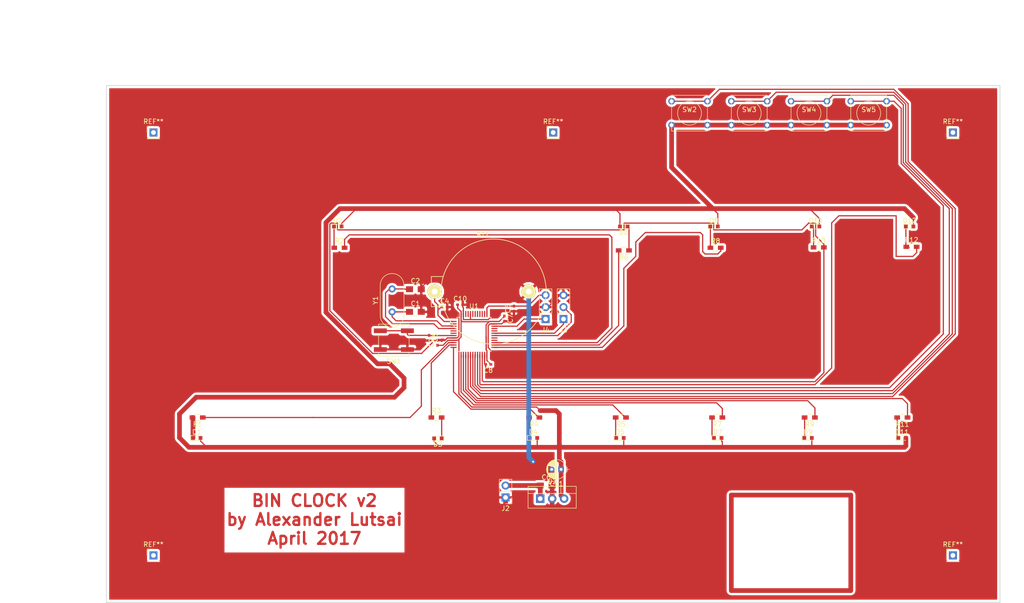
<source format=kicad_pcb>
(kicad_pcb (version 4) (host pcbnew 4.0.6)

  (general
    (links 99)
    (no_connects 0)
    (area 26.435716 32.3 245.200001 160.075001)
    (thickness 1.6)
    (drawings 18)
    (tracks 447)
    (zones 0)
    (modules 52)
    (nets 55)
  )

  (page A4)
  (layers
    (0 F.Cu signal)
    (31 B.Cu signal)
    (32 B.Adhes user)
    (33 F.Adhes user)
    (34 B.Paste user)
    (35 F.Paste user)
    (36 B.SilkS user)
    (37 F.SilkS user)
    (38 B.Mask user)
    (39 F.Mask user)
    (40 Dwgs.User user)
    (41 Cmts.User user)
    (42 Eco1.User user)
    (43 Eco2.User user)
    (44 Edge.Cuts user)
    (45 Margin user)
    (46 B.CrtYd user)
    (47 F.CrtYd user)
    (48 B.Fab user)
    (49 F.Fab user)
  )

  (setup
    (last_trace_width 1)
    (user_trace_width 0.5)
    (user_trace_width 1)
    (trace_clearance 0.2)
    (zone_clearance 0.508)
    (zone_45_only no)
    (trace_min 0.2)
    (segment_width 0.2)
    (edge_width 0.15)
    (via_size 0.6)
    (via_drill 0.4)
    (via_min_size 0.4)
    (via_min_drill 0.3)
    (uvia_size 0.3)
    (uvia_drill 0.1)
    (uvias_allowed no)
    (uvia_min_size 0.2)
    (uvia_min_drill 0.1)
    (pcb_text_width 0.3)
    (pcb_text_size 1.5 1.5)
    (mod_edge_width 0.15)
    (mod_text_size 1 1)
    (mod_text_width 0.15)
    (pad_size 1.524 1.524)
    (pad_drill 0.762)
    (pad_to_mask_clearance 0.2)
    (aux_axis_origin 0 0)
    (visible_elements FFFFFF7F)
    (pcbplotparams
      (layerselection 0x00000_00000001)
      (usegerberextensions false)
      (excludeedgelayer true)
      (linewidth 0.100000)
      (plotframeref false)
      (viasonmask false)
      (mode 1)
      (useauxorigin false)
      (hpglpennumber 1)
      (hpglpenspeed 20)
      (hpglpendiameter 15)
      (hpglpenoverlay 2)
      (psnegative true)
      (psa4output false)
      (plotreference true)
      (plotvalue true)
      (plotinvisibletext false)
      (padsonsilk false)
      (subtractmaskfromsilk false)
      (outputformat 5)
      (mirror true)
      (drillshape 1)
      (scaleselection 1)
      (outputdirectory svg))
  )

  (net 0 "")
  (net 1 "Net-(C1-Pad1)")
  (net 2 GND)
  (net 3 "Net-(C2-Pad1)")
  (net 4 "Net-(C3-Pad1)")
  (net 5 "Net-(C5-Pad2)")
  (net 6 "Net-(C6-Pad1)")
  (net 7 +3V3)
  (net 8 "Net-(D1-Pad1)")
  (net 9 "Net-(D2-Pad1)")
  (net 10 "Net-(D3-Pad1)")
  (net 11 "Net-(D4-Pad1)")
  (net 12 "Net-(D5-Pad1)")
  (net 13 "Net-(D6-Pad1)")
  (net 14 "Net-(D7-Pad1)")
  (net 15 "Net-(D8-Pad1)")
  (net 16 "Net-(D9-Pad1)")
  (net 17 "Net-(D10-Pad1)")
  (net 18 "Net-(D11-Pad1)")
  (net 19 "Net-(D12-Pad1)")
  (net 20 "Net-(J3-Pad2)")
  (net 21 "Net-(J4-Pad1)")
  (net 22 /SEC)
  (net 23 /PM)
  (net 24 /m32)
  (net 25 /m16)
  (net 26 /m8)
  (net 27 /h8)
  (net 28 /m4)
  (net 29 /h4)
  (net 30 /m2)
  (net 31 /h2)
  (net 32 /m1)
  (net 33 /h1)
  (net 34 "Net-(U1-Pad2)")
  (net 35 "Net-(U1-Pad5)")
  (net 36 "Net-(U1-Pad6)")
  (net 37 "Net-(U1-Pad28)")
  (net 38 "Net-(U1-Pad29)")
  (net 39 "Net-(U1-Pad32)")
  (net 40 "Net-(U1-Pad33)")
  (net 41 "Net-(U1-Pad38)")
  (net 42 "Net-(U1-Pad39)")
  (net 43 "Net-(U1-Pad40)")
  (net 44 "Net-(U1-Pad41)")
  (net 45 "Net-(U1-Pad42)")
  (net 46 "Net-(U1-Pad43)")
  (net 47 "Net-(U1-Pad45)")
  (net 48 "Net-(U1-Pad46)")
  (net 49 "Net-(J3-Pad1)")
  (net 50 /b1)
  (net 51 /b2)
  (net 52 /b3)
  (net 53 /b4)
  (net 54 "Net-(BT1-Pad1)")

  (net_class Default "This is the default net class."
    (clearance 0.2)
    (trace_width 0.25)
    (via_dia 0.6)
    (via_drill 0.4)
    (uvia_dia 0.3)
    (uvia_drill 0.1)
    (add_net +3V3)
    (add_net /PM)
    (add_net /SEC)
    (add_net /b1)
    (add_net /b2)
    (add_net /b3)
    (add_net /b4)
    (add_net /h1)
    (add_net /h2)
    (add_net /h4)
    (add_net /h8)
    (add_net /m1)
    (add_net /m16)
    (add_net /m2)
    (add_net /m32)
    (add_net /m4)
    (add_net /m8)
    (add_net GND)
    (add_net "Net-(BT1-Pad1)")
    (add_net "Net-(C1-Pad1)")
    (add_net "Net-(C2-Pad1)")
    (add_net "Net-(C3-Pad1)")
    (add_net "Net-(C5-Pad2)")
    (add_net "Net-(C6-Pad1)")
    (add_net "Net-(D1-Pad1)")
    (add_net "Net-(D10-Pad1)")
    (add_net "Net-(D11-Pad1)")
    (add_net "Net-(D12-Pad1)")
    (add_net "Net-(D2-Pad1)")
    (add_net "Net-(D3-Pad1)")
    (add_net "Net-(D4-Pad1)")
    (add_net "Net-(D5-Pad1)")
    (add_net "Net-(D6-Pad1)")
    (add_net "Net-(D7-Pad1)")
    (add_net "Net-(D8-Pad1)")
    (add_net "Net-(D9-Pad1)")
    (add_net "Net-(J3-Pad1)")
    (add_net "Net-(J3-Pad2)")
    (add_net "Net-(J4-Pad1)")
    (add_net "Net-(U1-Pad2)")
    (add_net "Net-(U1-Pad28)")
    (add_net "Net-(U1-Pad29)")
    (add_net "Net-(U1-Pad32)")
    (add_net "Net-(U1-Pad33)")
    (add_net "Net-(U1-Pad38)")
    (add_net "Net-(U1-Pad39)")
    (add_net "Net-(U1-Pad40)")
    (add_net "Net-(U1-Pad41)")
    (add_net "Net-(U1-Pad42)")
    (add_net "Net-(U1-Pad43)")
    (add_net "Net-(U1-Pad45)")
    (add_net "Net-(U1-Pad46)")
    (add_net "Net-(U1-Pad5)")
    (add_net "Net-(U1-Pad6)")
  )

  (module Buttons_Switches_THT:SW_PUSH_SMALL (layer F.Cu) (tedit 0) (tstamp 58EFE802)
    (at 212.09 55.88)
    (path /58F0C788)
    (fp_text reference SW5 (at 0 -0.762) (layer F.SilkS)
      (effects (font (size 1 1) (thickness 0.15)))
    )
    (fp_text value SW_Push (at 0 1.016) (layer F.Fab)
      (effects (font (size 1 1) (thickness 0.15)))
    )
    (fp_circle (center 0 0) (end 0 -2.54) (layer F.SilkS) (width 0.12))
    (fp_line (start -3.81 -3.81) (end 3.81 -3.81) (layer F.SilkS) (width 0.12))
    (fp_line (start 3.81 -3.81) (end 3.81 3.81) (layer F.SilkS) (width 0.12))
    (fp_line (start 3.81 3.81) (end -3.81 3.81) (layer F.SilkS) (width 0.12))
    (fp_line (start -3.81 -3.81) (end -3.81 3.81) (layer F.SilkS) (width 0.12))
    (pad 1 thru_hole circle (at 3.81 -2.54) (size 1.397 1.397) (drill 0.8128) (layers *.Cu *.Mask)
      (net 53 /b4))
    (pad 2 thru_hole circle (at 3.81 2.54) (size 1.397 1.397) (drill 0.8128) (layers *.Cu *.Mask)
      (net 7 +3V3))
    (pad 1 thru_hole circle (at -3.81 -2.54) (size 1.397 1.397) (drill 0.8128) (layers *.Cu *.Mask)
      (net 53 /b4))
    (pad 2 thru_hole circle (at -3.81 2.54) (size 1.397 1.397) (drill 0.8128) (layers *.Cu *.Mask)
      (net 7 +3V3))
  )

  (module Capacitors_SMD:C_0402 (layer F.Cu) (tedit 58AA841A) (tstamp 58EFD9F7)
    (at 121.92 97.155)
    (descr "Capacitor SMD 0402, reflow soldering, AVX (see smccp.pdf)")
    (tags "capacitor 0402")
    (path /58F083DC)
    (attr smd)
    (fp_text reference C4 (at 0 -1.27) (layer F.SilkS)
      (effects (font (size 1 1) (thickness 0.15)))
    )
    (fp_text value 0.1uF (at 0 1.27) (layer F.Fab)
      (effects (font (size 1 1) (thickness 0.15)))
    )
    (fp_text user %R (at 0 -1.27) (layer F.Fab)
      (effects (font (size 1 1) (thickness 0.15)))
    )
    (fp_line (start -0.5 0.25) (end -0.5 -0.25) (layer F.Fab) (width 0.1))
    (fp_line (start 0.5 0.25) (end -0.5 0.25) (layer F.Fab) (width 0.1))
    (fp_line (start 0.5 -0.25) (end 0.5 0.25) (layer F.Fab) (width 0.1))
    (fp_line (start -0.5 -0.25) (end 0.5 -0.25) (layer F.Fab) (width 0.1))
    (fp_line (start 0.25 -0.47) (end -0.25 -0.47) (layer F.SilkS) (width 0.12))
    (fp_line (start -0.25 0.47) (end 0.25 0.47) (layer F.SilkS) (width 0.12))
    (fp_line (start -1 -0.4) (end 1 -0.4) (layer F.CrtYd) (width 0.05))
    (fp_line (start -1 -0.4) (end -1 0.4) (layer F.CrtYd) (width 0.05))
    (fp_line (start 1 0.4) (end 1 -0.4) (layer F.CrtYd) (width 0.05))
    (fp_line (start 1 0.4) (end -1 0.4) (layer F.CrtYd) (width 0.05))
    (pad 1 smd rect (at -0.55 0) (size 0.6 0.5) (layers F.Cu F.Paste F.Mask)
      (net 54 "Net-(BT1-Pad1)"))
    (pad 2 smd rect (at 0.55 0) (size 0.6 0.5) (layers F.Cu F.Paste F.Mask)
      (net 2 GND))
    (model Capacitors_SMD.3dshapes/C_0402.wrl
      (at (xyz 0 0 0))
      (scale (xyz 1 1 1))
      (rotate (xyz 0 0 0))
    )
  )

  (module Resistors_SMD:R_0603_HandSoldering (layer F.Cu) (tedit 58AAD9E8) (tstamp 58EFDA96)
    (at 120.185 120.65)
    (descr "Resistor SMD 0603, hand soldering")
    (tags "resistor 0603")
    (path /58F01B66)
    (attr smd)
    (fp_text reference R3 (at 0 -1.45) (layer F.SilkS)
      (effects (font (size 1 1) (thickness 0.15)))
    )
    (fp_text value 330 (at 0 1.55) (layer F.Fab)
      (effects (font (size 1 1) (thickness 0.15)))
    )
    (fp_text user %R (at 0 -1.45) (layer F.Fab)
      (effects (font (size 1 1) (thickness 0.15)))
    )
    (fp_line (start -0.8 0.4) (end -0.8 -0.4) (layer F.Fab) (width 0.1))
    (fp_line (start 0.8 0.4) (end -0.8 0.4) (layer F.Fab) (width 0.1))
    (fp_line (start 0.8 -0.4) (end 0.8 0.4) (layer F.Fab) (width 0.1))
    (fp_line (start -0.8 -0.4) (end 0.8 -0.4) (layer F.Fab) (width 0.1))
    (fp_line (start 0.5 0.68) (end -0.5 0.68) (layer F.SilkS) (width 0.12))
    (fp_line (start -0.5 -0.68) (end 0.5 -0.68) (layer F.SilkS) (width 0.12))
    (fp_line (start -1.96 -0.7) (end 1.95 -0.7) (layer F.CrtYd) (width 0.05))
    (fp_line (start -1.96 -0.7) (end -1.96 0.7) (layer F.CrtYd) (width 0.05))
    (fp_line (start 1.95 0.7) (end 1.95 -0.7) (layer F.CrtYd) (width 0.05))
    (fp_line (start 1.95 0.7) (end -1.96 0.7) (layer F.CrtYd) (width 0.05))
    (pad 1 smd rect (at -1.1 0) (size 1.2 0.9) (layers F.Cu F.Paste F.Mask)
      (net 24 /m32))
    (pad 2 smd rect (at 1.1 0) (size 1.2 0.9) (layers F.Cu F.Paste F.Mask)
      (net 10 "Net-(D3-Pad1)"))
    (model Resistors_SMD.3dshapes/R_0603.wrl
      (at (xyz 0 0 0))
      (scale (xyz 1 1 1))
      (rotate (xyz 0 0 0))
    )
  )

  (module Resistors_SMD:R_0603_HandSoldering (layer F.Cu) (tedit 58AAD9E8) (tstamp 58EFDA9C)
    (at 140.97 120.65 180)
    (descr "Resistor SMD 0603, hand soldering")
    (tags "resistor 0603")
    (path /58F01BCD)
    (attr smd)
    (fp_text reference R4 (at 0 -1.45 180) (layer F.SilkS)
      (effects (font (size 1 1) (thickness 0.15)))
    )
    (fp_text value 330 (at 0 1.55 180) (layer F.Fab)
      (effects (font (size 1 1) (thickness 0.15)))
    )
    (fp_text user %R (at 0 -1.45 180) (layer F.Fab)
      (effects (font (size 1 1) (thickness 0.15)))
    )
    (fp_line (start -0.8 0.4) (end -0.8 -0.4) (layer F.Fab) (width 0.1))
    (fp_line (start 0.8 0.4) (end -0.8 0.4) (layer F.Fab) (width 0.1))
    (fp_line (start 0.8 -0.4) (end 0.8 0.4) (layer F.Fab) (width 0.1))
    (fp_line (start -0.8 -0.4) (end 0.8 -0.4) (layer F.Fab) (width 0.1))
    (fp_line (start 0.5 0.68) (end -0.5 0.68) (layer F.SilkS) (width 0.12))
    (fp_line (start -0.5 -0.68) (end 0.5 -0.68) (layer F.SilkS) (width 0.12))
    (fp_line (start -1.96 -0.7) (end 1.95 -0.7) (layer F.CrtYd) (width 0.05))
    (fp_line (start -1.96 -0.7) (end -1.96 0.7) (layer F.CrtYd) (width 0.05))
    (fp_line (start 1.95 0.7) (end 1.95 -0.7) (layer F.CrtYd) (width 0.05))
    (fp_line (start 1.95 0.7) (end -1.96 0.7) (layer F.CrtYd) (width 0.05))
    (pad 1 smd rect (at -1.1 0 180) (size 1.2 0.9) (layers F.Cu F.Paste F.Mask)
      (net 25 /m16))
    (pad 2 smd rect (at 1.1 0 180) (size 1.2 0.9) (layers F.Cu F.Paste F.Mask)
      (net 11 "Net-(D4-Pad1)"))
    (model Resistors_SMD.3dshapes/R_0603.wrl
      (at (xyz 0 0 0))
      (scale (xyz 1 1 1))
      (rotate (xyz 0 0 0))
    )
  )

  (module Resistors_SMD:R_0603_HandSoldering (layer F.Cu) (tedit 58AAD9E8) (tstamp 58EFDAA2)
    (at 159.385 120.65 180)
    (descr "Resistor SMD 0603, hand soldering")
    (tags "resistor 0603")
    (path /58F01CA5)
    (attr smd)
    (fp_text reference R5 (at 0 -1.45 180) (layer F.SilkS)
      (effects (font (size 1 1) (thickness 0.15)))
    )
    (fp_text value 330 (at 0 1.55 180) (layer F.Fab)
      (effects (font (size 1 1) (thickness 0.15)))
    )
    (fp_text user %R (at 0 -1.45 180) (layer F.Fab)
      (effects (font (size 1 1) (thickness 0.15)))
    )
    (fp_line (start -0.8 0.4) (end -0.8 -0.4) (layer F.Fab) (width 0.1))
    (fp_line (start 0.8 0.4) (end -0.8 0.4) (layer F.Fab) (width 0.1))
    (fp_line (start 0.8 -0.4) (end 0.8 0.4) (layer F.Fab) (width 0.1))
    (fp_line (start -0.8 -0.4) (end 0.8 -0.4) (layer F.Fab) (width 0.1))
    (fp_line (start 0.5 0.68) (end -0.5 0.68) (layer F.SilkS) (width 0.12))
    (fp_line (start -0.5 -0.68) (end 0.5 -0.68) (layer F.SilkS) (width 0.12))
    (fp_line (start -1.96 -0.7) (end 1.95 -0.7) (layer F.CrtYd) (width 0.05))
    (fp_line (start -1.96 -0.7) (end -1.96 0.7) (layer F.CrtYd) (width 0.05))
    (fp_line (start 1.95 0.7) (end 1.95 -0.7) (layer F.CrtYd) (width 0.05))
    (fp_line (start 1.95 0.7) (end -1.96 0.7) (layer F.CrtYd) (width 0.05))
    (pad 1 smd rect (at -1.1 0 180) (size 1.2 0.9) (layers F.Cu F.Paste F.Mask)
      (net 26 /m8))
    (pad 2 smd rect (at 1.1 0 180) (size 1.2 0.9) (layers F.Cu F.Paste F.Mask)
      (net 12 "Net-(D5-Pad1)"))
    (model Resistors_SMD.3dshapes/R_0603.wrl
      (at (xyz 0 0 0))
      (scale (xyz 1 1 1))
      (rotate (xyz 0 0 0))
    )
  )

  (module Capacitors_SMD:C_0805_HandSoldering (layer F.Cu) (tedit 58AA84A8) (tstamp 58EFD9E5)
    (at 115.697 98.171)
    (descr "Capacitor SMD 0805, hand soldering")
    (tags "capacitor 0805")
    (path /58F0154D)
    (attr smd)
    (fp_text reference C1 (at 0 -1.75) (layer F.SilkS)
      (effects (font (size 1 1) (thickness 0.15)))
    )
    (fp_text value 14pF (at 0 1.75) (layer F.Fab)
      (effects (font (size 1 1) (thickness 0.15)))
    )
    (fp_text user %R (at 0 -1.75) (layer F.Fab)
      (effects (font (size 1 1) (thickness 0.15)))
    )
    (fp_line (start -1 0.62) (end -1 -0.62) (layer F.Fab) (width 0.1))
    (fp_line (start 1 0.62) (end -1 0.62) (layer F.Fab) (width 0.1))
    (fp_line (start 1 -0.62) (end 1 0.62) (layer F.Fab) (width 0.1))
    (fp_line (start -1 -0.62) (end 1 -0.62) (layer F.Fab) (width 0.1))
    (fp_line (start 0.5 -0.85) (end -0.5 -0.85) (layer F.SilkS) (width 0.12))
    (fp_line (start -0.5 0.85) (end 0.5 0.85) (layer F.SilkS) (width 0.12))
    (fp_line (start -2.25 -0.88) (end 2.25 -0.88) (layer F.CrtYd) (width 0.05))
    (fp_line (start -2.25 -0.88) (end -2.25 0.87) (layer F.CrtYd) (width 0.05))
    (fp_line (start 2.25 0.87) (end 2.25 -0.88) (layer F.CrtYd) (width 0.05))
    (fp_line (start 2.25 0.87) (end -2.25 0.87) (layer F.CrtYd) (width 0.05))
    (pad 1 smd rect (at -1.25 0) (size 1.5 1.25) (layers F.Cu F.Paste F.Mask)
      (net 1 "Net-(C1-Pad1)"))
    (pad 2 smd rect (at 1.25 0) (size 1.5 1.25) (layers F.Cu F.Paste F.Mask)
      (net 2 GND))
    (model Capacitors_SMD.3dshapes/C_0805.wrl
      (at (xyz 0 0 0))
      (scale (xyz 1 1 1))
      (rotate (xyz 0 0 0))
    )
  )

  (module Capacitors_SMD:C_0805_HandSoldering (layer F.Cu) (tedit 58AA84A8) (tstamp 58EFD9EB)
    (at 115.697 93.345)
    (descr "Capacitor SMD 0805, hand soldering")
    (tags "capacitor 0805")
    (path /58F014B9)
    (attr smd)
    (fp_text reference C2 (at 0 -1.75) (layer F.SilkS)
      (effects (font (size 1 1) (thickness 0.15)))
    )
    (fp_text value 14pF (at 0 1.75) (layer F.Fab)
      (effects (font (size 1 1) (thickness 0.15)))
    )
    (fp_text user %R (at 0 -1.75) (layer F.Fab)
      (effects (font (size 1 1) (thickness 0.15)))
    )
    (fp_line (start -1 0.62) (end -1 -0.62) (layer F.Fab) (width 0.1))
    (fp_line (start 1 0.62) (end -1 0.62) (layer F.Fab) (width 0.1))
    (fp_line (start 1 -0.62) (end 1 0.62) (layer F.Fab) (width 0.1))
    (fp_line (start -1 -0.62) (end 1 -0.62) (layer F.Fab) (width 0.1))
    (fp_line (start 0.5 -0.85) (end -0.5 -0.85) (layer F.SilkS) (width 0.12))
    (fp_line (start -0.5 0.85) (end 0.5 0.85) (layer F.SilkS) (width 0.12))
    (fp_line (start -2.25 -0.88) (end 2.25 -0.88) (layer F.CrtYd) (width 0.05))
    (fp_line (start -2.25 -0.88) (end -2.25 0.87) (layer F.CrtYd) (width 0.05))
    (fp_line (start 2.25 0.87) (end 2.25 -0.88) (layer F.CrtYd) (width 0.05))
    (fp_line (start 2.25 0.87) (end -2.25 0.87) (layer F.CrtYd) (width 0.05))
    (pad 1 smd rect (at -1.25 0) (size 1.5 1.25) (layers F.Cu F.Paste F.Mask)
      (net 3 "Net-(C2-Pad1)"))
    (pad 2 smd rect (at 1.25 0) (size 1.5 1.25) (layers F.Cu F.Paste F.Mask)
      (net 2 GND))
    (model Capacitors_SMD.3dshapes/C_0805.wrl
      (at (xyz 0 0 0))
      (scale (xyz 1 1 1))
      (rotate (xyz 0 0 0))
    )
  )

  (module Capacitors_SMD:C_0402 (layer F.Cu) (tedit 58AA841A) (tstamp 58EFD9F1)
    (at 118.618 103.717 270)
    (descr "Capacitor SMD 0402, reflow soldering, AVX (see smccp.pdf)")
    (tags "capacitor 0402")
    (path /58F031E7)
    (attr smd)
    (fp_text reference C3 (at 0 -1.27 270) (layer F.SilkS)
      (effects (font (size 1 1) (thickness 0.15)))
    )
    (fp_text value 0.1uF (at 0 1.27 270) (layer F.Fab)
      (effects (font (size 1 1) (thickness 0.15)))
    )
    (fp_text user %R (at 0 -1.27 270) (layer F.Fab)
      (effects (font (size 1 1) (thickness 0.15)))
    )
    (fp_line (start -0.5 0.25) (end -0.5 -0.25) (layer F.Fab) (width 0.1))
    (fp_line (start 0.5 0.25) (end -0.5 0.25) (layer F.Fab) (width 0.1))
    (fp_line (start 0.5 -0.25) (end 0.5 0.25) (layer F.Fab) (width 0.1))
    (fp_line (start -0.5 -0.25) (end 0.5 -0.25) (layer F.Fab) (width 0.1))
    (fp_line (start 0.25 -0.47) (end -0.25 -0.47) (layer F.SilkS) (width 0.12))
    (fp_line (start -0.25 0.47) (end 0.25 0.47) (layer F.SilkS) (width 0.12))
    (fp_line (start -1 -0.4) (end 1 -0.4) (layer F.CrtYd) (width 0.05))
    (fp_line (start -1 -0.4) (end -1 0.4) (layer F.CrtYd) (width 0.05))
    (fp_line (start 1 0.4) (end 1 -0.4) (layer F.CrtYd) (width 0.05))
    (fp_line (start 1 0.4) (end -1 0.4) (layer F.CrtYd) (width 0.05))
    (pad 1 smd rect (at -0.55 0 270) (size 0.6 0.5) (layers F.Cu F.Paste F.Mask)
      (net 4 "Net-(C3-Pad1)"))
    (pad 2 smd rect (at 0.55 0 270) (size 0.6 0.5) (layers F.Cu F.Paste F.Mask)
      (net 2 GND))
    (model Capacitors_SMD.3dshapes/C_0402.wrl
      (at (xyz 0 0 0))
      (scale (xyz 1 1 1))
      (rotate (xyz 0 0 0))
    )
  )

  (module Capacitors_SMD:C_0402 (layer F.Cu) (tedit 58AA841A) (tstamp 58EFD9FD)
    (at 136.652 97.494 90)
    (descr "Capacitor SMD 0402, reflow soldering, AVX (see smccp.pdf)")
    (tags "capacitor 0402")
    (path /58F06549)
    (attr smd)
    (fp_text reference C5 (at 0 -1.27 90) (layer F.SilkS)
      (effects (font (size 1 1) (thickness 0.15)))
    )
    (fp_text value 1nF (at 0 1.27 90) (layer F.Fab)
      (effects (font (size 1 1) (thickness 0.15)))
    )
    (fp_text user %R (at 0 -1.27 90) (layer F.Fab)
      (effects (font (size 1 1) (thickness 0.15)))
    )
    (fp_line (start -0.5 0.25) (end -0.5 -0.25) (layer F.Fab) (width 0.1))
    (fp_line (start 0.5 0.25) (end -0.5 0.25) (layer F.Fab) (width 0.1))
    (fp_line (start 0.5 -0.25) (end 0.5 0.25) (layer F.Fab) (width 0.1))
    (fp_line (start -0.5 -0.25) (end 0.5 -0.25) (layer F.Fab) (width 0.1))
    (fp_line (start 0.25 -0.47) (end -0.25 -0.47) (layer F.SilkS) (width 0.12))
    (fp_line (start -0.25 0.47) (end 0.25 0.47) (layer F.SilkS) (width 0.12))
    (fp_line (start -1 -0.4) (end 1 -0.4) (layer F.CrtYd) (width 0.05))
    (fp_line (start -1 -0.4) (end -1 0.4) (layer F.CrtYd) (width 0.05))
    (fp_line (start 1 0.4) (end 1 -0.4) (layer F.CrtYd) (width 0.05))
    (fp_line (start 1 0.4) (end -1 0.4) (layer F.CrtYd) (width 0.05))
    (pad 1 smd rect (at -0.55 0 90) (size 0.6 0.5) (layers F.Cu F.Paste F.Mask)
      (net 2 GND))
    (pad 2 smd rect (at 0.55 0 90) (size 0.6 0.5) (layers F.Cu F.Paste F.Mask)
      (net 5 "Net-(C5-Pad2)"))
    (model Capacitors_SMD.3dshapes/C_0402.wrl
      (at (xyz 0 0 0))
      (scale (xyz 1 1 1))
      (rotate (xyz 0 0 0))
    )
  )

  (module Capacitors_SMD:C_0402 (layer F.Cu) (tedit 58AA841A) (tstamp 58EFDA09)
    (at 134.62 99.61 270)
    (descr "Capacitor SMD 0402, reflow soldering, AVX (see smccp.pdf)")
    (tags "capacitor 0402")
    (path /58F05AAE)
    (attr smd)
    (fp_text reference C7 (at 0 -1.27 270) (layer F.SilkS)
      (effects (font (size 1 1) (thickness 0.15)))
    )
    (fp_text value 0.1uF (at 0 1.27 270) (layer F.Fab)
      (effects (font (size 1 1) (thickness 0.15)))
    )
    (fp_text user %R (at 0 -1.27 270) (layer F.Fab)
      (effects (font (size 1 1) (thickness 0.15)))
    )
    (fp_line (start -0.5 0.25) (end -0.5 -0.25) (layer F.Fab) (width 0.1))
    (fp_line (start 0.5 0.25) (end -0.5 0.25) (layer F.Fab) (width 0.1))
    (fp_line (start 0.5 -0.25) (end 0.5 0.25) (layer F.Fab) (width 0.1))
    (fp_line (start -0.5 -0.25) (end 0.5 -0.25) (layer F.Fab) (width 0.1))
    (fp_line (start 0.25 -0.47) (end -0.25 -0.47) (layer F.SilkS) (width 0.12))
    (fp_line (start -0.25 0.47) (end 0.25 0.47) (layer F.SilkS) (width 0.12))
    (fp_line (start -1 -0.4) (end 1 -0.4) (layer F.CrtYd) (width 0.05))
    (fp_line (start -1 -0.4) (end -1 0.4) (layer F.CrtYd) (width 0.05))
    (fp_line (start 1 0.4) (end 1 -0.4) (layer F.CrtYd) (width 0.05))
    (fp_line (start 1 0.4) (end -1 0.4) (layer F.CrtYd) (width 0.05))
    (pad 1 smd rect (at -0.55 0 270) (size 0.6 0.5) (layers F.Cu F.Paste F.Mask)
      (net 7 +3V3))
    (pad 2 smd rect (at 0.55 0 270) (size 0.6 0.5) (layers F.Cu F.Paste F.Mask)
      (net 2 GND))
    (model Capacitors_SMD.3dshapes/C_0402.wrl
      (at (xyz 0 0 0))
      (scale (xyz 1 1 1))
      (rotate (xyz 0 0 0))
    )
  )

  (module Capacitors_SMD:C_0402 (layer F.Cu) (tedit 58AA841A) (tstamp 58EFDA0F)
    (at 131.191 109.347 180)
    (descr "Capacitor SMD 0402, reflow soldering, AVX (see smccp.pdf)")
    (tags "capacitor 0402")
    (path /58F05C20)
    (attr smd)
    (fp_text reference C8 (at 0 -1.27 180) (layer F.SilkS)
      (effects (font (size 1 1) (thickness 0.15)))
    )
    (fp_text value 0.1uF (at 0 1.27 180) (layer F.Fab)
      (effects (font (size 1 1) (thickness 0.15)))
    )
    (fp_text user %R (at 0 -1.27 180) (layer F.Fab)
      (effects (font (size 1 1) (thickness 0.15)))
    )
    (fp_line (start -0.5 0.25) (end -0.5 -0.25) (layer F.Fab) (width 0.1))
    (fp_line (start 0.5 0.25) (end -0.5 0.25) (layer F.Fab) (width 0.1))
    (fp_line (start 0.5 -0.25) (end 0.5 0.25) (layer F.Fab) (width 0.1))
    (fp_line (start -0.5 -0.25) (end 0.5 -0.25) (layer F.Fab) (width 0.1))
    (fp_line (start 0.25 -0.47) (end -0.25 -0.47) (layer F.SilkS) (width 0.12))
    (fp_line (start -0.25 0.47) (end 0.25 0.47) (layer F.SilkS) (width 0.12))
    (fp_line (start -1 -0.4) (end 1 -0.4) (layer F.CrtYd) (width 0.05))
    (fp_line (start -1 -0.4) (end -1 0.4) (layer F.CrtYd) (width 0.05))
    (fp_line (start 1 0.4) (end 1 -0.4) (layer F.CrtYd) (width 0.05))
    (fp_line (start 1 0.4) (end -1 0.4) (layer F.CrtYd) (width 0.05))
    (pad 1 smd rect (at -0.55 0 180) (size 0.6 0.5) (layers F.Cu F.Paste F.Mask)
      (net 7 +3V3))
    (pad 2 smd rect (at 0.55 0 180) (size 0.6 0.5) (layers F.Cu F.Paste F.Mask)
      (net 2 GND))
    (model Capacitors_SMD.3dshapes/C_0402.wrl
      (at (xyz 0 0 0))
      (scale (xyz 1 1 1))
      (rotate (xyz 0 0 0))
    )
  )

  (module Capacitors_SMD:C_0402 (layer F.Cu) (tedit 58AA841A) (tstamp 58EFDA15)
    (at 120.396 104.733 90)
    (descr "Capacitor SMD 0402, reflow soldering, AVX (see smccp.pdf)")
    (tags "capacitor 0402")
    (path /58F05CAB)
    (attr smd)
    (fp_text reference C9 (at 0 -1.27 90) (layer F.SilkS)
      (effects (font (size 1 1) (thickness 0.15)))
    )
    (fp_text value 0.1uF (at 0 1.27 90) (layer F.Fab)
      (effects (font (size 1 1) (thickness 0.15)))
    )
    (fp_text user %R (at 0 -1.27 90) (layer F.Fab)
      (effects (font (size 1 1) (thickness 0.15)))
    )
    (fp_line (start -0.5 0.25) (end -0.5 -0.25) (layer F.Fab) (width 0.1))
    (fp_line (start 0.5 0.25) (end -0.5 0.25) (layer F.Fab) (width 0.1))
    (fp_line (start 0.5 -0.25) (end 0.5 0.25) (layer F.Fab) (width 0.1))
    (fp_line (start -0.5 -0.25) (end 0.5 -0.25) (layer F.Fab) (width 0.1))
    (fp_line (start 0.25 -0.47) (end -0.25 -0.47) (layer F.SilkS) (width 0.12))
    (fp_line (start -0.25 0.47) (end 0.25 0.47) (layer F.SilkS) (width 0.12))
    (fp_line (start -1 -0.4) (end 1 -0.4) (layer F.CrtYd) (width 0.05))
    (fp_line (start -1 -0.4) (end -1 0.4) (layer F.CrtYd) (width 0.05))
    (fp_line (start 1 0.4) (end 1 -0.4) (layer F.CrtYd) (width 0.05))
    (fp_line (start 1 0.4) (end -1 0.4) (layer F.CrtYd) (width 0.05))
    (pad 1 smd rect (at -0.55 0 90) (size 0.6 0.5) (layers F.Cu F.Paste F.Mask)
      (net 7 +3V3))
    (pad 2 smd rect (at 0.55 0 90) (size 0.6 0.5) (layers F.Cu F.Paste F.Mask)
      (net 2 GND))
    (model Capacitors_SMD.3dshapes/C_0402.wrl
      (at (xyz 0 0 0))
      (scale (xyz 1 1 1))
      (rotate (xyz 0 0 0))
    )
  )

  (module Capacitors_SMD:C_0402 (layer F.Cu) (tedit 58AA841A) (tstamp 58EFDA1B)
    (at 125.222 96.647)
    (descr "Capacitor SMD 0402, reflow soldering, AVX (see smccp.pdf)")
    (tags "capacitor 0402")
    (path /58F05D3D)
    (attr smd)
    (fp_text reference C10 (at 0 -1.27) (layer F.SilkS)
      (effects (font (size 1 1) (thickness 0.15)))
    )
    (fp_text value 0.1uF (at 0 1.27) (layer F.Fab)
      (effects (font (size 1 1) (thickness 0.15)))
    )
    (fp_text user %R (at 0 -1.27) (layer F.Fab)
      (effects (font (size 1 1) (thickness 0.15)))
    )
    (fp_line (start -0.5 0.25) (end -0.5 -0.25) (layer F.Fab) (width 0.1))
    (fp_line (start 0.5 0.25) (end -0.5 0.25) (layer F.Fab) (width 0.1))
    (fp_line (start 0.5 -0.25) (end 0.5 0.25) (layer F.Fab) (width 0.1))
    (fp_line (start -0.5 -0.25) (end 0.5 -0.25) (layer F.Fab) (width 0.1))
    (fp_line (start 0.25 -0.47) (end -0.25 -0.47) (layer F.SilkS) (width 0.12))
    (fp_line (start -0.25 0.47) (end 0.25 0.47) (layer F.SilkS) (width 0.12))
    (fp_line (start -1 -0.4) (end 1 -0.4) (layer F.CrtYd) (width 0.05))
    (fp_line (start -1 -0.4) (end -1 0.4) (layer F.CrtYd) (width 0.05))
    (fp_line (start 1 0.4) (end 1 -0.4) (layer F.CrtYd) (width 0.05))
    (fp_line (start 1 0.4) (end -1 0.4) (layer F.CrtYd) (width 0.05))
    (pad 1 smd rect (at -0.55 0) (size 0.6 0.5) (layers F.Cu F.Paste F.Mask)
      (net 7 +3V3))
    (pad 2 smd rect (at 0.55 0) (size 0.6 0.5) (layers F.Cu F.Paste F.Mask)
      (net 2 GND))
    (model Capacitors_SMD.3dshapes/C_0402.wrl
      (at (xyz 0 0 0))
      (scale (xyz 1 1 1))
      (rotate (xyz 0 0 0))
    )
  )

  (module LEDs:LED_0603 (layer F.Cu) (tedit 57FE93A5) (tstamp 58EFDA27)
    (at 69.2 125)
    (descr "LED 0603 smd package")
    (tags "LED led 0603 SMD smd SMT smt smdled SMDLED smtled SMTLED")
    (path /58EFD996)
    (attr smd)
    (fp_text reference D1 (at 0 -1.25) (layer F.SilkS)
      (effects (font (size 1 1) (thickness 0.15)))
    )
    (fp_text value LED (at 0 1.35) (layer F.Fab)
      (effects (font (size 1 1) (thickness 0.15)))
    )
    (fp_line (start -1.3 -0.5) (end -1.3 0.5) (layer F.SilkS) (width 0.12))
    (fp_line (start -0.2 -0.2) (end -0.2 0.2) (layer F.Fab) (width 0.1))
    (fp_line (start -0.15 0) (end 0.15 -0.2) (layer F.Fab) (width 0.1))
    (fp_line (start 0.15 0.2) (end -0.15 0) (layer F.Fab) (width 0.1))
    (fp_line (start 0.15 -0.2) (end 0.15 0.2) (layer F.Fab) (width 0.1))
    (fp_line (start 0.8 0.4) (end -0.8 0.4) (layer F.Fab) (width 0.1))
    (fp_line (start 0.8 -0.4) (end 0.8 0.4) (layer F.Fab) (width 0.1))
    (fp_line (start -0.8 -0.4) (end 0.8 -0.4) (layer F.Fab) (width 0.1))
    (fp_line (start -0.8 0.4) (end -0.8 -0.4) (layer F.Fab) (width 0.1))
    (fp_line (start -1.3 0.5) (end 0.8 0.5) (layer F.SilkS) (width 0.12))
    (fp_line (start -1.3 -0.5) (end 0.8 -0.5) (layer F.SilkS) (width 0.12))
    (fp_line (start 1.45 -0.65) (end 1.45 0.65) (layer F.CrtYd) (width 0.05))
    (fp_line (start 1.45 0.65) (end -1.45 0.65) (layer F.CrtYd) (width 0.05))
    (fp_line (start -1.45 0.65) (end -1.45 -0.65) (layer F.CrtYd) (width 0.05))
    (fp_line (start -1.45 -0.65) (end 1.45 -0.65) (layer F.CrtYd) (width 0.05))
    (pad 2 smd rect (at 0.8 0 180) (size 0.8 0.8) (layers F.Cu F.Paste F.Mask)
      (net 7 +3V3))
    (pad 1 smd rect (at -0.8 0 180) (size 0.8 0.8) (layers F.Cu F.Paste F.Mask)
      (net 8 "Net-(D1-Pad1)"))
    (model LEDs.3dshapes/LED_0603.wrl
      (at (xyz 0 0 0))
      (scale (xyz 1 1 1))
      (rotate (xyz 0 0 180))
    )
  )

  (module LEDs:LED_0603 (layer F.Cu) (tedit 57FE93A5) (tstamp 58EFDA2D)
    (at 99.2 80)
    (descr "LED 0603 smd package")
    (tags "LED led 0603 SMD smd SMT smt smdled SMDLED smtled SMTLED")
    (path /58EFD9A3)
    (attr smd)
    (fp_text reference D2 (at 0 -1.25) (layer F.SilkS)
      (effects (font (size 1 1) (thickness 0.15)))
    )
    (fp_text value LED (at 0 1.35) (layer F.Fab)
      (effects (font (size 1 1) (thickness 0.15)))
    )
    (fp_line (start -1.3 -0.5) (end -1.3 0.5) (layer F.SilkS) (width 0.12))
    (fp_line (start -0.2 -0.2) (end -0.2 0.2) (layer F.Fab) (width 0.1))
    (fp_line (start -0.15 0) (end 0.15 -0.2) (layer F.Fab) (width 0.1))
    (fp_line (start 0.15 0.2) (end -0.15 0) (layer F.Fab) (width 0.1))
    (fp_line (start 0.15 -0.2) (end 0.15 0.2) (layer F.Fab) (width 0.1))
    (fp_line (start 0.8 0.4) (end -0.8 0.4) (layer F.Fab) (width 0.1))
    (fp_line (start 0.8 -0.4) (end 0.8 0.4) (layer F.Fab) (width 0.1))
    (fp_line (start -0.8 -0.4) (end 0.8 -0.4) (layer F.Fab) (width 0.1))
    (fp_line (start -0.8 0.4) (end -0.8 -0.4) (layer F.Fab) (width 0.1))
    (fp_line (start -1.3 0.5) (end 0.8 0.5) (layer F.SilkS) (width 0.12))
    (fp_line (start -1.3 -0.5) (end 0.8 -0.5) (layer F.SilkS) (width 0.12))
    (fp_line (start 1.45 -0.65) (end 1.45 0.65) (layer F.CrtYd) (width 0.05))
    (fp_line (start 1.45 0.65) (end -1.45 0.65) (layer F.CrtYd) (width 0.05))
    (fp_line (start -1.45 0.65) (end -1.45 -0.65) (layer F.CrtYd) (width 0.05))
    (fp_line (start -1.45 -0.65) (end 1.45 -0.65) (layer F.CrtYd) (width 0.05))
    (pad 2 smd rect (at 0.8 0 180) (size 0.8 0.8) (layers F.Cu F.Paste F.Mask)
      (net 7 +3V3))
    (pad 1 smd rect (at -0.8 0 180) (size 0.8 0.8) (layers F.Cu F.Paste F.Mask)
      (net 9 "Net-(D2-Pad1)"))
    (model LEDs.3dshapes/LED_0603.wrl
      (at (xyz 0 0 0))
      (scale (xyz 1 1 1))
      (rotate (xyz 0 0 180))
    )
  )

  (module LEDs:LED_0603 (layer F.Cu) (tedit 57FE93A5) (tstamp 58EFDA33)
    (at 120.485 125.095 180)
    (descr "LED 0603 smd package")
    (tags "LED led 0603 SMD smd SMT smt smdled SMDLED smtled SMTLED")
    (path /58EFC925)
    (attr smd)
    (fp_text reference D3 (at 0 -1.25 180) (layer F.SilkS)
      (effects (font (size 1 1) (thickness 0.15)))
    )
    (fp_text value LED (at 0 1.35 180) (layer F.Fab)
      (effects (font (size 1 1) (thickness 0.15)))
    )
    (fp_line (start -1.3 -0.5) (end -1.3 0.5) (layer F.SilkS) (width 0.12))
    (fp_line (start -0.2 -0.2) (end -0.2 0.2) (layer F.Fab) (width 0.1))
    (fp_line (start -0.15 0) (end 0.15 -0.2) (layer F.Fab) (width 0.1))
    (fp_line (start 0.15 0.2) (end -0.15 0) (layer F.Fab) (width 0.1))
    (fp_line (start 0.15 -0.2) (end 0.15 0.2) (layer F.Fab) (width 0.1))
    (fp_line (start 0.8 0.4) (end -0.8 0.4) (layer F.Fab) (width 0.1))
    (fp_line (start 0.8 -0.4) (end 0.8 0.4) (layer F.Fab) (width 0.1))
    (fp_line (start -0.8 -0.4) (end 0.8 -0.4) (layer F.Fab) (width 0.1))
    (fp_line (start -0.8 0.4) (end -0.8 -0.4) (layer F.Fab) (width 0.1))
    (fp_line (start -1.3 0.5) (end 0.8 0.5) (layer F.SilkS) (width 0.12))
    (fp_line (start -1.3 -0.5) (end 0.8 -0.5) (layer F.SilkS) (width 0.12))
    (fp_line (start 1.45 -0.65) (end 1.45 0.65) (layer F.CrtYd) (width 0.05))
    (fp_line (start 1.45 0.65) (end -1.45 0.65) (layer F.CrtYd) (width 0.05))
    (fp_line (start -1.45 0.65) (end -1.45 -0.65) (layer F.CrtYd) (width 0.05))
    (fp_line (start -1.45 -0.65) (end 1.45 -0.65) (layer F.CrtYd) (width 0.05))
    (pad 2 smd rect (at 0.8 0) (size 0.8 0.8) (layers F.Cu F.Paste F.Mask)
      (net 7 +3V3))
    (pad 1 smd rect (at -0.8 0) (size 0.8 0.8) (layers F.Cu F.Paste F.Mask)
      (net 10 "Net-(D3-Pad1)"))
    (model LEDs.3dshapes/LED_0603.wrl
      (at (xyz 0 0 0))
      (scale (xyz 1 1 1))
      (rotate (xyz 0 0 180))
    )
  )

  (module LEDs:LED_0603 (layer F.Cu) (tedit 57FE93A5) (tstamp 58EFDA39)
    (at 140.8 125)
    (descr "LED 0603 smd package")
    (tags "LED led 0603 SMD smd SMT smt smdled SMDLED smtled SMTLED")
    (path /58EFCE91)
    (attr smd)
    (fp_text reference D4 (at 0 -1.25) (layer F.SilkS)
      (effects (font (size 1 1) (thickness 0.15)))
    )
    (fp_text value LED (at 0 1.35) (layer F.Fab)
      (effects (font (size 1 1) (thickness 0.15)))
    )
    (fp_line (start -1.3 -0.5) (end -1.3 0.5) (layer F.SilkS) (width 0.12))
    (fp_line (start -0.2 -0.2) (end -0.2 0.2) (layer F.Fab) (width 0.1))
    (fp_line (start -0.15 0) (end 0.15 -0.2) (layer F.Fab) (width 0.1))
    (fp_line (start 0.15 0.2) (end -0.15 0) (layer F.Fab) (width 0.1))
    (fp_line (start 0.15 -0.2) (end 0.15 0.2) (layer F.Fab) (width 0.1))
    (fp_line (start 0.8 0.4) (end -0.8 0.4) (layer F.Fab) (width 0.1))
    (fp_line (start 0.8 -0.4) (end 0.8 0.4) (layer F.Fab) (width 0.1))
    (fp_line (start -0.8 -0.4) (end 0.8 -0.4) (layer F.Fab) (width 0.1))
    (fp_line (start -0.8 0.4) (end -0.8 -0.4) (layer F.Fab) (width 0.1))
    (fp_line (start -1.3 0.5) (end 0.8 0.5) (layer F.SilkS) (width 0.12))
    (fp_line (start -1.3 -0.5) (end 0.8 -0.5) (layer F.SilkS) (width 0.12))
    (fp_line (start 1.45 -0.65) (end 1.45 0.65) (layer F.CrtYd) (width 0.05))
    (fp_line (start 1.45 0.65) (end -1.45 0.65) (layer F.CrtYd) (width 0.05))
    (fp_line (start -1.45 0.65) (end -1.45 -0.65) (layer F.CrtYd) (width 0.05))
    (fp_line (start -1.45 -0.65) (end 1.45 -0.65) (layer F.CrtYd) (width 0.05))
    (pad 2 smd rect (at 0.8 0 180) (size 0.8 0.8) (layers F.Cu F.Paste F.Mask)
      (net 7 +3V3))
    (pad 1 smd rect (at -0.8 0 180) (size 0.8 0.8) (layers F.Cu F.Paste F.Mask)
      (net 11 "Net-(D4-Pad1)"))
    (model LEDs.3dshapes/LED_0603.wrl
      (at (xyz 0 0 0))
      (scale (xyz 1 1 1))
      (rotate (xyz 0 0 180))
    )
  )

  (module LEDs:LED_0603 (layer F.Cu) (tedit 57FE93A5) (tstamp 58EFDA3F)
    (at 159.2 125)
    (descr "LED 0603 smd package")
    (tags "LED led 0603 SMD smd SMT smt smdled SMDLED smtled SMTLED")
    (path /58EFCF3A)
    (attr smd)
    (fp_text reference D5 (at 0 -1.25) (layer F.SilkS)
      (effects (font (size 1 1) (thickness 0.15)))
    )
    (fp_text value LED (at 0 1.35) (layer F.Fab)
      (effects (font (size 1 1) (thickness 0.15)))
    )
    (fp_line (start -1.3 -0.5) (end -1.3 0.5) (layer F.SilkS) (width 0.12))
    (fp_line (start -0.2 -0.2) (end -0.2 0.2) (layer F.Fab) (width 0.1))
    (fp_line (start -0.15 0) (end 0.15 -0.2) (layer F.Fab) (width 0.1))
    (fp_line (start 0.15 0.2) (end -0.15 0) (layer F.Fab) (width 0.1))
    (fp_line (start 0.15 -0.2) (end 0.15 0.2) (layer F.Fab) (width 0.1))
    (fp_line (start 0.8 0.4) (end -0.8 0.4) (layer F.Fab) (width 0.1))
    (fp_line (start 0.8 -0.4) (end 0.8 0.4) (layer F.Fab) (width 0.1))
    (fp_line (start -0.8 -0.4) (end 0.8 -0.4) (layer F.Fab) (width 0.1))
    (fp_line (start -0.8 0.4) (end -0.8 -0.4) (layer F.Fab) (width 0.1))
    (fp_line (start -1.3 0.5) (end 0.8 0.5) (layer F.SilkS) (width 0.12))
    (fp_line (start -1.3 -0.5) (end 0.8 -0.5) (layer F.SilkS) (width 0.12))
    (fp_line (start 1.45 -0.65) (end 1.45 0.65) (layer F.CrtYd) (width 0.05))
    (fp_line (start 1.45 0.65) (end -1.45 0.65) (layer F.CrtYd) (width 0.05))
    (fp_line (start -1.45 0.65) (end -1.45 -0.65) (layer F.CrtYd) (width 0.05))
    (fp_line (start -1.45 -0.65) (end 1.45 -0.65) (layer F.CrtYd) (width 0.05))
    (pad 2 smd rect (at 0.8 0 180) (size 0.8 0.8) (layers F.Cu F.Paste F.Mask)
      (net 7 +3V3))
    (pad 1 smd rect (at -0.8 0 180) (size 0.8 0.8) (layers F.Cu F.Paste F.Mask)
      (net 12 "Net-(D5-Pad1)"))
    (model LEDs.3dshapes/LED_0603.wrl
      (at (xyz 0 0 0))
      (scale (xyz 1 1 1))
      (rotate (xyz 0 0 180))
    )
  )

  (module LEDs:LED_0603 (layer F.Cu) (tedit 57FE93A5) (tstamp 58EFDA45)
    (at 160 80 180)
    (descr "LED 0603 smd package")
    (tags "LED led 0603 SMD smd SMT smt smdled SMDLED smtled SMTLED")
    (path /58EFD68B)
    (attr smd)
    (fp_text reference D6 (at 0 -1.25 180) (layer F.SilkS)
      (effects (font (size 1 1) (thickness 0.15)))
    )
    (fp_text value LED (at 0 1.35 180) (layer F.Fab)
      (effects (font (size 1 1) (thickness 0.15)))
    )
    (fp_line (start -1.3 -0.5) (end -1.3 0.5) (layer F.SilkS) (width 0.12))
    (fp_line (start -0.2 -0.2) (end -0.2 0.2) (layer F.Fab) (width 0.1))
    (fp_line (start -0.15 0) (end 0.15 -0.2) (layer F.Fab) (width 0.1))
    (fp_line (start 0.15 0.2) (end -0.15 0) (layer F.Fab) (width 0.1))
    (fp_line (start 0.15 -0.2) (end 0.15 0.2) (layer F.Fab) (width 0.1))
    (fp_line (start 0.8 0.4) (end -0.8 0.4) (layer F.Fab) (width 0.1))
    (fp_line (start 0.8 -0.4) (end 0.8 0.4) (layer F.Fab) (width 0.1))
    (fp_line (start -0.8 -0.4) (end 0.8 -0.4) (layer F.Fab) (width 0.1))
    (fp_line (start -0.8 0.4) (end -0.8 -0.4) (layer F.Fab) (width 0.1))
    (fp_line (start -1.3 0.5) (end 0.8 0.5) (layer F.SilkS) (width 0.12))
    (fp_line (start -1.3 -0.5) (end 0.8 -0.5) (layer F.SilkS) (width 0.12))
    (fp_line (start 1.45 -0.65) (end 1.45 0.65) (layer F.CrtYd) (width 0.05))
    (fp_line (start 1.45 0.65) (end -1.45 0.65) (layer F.CrtYd) (width 0.05))
    (fp_line (start -1.45 0.65) (end -1.45 -0.65) (layer F.CrtYd) (width 0.05))
    (fp_line (start -1.45 -0.65) (end 1.45 -0.65) (layer F.CrtYd) (width 0.05))
    (pad 2 smd rect (at 0.8 0) (size 0.8 0.8) (layers F.Cu F.Paste F.Mask)
      (net 7 +3V3))
    (pad 1 smd rect (at -0.8 0) (size 0.8 0.8) (layers F.Cu F.Paste F.Mask)
      (net 13 "Net-(D6-Pad1)"))
    (model LEDs.3dshapes/LED_0603.wrl
      (at (xyz 0 0 0))
      (scale (xyz 1 1 1))
      (rotate (xyz 0 0 180))
    )
  )

  (module LEDs:LED_0603 (layer F.Cu) (tedit 57FE93A5) (tstamp 58EFDA4B)
    (at 180 125)
    (descr "LED 0603 smd package")
    (tags "LED led 0603 SMD smd SMT smt smdled SMDLED smtled SMTLED")
    (path /58EFCF47)
    (attr smd)
    (fp_text reference D7 (at 0 -1.25) (layer F.SilkS)
      (effects (font (size 1 1) (thickness 0.15)))
    )
    (fp_text value LED (at 0 1.35) (layer F.Fab)
      (effects (font (size 1 1) (thickness 0.15)))
    )
    (fp_line (start -1.3 -0.5) (end -1.3 0.5) (layer F.SilkS) (width 0.12))
    (fp_line (start -0.2 -0.2) (end -0.2 0.2) (layer F.Fab) (width 0.1))
    (fp_line (start -0.15 0) (end 0.15 -0.2) (layer F.Fab) (width 0.1))
    (fp_line (start 0.15 0.2) (end -0.15 0) (layer F.Fab) (width 0.1))
    (fp_line (start 0.15 -0.2) (end 0.15 0.2) (layer F.Fab) (width 0.1))
    (fp_line (start 0.8 0.4) (end -0.8 0.4) (layer F.Fab) (width 0.1))
    (fp_line (start 0.8 -0.4) (end 0.8 0.4) (layer F.Fab) (width 0.1))
    (fp_line (start -0.8 -0.4) (end 0.8 -0.4) (layer F.Fab) (width 0.1))
    (fp_line (start -0.8 0.4) (end -0.8 -0.4) (layer F.Fab) (width 0.1))
    (fp_line (start -1.3 0.5) (end 0.8 0.5) (layer F.SilkS) (width 0.12))
    (fp_line (start -1.3 -0.5) (end 0.8 -0.5) (layer F.SilkS) (width 0.12))
    (fp_line (start 1.45 -0.65) (end 1.45 0.65) (layer F.CrtYd) (width 0.05))
    (fp_line (start 1.45 0.65) (end -1.45 0.65) (layer F.CrtYd) (width 0.05))
    (fp_line (start -1.45 0.65) (end -1.45 -0.65) (layer F.CrtYd) (width 0.05))
    (fp_line (start -1.45 -0.65) (end 1.45 -0.65) (layer F.CrtYd) (width 0.05))
    (pad 2 smd rect (at 0.8 0 180) (size 0.8 0.8) (layers F.Cu F.Paste F.Mask)
      (net 7 +3V3))
    (pad 1 smd rect (at -0.8 0 180) (size 0.8 0.8) (layers F.Cu F.Paste F.Mask)
      (net 14 "Net-(D7-Pad1)"))
    (model LEDs.3dshapes/LED_0603.wrl
      (at (xyz 0 0 0))
      (scale (xyz 1 1 1))
      (rotate (xyz 0 0 180))
    )
  )

  (module LEDs:LED_0603 (layer F.Cu) (tedit 57FE93A5) (tstamp 58EFDA51)
    (at 179.2 80)
    (descr "LED 0603 smd package")
    (tags "LED led 0603 SMD smd SMT smt smdled SMDLED smtled SMTLED")
    (path /58EFD67E)
    (attr smd)
    (fp_text reference D8 (at 0 -1.25) (layer F.SilkS)
      (effects (font (size 1 1) (thickness 0.15)))
    )
    (fp_text value LED (at 0 1.35) (layer F.Fab)
      (effects (font (size 1 1) (thickness 0.15)))
    )
    (fp_line (start -1.3 -0.5) (end -1.3 0.5) (layer F.SilkS) (width 0.12))
    (fp_line (start -0.2 -0.2) (end -0.2 0.2) (layer F.Fab) (width 0.1))
    (fp_line (start -0.15 0) (end 0.15 -0.2) (layer F.Fab) (width 0.1))
    (fp_line (start 0.15 0.2) (end -0.15 0) (layer F.Fab) (width 0.1))
    (fp_line (start 0.15 -0.2) (end 0.15 0.2) (layer F.Fab) (width 0.1))
    (fp_line (start 0.8 0.4) (end -0.8 0.4) (layer F.Fab) (width 0.1))
    (fp_line (start 0.8 -0.4) (end 0.8 0.4) (layer F.Fab) (width 0.1))
    (fp_line (start -0.8 -0.4) (end 0.8 -0.4) (layer F.Fab) (width 0.1))
    (fp_line (start -0.8 0.4) (end -0.8 -0.4) (layer F.Fab) (width 0.1))
    (fp_line (start -1.3 0.5) (end 0.8 0.5) (layer F.SilkS) (width 0.12))
    (fp_line (start -1.3 -0.5) (end 0.8 -0.5) (layer F.SilkS) (width 0.12))
    (fp_line (start 1.45 -0.65) (end 1.45 0.65) (layer F.CrtYd) (width 0.05))
    (fp_line (start 1.45 0.65) (end -1.45 0.65) (layer F.CrtYd) (width 0.05))
    (fp_line (start -1.45 0.65) (end -1.45 -0.65) (layer F.CrtYd) (width 0.05))
    (fp_line (start -1.45 -0.65) (end 1.45 -0.65) (layer F.CrtYd) (width 0.05))
    (pad 2 smd rect (at 0.8 0 180) (size 0.8 0.8) (layers F.Cu F.Paste F.Mask)
      (net 7 +3V3))
    (pad 1 smd rect (at -0.8 0 180) (size 0.8 0.8) (layers F.Cu F.Paste F.Mask)
      (net 15 "Net-(D8-Pad1)"))
    (model LEDs.3dshapes/LED_0603.wrl
      (at (xyz 0 0 0))
      (scale (xyz 1 1 1))
      (rotate (xyz 0 0 180))
    )
  )

  (module LEDs:LED_0603 (layer F.Cu) (tedit 57FE93A5) (tstamp 58EFDA57)
    (at 199.2 125)
    (descr "LED 0603 smd package")
    (tags "LED led 0603 SMD smd SMT smt smdled SMDLED smtled SMTLED")
    (path /58EFD12B)
    (attr smd)
    (fp_text reference D9 (at 0 -1.25) (layer F.SilkS)
      (effects (font (size 1 1) (thickness 0.15)))
    )
    (fp_text value LED (at 0.229999 1.585) (layer F.Fab)
      (effects (font (size 1 1) (thickness 0.15)))
    )
    (fp_line (start -1.3 -0.5) (end -1.3 0.5) (layer F.SilkS) (width 0.12))
    (fp_line (start -0.2 -0.2) (end -0.2 0.2) (layer F.Fab) (width 0.1))
    (fp_line (start -0.15 0) (end 0.15 -0.2) (layer F.Fab) (width 0.1))
    (fp_line (start 0.15 0.2) (end -0.15 0) (layer F.Fab) (width 0.1))
    (fp_line (start 0.15 -0.2) (end 0.15 0.2) (layer F.Fab) (width 0.1))
    (fp_line (start 0.8 0.4) (end -0.8 0.4) (layer F.Fab) (width 0.1))
    (fp_line (start 0.8 -0.4) (end 0.8 0.4) (layer F.Fab) (width 0.1))
    (fp_line (start -0.8 -0.4) (end 0.8 -0.4) (layer F.Fab) (width 0.1))
    (fp_line (start -0.8 0.4) (end -0.8 -0.4) (layer F.Fab) (width 0.1))
    (fp_line (start -1.3 0.5) (end 0.8 0.5) (layer F.SilkS) (width 0.12))
    (fp_line (start -1.3 -0.5) (end 0.8 -0.5) (layer F.SilkS) (width 0.12))
    (fp_line (start 1.45 -0.65) (end 1.45 0.65) (layer F.CrtYd) (width 0.05))
    (fp_line (start 1.45 0.65) (end -1.45 0.65) (layer F.CrtYd) (width 0.05))
    (fp_line (start -1.45 0.65) (end -1.45 -0.65) (layer F.CrtYd) (width 0.05))
    (fp_line (start -1.45 -0.65) (end 1.45 -0.65) (layer F.CrtYd) (width 0.05))
    (pad 2 smd rect (at 0.8 0 180) (size 0.8 0.8) (layers F.Cu F.Paste F.Mask)
      (net 7 +3V3))
    (pad 1 smd rect (at -0.8 0 180) (size 0.8 0.8) (layers F.Cu F.Paste F.Mask)
      (net 16 "Net-(D9-Pad1)"))
    (model LEDs.3dshapes/LED_0603.wrl
      (at (xyz 0 0 0))
      (scale (xyz 1 1 1))
      (rotate (xyz 0 0 180))
    )
  )

  (module LEDs:LED_0603 (layer F.Cu) (tedit 57FE93A5) (tstamp 58EFDA5D)
    (at 200.8 80)
    (descr "LED 0603 smd package")
    (tags "LED led 0603 SMD smd SMT smt smdled SMDLED smtled SMTLED")
    (path /58EFD152)
    (attr smd)
    (fp_text reference D10 (at 0 -1.25) (layer F.SilkS)
      (effects (font (size 1 1) (thickness 0.15)))
    )
    (fp_text value LED (at 0 1.35) (layer F.Fab)
      (effects (font (size 1 1) (thickness 0.15)))
    )
    (fp_line (start -1.3 -0.5) (end -1.3 0.5) (layer F.SilkS) (width 0.12))
    (fp_line (start -0.2 -0.2) (end -0.2 0.2) (layer F.Fab) (width 0.1))
    (fp_line (start -0.15 0) (end 0.15 -0.2) (layer F.Fab) (width 0.1))
    (fp_line (start 0.15 0.2) (end -0.15 0) (layer F.Fab) (width 0.1))
    (fp_line (start 0.15 -0.2) (end 0.15 0.2) (layer F.Fab) (width 0.1))
    (fp_line (start 0.8 0.4) (end -0.8 0.4) (layer F.Fab) (width 0.1))
    (fp_line (start 0.8 -0.4) (end 0.8 0.4) (layer F.Fab) (width 0.1))
    (fp_line (start -0.8 -0.4) (end 0.8 -0.4) (layer F.Fab) (width 0.1))
    (fp_line (start -0.8 0.4) (end -0.8 -0.4) (layer F.Fab) (width 0.1))
    (fp_line (start -1.3 0.5) (end 0.8 0.5) (layer F.SilkS) (width 0.12))
    (fp_line (start -1.3 -0.5) (end 0.8 -0.5) (layer F.SilkS) (width 0.12))
    (fp_line (start 1.45 -0.65) (end 1.45 0.65) (layer F.CrtYd) (width 0.05))
    (fp_line (start 1.45 0.65) (end -1.45 0.65) (layer F.CrtYd) (width 0.05))
    (fp_line (start -1.45 0.65) (end -1.45 -0.65) (layer F.CrtYd) (width 0.05))
    (fp_line (start -1.45 -0.65) (end 1.45 -0.65) (layer F.CrtYd) (width 0.05))
    (pad 2 smd rect (at 0.8 0 180) (size 0.8 0.8) (layers F.Cu F.Paste F.Mask)
      (net 7 +3V3))
    (pad 1 smd rect (at -0.8 0 180) (size 0.8 0.8) (layers F.Cu F.Paste F.Mask)
      (net 17 "Net-(D10-Pad1)"))
    (model LEDs.3dshapes/LED_0603.wrl
      (at (xyz 0 0 0))
      (scale (xyz 1 1 1))
      (rotate (xyz 0 0 180))
    )
  )

  (module LEDs:LED_0603 (layer F.Cu) (tedit 57FE93A5) (tstamp 58EFDA63)
    (at 219.2 125)
    (descr "LED 0603 smd package")
    (tags "LED led 0603 SMD smd SMT smt smdled SMDLED smtled SMTLED")
    (path /58EFD138)
    (attr smd)
    (fp_text reference D11 (at 0 -1.25) (layer F.SilkS)
      (effects (font (size 1 1) (thickness 0.15)))
    )
    (fp_text value LED (at 0 1.35) (layer F.Fab)
      (effects (font (size 1 1) (thickness 0.15)))
    )
    (fp_line (start -1.3 -0.5) (end -1.3 0.5) (layer F.SilkS) (width 0.12))
    (fp_line (start -0.2 -0.2) (end -0.2 0.2) (layer F.Fab) (width 0.1))
    (fp_line (start -0.15 0) (end 0.15 -0.2) (layer F.Fab) (width 0.1))
    (fp_line (start 0.15 0.2) (end -0.15 0) (layer F.Fab) (width 0.1))
    (fp_line (start 0.15 -0.2) (end 0.15 0.2) (layer F.Fab) (width 0.1))
    (fp_line (start 0.8 0.4) (end -0.8 0.4) (layer F.Fab) (width 0.1))
    (fp_line (start 0.8 -0.4) (end 0.8 0.4) (layer F.Fab) (width 0.1))
    (fp_line (start -0.8 -0.4) (end 0.8 -0.4) (layer F.Fab) (width 0.1))
    (fp_line (start -0.8 0.4) (end -0.8 -0.4) (layer F.Fab) (width 0.1))
    (fp_line (start -1.3 0.5) (end 0.8 0.5) (layer F.SilkS) (width 0.12))
    (fp_line (start -1.3 -0.5) (end 0.8 -0.5) (layer F.SilkS) (width 0.12))
    (fp_line (start 1.45 -0.65) (end 1.45 0.65) (layer F.CrtYd) (width 0.05))
    (fp_line (start 1.45 0.65) (end -1.45 0.65) (layer F.CrtYd) (width 0.05))
    (fp_line (start -1.45 0.65) (end -1.45 -0.65) (layer F.CrtYd) (width 0.05))
    (fp_line (start -1.45 -0.65) (end 1.45 -0.65) (layer F.CrtYd) (width 0.05))
    (pad 2 smd rect (at 0.8 0 180) (size 0.8 0.8) (layers F.Cu F.Paste F.Mask)
      (net 7 +3V3))
    (pad 1 smd rect (at -0.8 0 180) (size 0.8 0.8) (layers F.Cu F.Paste F.Mask)
      (net 18 "Net-(D11-Pad1)"))
    (model LEDs.3dshapes/LED_0603.wrl
      (at (xyz 0 0 0))
      (scale (xyz 1 1 1))
      (rotate (xyz 0 0 180))
    )
  )

  (module LEDs:LED_0603 (layer F.Cu) (tedit 57FE93A5) (tstamp 58EFDA69)
    (at 220.8 80)
    (descr "LED 0603 smd package")
    (tags "LED led 0603 SMD smd SMT smt smdled SMDLED smtled SMTLED")
    (path /58EFD145)
    (attr smd)
    (fp_text reference D12 (at 0 -1.25) (layer F.SilkS)
      (effects (font (size 1 1) (thickness 0.15)))
    )
    (fp_text value LED (at 0 1.35) (layer F.Fab)
      (effects (font (size 1 1) (thickness 0.15)))
    )
    (fp_line (start -1.3 -0.5) (end -1.3 0.5) (layer F.SilkS) (width 0.12))
    (fp_line (start -0.2 -0.2) (end -0.2 0.2) (layer F.Fab) (width 0.1))
    (fp_line (start -0.15 0) (end 0.15 -0.2) (layer F.Fab) (width 0.1))
    (fp_line (start 0.15 0.2) (end -0.15 0) (layer F.Fab) (width 0.1))
    (fp_line (start 0.15 -0.2) (end 0.15 0.2) (layer F.Fab) (width 0.1))
    (fp_line (start 0.8 0.4) (end -0.8 0.4) (layer F.Fab) (width 0.1))
    (fp_line (start 0.8 -0.4) (end 0.8 0.4) (layer F.Fab) (width 0.1))
    (fp_line (start -0.8 -0.4) (end 0.8 -0.4) (layer F.Fab) (width 0.1))
    (fp_line (start -0.8 0.4) (end -0.8 -0.4) (layer F.Fab) (width 0.1))
    (fp_line (start -1.3 0.5) (end 0.8 0.5) (layer F.SilkS) (width 0.12))
    (fp_line (start -1.3 -0.5) (end 0.8 -0.5) (layer F.SilkS) (width 0.12))
    (fp_line (start 1.45 -0.65) (end 1.45 0.65) (layer F.CrtYd) (width 0.05))
    (fp_line (start 1.45 0.65) (end -1.45 0.65) (layer F.CrtYd) (width 0.05))
    (fp_line (start -1.45 0.65) (end -1.45 -0.65) (layer F.CrtYd) (width 0.05))
    (fp_line (start -1.45 -0.65) (end 1.45 -0.65) (layer F.CrtYd) (width 0.05))
    (pad 2 smd rect (at 0.8 0 180) (size 0.8 0.8) (layers F.Cu F.Paste F.Mask)
      (net 7 +3V3))
    (pad 1 smd rect (at -0.8 0 180) (size 0.8 0.8) (layers F.Cu F.Paste F.Mask)
      (net 19 "Net-(D12-Pad1)"))
    (model LEDs.3dshapes/LED_0603.wrl
      (at (xyz 0 0 0))
      (scale (xyz 1 1 1))
      (rotate (xyz 0 0 180))
    )
  )

  (module Pin_Headers:Pin_Header_Straight_1x03_Pitch2.54mm (layer F.Cu) (tedit 58CD4EC1) (tstamp 58EFDA7D)
    (at 147.193 99.695 180)
    (descr "Through hole straight pin header, 1x03, 2.54mm pitch, single row")
    (tags "Through hole pin header THT 1x03 2.54mm single row")
    (path /58F06CFC)
    (fp_text reference J3 (at 0 -2.33 180) (layer F.SilkS)
      (effects (font (size 1 1) (thickness 0.15)))
    )
    (fp_text value uart (at 0 7.41 180) (layer F.Fab)
      (effects (font (size 1 1) (thickness 0.15)))
    )
    (fp_line (start -1.27 -1.27) (end -1.27 6.35) (layer F.Fab) (width 0.1))
    (fp_line (start -1.27 6.35) (end 1.27 6.35) (layer F.Fab) (width 0.1))
    (fp_line (start 1.27 6.35) (end 1.27 -1.27) (layer F.Fab) (width 0.1))
    (fp_line (start 1.27 -1.27) (end -1.27 -1.27) (layer F.Fab) (width 0.1))
    (fp_line (start -1.33 1.27) (end -1.33 6.41) (layer F.SilkS) (width 0.12))
    (fp_line (start -1.33 6.41) (end 1.33 6.41) (layer F.SilkS) (width 0.12))
    (fp_line (start 1.33 6.41) (end 1.33 1.27) (layer F.SilkS) (width 0.12))
    (fp_line (start 1.33 1.27) (end -1.33 1.27) (layer F.SilkS) (width 0.12))
    (fp_line (start -1.33 0) (end -1.33 -1.33) (layer F.SilkS) (width 0.12))
    (fp_line (start -1.33 -1.33) (end 0 -1.33) (layer F.SilkS) (width 0.12))
    (fp_line (start -1.8 -1.8) (end -1.8 6.85) (layer F.CrtYd) (width 0.05))
    (fp_line (start -1.8 6.85) (end 1.8 6.85) (layer F.CrtYd) (width 0.05))
    (fp_line (start 1.8 6.85) (end 1.8 -1.8) (layer F.CrtYd) (width 0.05))
    (fp_line (start 1.8 -1.8) (end -1.8 -1.8) (layer F.CrtYd) (width 0.05))
    (fp_text user %R (at 0 -2.33 180) (layer F.Fab)
      (effects (font (size 1 1) (thickness 0.15)))
    )
    (pad 1 thru_hole rect (at 0 0 180) (size 1.7 1.7) (drill 1) (layers *.Cu *.Mask)
      (net 49 "Net-(J3-Pad1)"))
    (pad 2 thru_hole oval (at 0 2.54 180) (size 1.7 1.7) (drill 1) (layers *.Cu *.Mask)
      (net 20 "Net-(J3-Pad2)"))
    (pad 3 thru_hole oval (at 0 5.08 180) (size 1.7 1.7) (drill 1) (layers *.Cu *.Mask)
      (net 2 GND))
    (model ${KISYS3DMOD}/Pin_Headers.3dshapes/Pin_Header_Straight_1x03_Pitch2.54mm.wrl
      (at (xyz 0 -0.1 0))
      (scale (xyz 1 1 1))
      (rotate (xyz 0 0 90))
    )
  )

  (module Pin_Headers:Pin_Header_Straight_1x03_Pitch2.54mm (layer F.Cu) (tedit 58CD4EC1) (tstamp 58EFDA84)
    (at 143.383 99.695 180)
    (descr "Through hole straight pin header, 1x03, 2.54mm pitch, single row")
    (tags "Through hole pin header THT 1x03 2.54mm single row")
    (path /58F0600E)
    (fp_text reference J4 (at 0 -2.33 180) (layer F.SilkS)
      (effects (font (size 1 1) (thickness 0.15)))
    )
    (fp_text value swd (at 0 7.41 180) (layer F.Fab)
      (effects (font (size 1 1) (thickness 0.15)))
    )
    (fp_line (start -1.27 -1.27) (end -1.27 6.35) (layer F.Fab) (width 0.1))
    (fp_line (start -1.27 6.35) (end 1.27 6.35) (layer F.Fab) (width 0.1))
    (fp_line (start 1.27 6.35) (end 1.27 -1.27) (layer F.Fab) (width 0.1))
    (fp_line (start 1.27 -1.27) (end -1.27 -1.27) (layer F.Fab) (width 0.1))
    (fp_line (start -1.33 1.27) (end -1.33 6.41) (layer F.SilkS) (width 0.12))
    (fp_line (start -1.33 6.41) (end 1.33 6.41) (layer F.SilkS) (width 0.12))
    (fp_line (start 1.33 6.41) (end 1.33 1.27) (layer F.SilkS) (width 0.12))
    (fp_line (start 1.33 1.27) (end -1.33 1.27) (layer F.SilkS) (width 0.12))
    (fp_line (start -1.33 0) (end -1.33 -1.33) (layer F.SilkS) (width 0.12))
    (fp_line (start -1.33 -1.33) (end 0 -1.33) (layer F.SilkS) (width 0.12))
    (fp_line (start -1.8 -1.8) (end -1.8 6.85) (layer F.CrtYd) (width 0.05))
    (fp_line (start -1.8 6.85) (end 1.8 6.85) (layer F.CrtYd) (width 0.05))
    (fp_line (start 1.8 6.85) (end 1.8 -1.8) (layer F.CrtYd) (width 0.05))
    (fp_line (start 1.8 -1.8) (end -1.8 -1.8) (layer F.CrtYd) (width 0.05))
    (fp_text user %R (at 0 -2.33 180) (layer F.Fab)
      (effects (font (size 1 1) (thickness 0.15)))
    )
    (pad 1 thru_hole rect (at 0 0 180) (size 1.7 1.7) (drill 1) (layers *.Cu *.Mask)
      (net 21 "Net-(J4-Pad1)"))
    (pad 2 thru_hole oval (at 0 2.54 180) (size 1.7 1.7) (drill 1) (layers *.Cu *.Mask)
      (net 2 GND))
    (pad 3 thru_hole oval (at 0 5.08 180) (size 1.7 1.7) (drill 1) (layers *.Cu *.Mask)
      (net 5 "Net-(C5-Pad2)"))
    (model ${KISYS3DMOD}/Pin_Headers.3dshapes/Pin_Header_Straight_1x03_Pitch2.54mm.wrl
      (at (xyz 0 -0.1 0))
      (scale (xyz 1 1 1))
      (rotate (xyz 0 0 90))
    )
  )

  (module Resistors_SMD:R_0603_HandSoldering (layer F.Cu) (tedit 58AAD9E8) (tstamp 58EFDA8A)
    (at 69.385 120.65 180)
    (descr "Resistor SMD 0603, hand soldering")
    (tags "resistor 0603")
    (path /58EFD99C)
    (attr smd)
    (fp_text reference R1 (at 0 -1.45 180) (layer F.SilkS)
      (effects (font (size 1 1) (thickness 0.15)))
    )
    (fp_text value 330 (at 0 1.55 180) (layer F.Fab)
      (effects (font (size 1 1) (thickness 0.15)))
    )
    (fp_text user %R (at 0 -1.45 180) (layer F.Fab)
      (effects (font (size 1 1) (thickness 0.15)))
    )
    (fp_line (start -0.8 0.4) (end -0.8 -0.4) (layer F.Fab) (width 0.1))
    (fp_line (start 0.8 0.4) (end -0.8 0.4) (layer F.Fab) (width 0.1))
    (fp_line (start 0.8 -0.4) (end 0.8 0.4) (layer F.Fab) (width 0.1))
    (fp_line (start -0.8 -0.4) (end 0.8 -0.4) (layer F.Fab) (width 0.1))
    (fp_line (start 0.5 0.68) (end -0.5 0.68) (layer F.SilkS) (width 0.12))
    (fp_line (start -0.5 -0.68) (end 0.5 -0.68) (layer F.SilkS) (width 0.12))
    (fp_line (start -1.96 -0.7) (end 1.95 -0.7) (layer F.CrtYd) (width 0.05))
    (fp_line (start -1.96 -0.7) (end -1.96 0.7) (layer F.CrtYd) (width 0.05))
    (fp_line (start 1.95 0.7) (end 1.95 -0.7) (layer F.CrtYd) (width 0.05))
    (fp_line (start 1.95 0.7) (end -1.96 0.7) (layer F.CrtYd) (width 0.05))
    (pad 1 smd rect (at -1.1 0 180) (size 1.2 0.9) (layers F.Cu F.Paste F.Mask)
      (net 22 /SEC))
    (pad 2 smd rect (at 1.1 0 180) (size 1.2 0.9) (layers F.Cu F.Paste F.Mask)
      (net 8 "Net-(D1-Pad1)"))
    (model Resistors_SMD.3dshapes/R_0603.wrl
      (at (xyz 0 0 0))
      (scale (xyz 1 1 1))
      (rotate (xyz 0 0 0))
    )
  )

  (module Resistors_SMD:R_0603_HandSoldering (layer F.Cu) (tedit 58AAD9E8) (tstamp 58EFDA90)
    (at 99.535 84.525)
    (descr "Resistor SMD 0603, hand soldering")
    (tags "resistor 0603")
    (path /58F01F7A)
    (attr smd)
    (fp_text reference R2 (at 0 -1.45) (layer F.SilkS)
      (effects (font (size 1 1) (thickness 0.15)))
    )
    (fp_text value 330 (at 0 1.55) (layer F.Fab)
      (effects (font (size 1 1) (thickness 0.15)))
    )
    (fp_text user %R (at 0 -1.45) (layer F.Fab)
      (effects (font (size 1 1) (thickness 0.15)))
    )
    (fp_line (start -0.8 0.4) (end -0.8 -0.4) (layer F.Fab) (width 0.1))
    (fp_line (start 0.8 0.4) (end -0.8 0.4) (layer F.Fab) (width 0.1))
    (fp_line (start 0.8 -0.4) (end 0.8 0.4) (layer F.Fab) (width 0.1))
    (fp_line (start -0.8 -0.4) (end 0.8 -0.4) (layer F.Fab) (width 0.1))
    (fp_line (start 0.5 0.68) (end -0.5 0.68) (layer F.SilkS) (width 0.12))
    (fp_line (start -0.5 -0.68) (end 0.5 -0.68) (layer F.SilkS) (width 0.12))
    (fp_line (start -1.96 -0.7) (end 1.95 -0.7) (layer F.CrtYd) (width 0.05))
    (fp_line (start -1.96 -0.7) (end -1.96 0.7) (layer F.CrtYd) (width 0.05))
    (fp_line (start 1.95 0.7) (end 1.95 -0.7) (layer F.CrtYd) (width 0.05))
    (fp_line (start 1.95 0.7) (end -1.96 0.7) (layer F.CrtYd) (width 0.05))
    (pad 1 smd rect (at -1.1 0) (size 1.2 0.9) (layers F.Cu F.Paste F.Mask)
      (net 9 "Net-(D2-Pad1)"))
    (pad 2 smd rect (at 1.1 0) (size 1.2 0.9) (layers F.Cu F.Paste F.Mask)
      (net 23 /PM))
    (model Resistors_SMD.3dshapes/R_0603.wrl
      (at (xyz 0 0 0))
      (scale (xyz 1 1 1))
      (rotate (xyz 0 0 0))
    )
  )

  (module Resistors_SMD:R_0603_HandSoldering (layer F.Cu) (tedit 58AAD9E8) (tstamp 58EFDAA8)
    (at 160.02 85.09 180)
    (descr "Resistor SMD 0603, hand soldering")
    (tags "resistor 0603")
    (path /58F01F0F)
    (attr smd)
    (fp_text reference R6 (at 0 -1.45 180) (layer F.SilkS)
      (effects (font (size 1 1) (thickness 0.15)))
    )
    (fp_text value 330 (at 0 1.55 180) (layer F.Fab)
      (effects (font (size 1 1) (thickness 0.15)))
    )
    (fp_text user %R (at 0 -1.45 180) (layer F.Fab)
      (effects (font (size 1 1) (thickness 0.15)))
    )
    (fp_line (start -0.8 0.4) (end -0.8 -0.4) (layer F.Fab) (width 0.1))
    (fp_line (start 0.8 0.4) (end -0.8 0.4) (layer F.Fab) (width 0.1))
    (fp_line (start 0.8 -0.4) (end 0.8 0.4) (layer F.Fab) (width 0.1))
    (fp_line (start -0.8 -0.4) (end 0.8 -0.4) (layer F.Fab) (width 0.1))
    (fp_line (start 0.5 0.68) (end -0.5 0.68) (layer F.SilkS) (width 0.12))
    (fp_line (start -0.5 -0.68) (end 0.5 -0.68) (layer F.SilkS) (width 0.12))
    (fp_line (start -1.96 -0.7) (end 1.95 -0.7) (layer F.CrtYd) (width 0.05))
    (fp_line (start -1.96 -0.7) (end -1.96 0.7) (layer F.CrtYd) (width 0.05))
    (fp_line (start 1.95 0.7) (end 1.95 -0.7) (layer F.CrtYd) (width 0.05))
    (fp_line (start 1.95 0.7) (end -1.96 0.7) (layer F.CrtYd) (width 0.05))
    (pad 1 smd rect (at -1.1 0 180) (size 1.2 0.9) (layers F.Cu F.Paste F.Mask)
      (net 13 "Net-(D6-Pad1)"))
    (pad 2 smd rect (at 1.1 0 180) (size 1.2 0.9) (layers F.Cu F.Paste F.Mask)
      (net 27 /h8))
    (model Resistors_SMD.3dshapes/R_0603.wrl
      (at (xyz 0 0 0))
      (scale (xyz 1 1 1))
      (rotate (xyz 0 0 0))
    )
  )

  (module Resistors_SMD:R_0603_HandSoldering (layer F.Cu) (tedit 58AAD9E8) (tstamp 58EFDAAE)
    (at 179.875 120.65 180)
    (descr "Resistor SMD 0603, hand soldering")
    (tags "resistor 0603")
    (path /58F01CAB)
    (attr smd)
    (fp_text reference R7 (at 0 -1.45 180) (layer F.SilkS)
      (effects (font (size 1 1) (thickness 0.15)))
    )
    (fp_text value 330 (at 0 1.55 180) (layer F.Fab)
      (effects (font (size 1 1) (thickness 0.15)))
    )
    (fp_text user %R (at 0 -1.45 180) (layer F.Fab)
      (effects (font (size 1 1) (thickness 0.15)))
    )
    (fp_line (start -0.8 0.4) (end -0.8 -0.4) (layer F.Fab) (width 0.1))
    (fp_line (start 0.8 0.4) (end -0.8 0.4) (layer F.Fab) (width 0.1))
    (fp_line (start 0.8 -0.4) (end 0.8 0.4) (layer F.Fab) (width 0.1))
    (fp_line (start -0.8 -0.4) (end 0.8 -0.4) (layer F.Fab) (width 0.1))
    (fp_line (start 0.5 0.68) (end -0.5 0.68) (layer F.SilkS) (width 0.12))
    (fp_line (start -0.5 -0.68) (end 0.5 -0.68) (layer F.SilkS) (width 0.12))
    (fp_line (start -1.96 -0.7) (end 1.95 -0.7) (layer F.CrtYd) (width 0.05))
    (fp_line (start -1.96 -0.7) (end -1.96 0.7) (layer F.CrtYd) (width 0.05))
    (fp_line (start 1.95 0.7) (end 1.95 -0.7) (layer F.CrtYd) (width 0.05))
    (fp_line (start 1.95 0.7) (end -1.96 0.7) (layer F.CrtYd) (width 0.05))
    (pad 1 smd rect (at -1.1 0 180) (size 1.2 0.9) (layers F.Cu F.Paste F.Mask)
      (net 28 /m4))
    (pad 2 smd rect (at 1.1 0 180) (size 1.2 0.9) (layers F.Cu F.Paste F.Mask)
      (net 14 "Net-(D7-Pad1)"))
    (model Resistors_SMD.3dshapes/R_0603.wrl
      (at (xyz 0 0 0))
      (scale (xyz 1 1 1))
      (rotate (xyz 0 0 0))
    )
  )

  (module Resistors_SMD:R_0603_HandSoldering (layer F.Cu) (tedit 58AAD9E8) (tstamp 58EFDAB4)
    (at 179.535 84.525)
    (descr "Resistor SMD 0603, hand soldering")
    (tags "resistor 0603")
    (path /58F01F15)
    (attr smd)
    (fp_text reference R8 (at 0 -1.45) (layer F.SilkS)
      (effects (font (size 1 1) (thickness 0.15)))
    )
    (fp_text value 330 (at 0 1.55) (layer F.Fab)
      (effects (font (size 1 1) (thickness 0.15)))
    )
    (fp_text user %R (at 0 -1.45) (layer F.Fab)
      (effects (font (size 1 1) (thickness 0.15)))
    )
    (fp_line (start -0.8 0.4) (end -0.8 -0.4) (layer F.Fab) (width 0.1))
    (fp_line (start 0.8 0.4) (end -0.8 0.4) (layer F.Fab) (width 0.1))
    (fp_line (start 0.8 -0.4) (end 0.8 0.4) (layer F.Fab) (width 0.1))
    (fp_line (start -0.8 -0.4) (end 0.8 -0.4) (layer F.Fab) (width 0.1))
    (fp_line (start 0.5 0.68) (end -0.5 0.68) (layer F.SilkS) (width 0.12))
    (fp_line (start -0.5 -0.68) (end 0.5 -0.68) (layer F.SilkS) (width 0.12))
    (fp_line (start -1.96 -0.7) (end 1.95 -0.7) (layer F.CrtYd) (width 0.05))
    (fp_line (start -1.96 -0.7) (end -1.96 0.7) (layer F.CrtYd) (width 0.05))
    (fp_line (start 1.95 0.7) (end 1.95 -0.7) (layer F.CrtYd) (width 0.05))
    (fp_line (start 1.95 0.7) (end -1.96 0.7) (layer F.CrtYd) (width 0.05))
    (pad 1 smd rect (at -1.1 0) (size 1.2 0.9) (layers F.Cu F.Paste F.Mask)
      (net 15 "Net-(D8-Pad1)"))
    (pad 2 smd rect (at 1.1 0) (size 1.2 0.9) (layers F.Cu F.Paste F.Mask)
      (net 29 /h4))
    (model Resistors_SMD.3dshapes/R_0603.wrl
      (at (xyz 0 0 0))
      (scale (xyz 1 1 1))
      (rotate (xyz 0 0 0))
    )
  )

  (module Resistors_SMD:R_0603_HandSoldering (layer F.Cu) (tedit 58AAD9E8) (tstamp 58EFDABA)
    (at 199.56 120.65 180)
    (descr "Resistor SMD 0603, hand soldering")
    (tags "resistor 0603")
    (path /58F01D6D)
    (attr smd)
    (fp_text reference R9 (at 0 -1.45 180) (layer F.SilkS)
      (effects (font (size 1 1) (thickness 0.15)))
    )
    (fp_text value 330 (at 0 1.55 180) (layer F.Fab)
      (effects (font (size 1 1) (thickness 0.15)))
    )
    (fp_text user %R (at 0 -1.45 180) (layer F.Fab)
      (effects (font (size 1 1) (thickness 0.15)))
    )
    (fp_line (start -0.8 0.4) (end -0.8 -0.4) (layer F.Fab) (width 0.1))
    (fp_line (start 0.8 0.4) (end -0.8 0.4) (layer F.Fab) (width 0.1))
    (fp_line (start 0.8 -0.4) (end 0.8 0.4) (layer F.Fab) (width 0.1))
    (fp_line (start -0.8 -0.4) (end 0.8 -0.4) (layer F.Fab) (width 0.1))
    (fp_line (start 0.5 0.68) (end -0.5 0.68) (layer F.SilkS) (width 0.12))
    (fp_line (start -0.5 -0.68) (end 0.5 -0.68) (layer F.SilkS) (width 0.12))
    (fp_line (start -1.96 -0.7) (end 1.95 -0.7) (layer F.CrtYd) (width 0.05))
    (fp_line (start -1.96 -0.7) (end -1.96 0.7) (layer F.CrtYd) (width 0.05))
    (fp_line (start 1.95 0.7) (end 1.95 -0.7) (layer F.CrtYd) (width 0.05))
    (fp_line (start 1.95 0.7) (end -1.96 0.7) (layer F.CrtYd) (width 0.05))
    (pad 1 smd rect (at -1.1 0 180) (size 1.2 0.9) (layers F.Cu F.Paste F.Mask)
      (net 30 /m2))
    (pad 2 smd rect (at 1.1 0 180) (size 1.2 0.9) (layers F.Cu F.Paste F.Mask)
      (net 16 "Net-(D9-Pad1)"))
    (model Resistors_SMD.3dshapes/R_0603.wrl
      (at (xyz 0 0 0))
      (scale (xyz 1 1 1))
      (rotate (xyz 0 0 0))
    )
  )

  (module Resistors_SMD:R_0603_HandSoldering (layer F.Cu) (tedit 58AAD9E8) (tstamp 58EFDAC0)
    (at 201.465 84.455)
    (descr "Resistor SMD 0603, hand soldering")
    (tags "resistor 0603")
    (path /58F01F1B)
    (attr smd)
    (fp_text reference R10 (at 0 -1.45) (layer F.SilkS)
      (effects (font (size 1 1) (thickness 0.15)))
    )
    (fp_text value 330 (at 0 1.55) (layer F.Fab)
      (effects (font (size 1 1) (thickness 0.15)))
    )
    (fp_text user %R (at 0 -1.45) (layer F.Fab)
      (effects (font (size 1 1) (thickness 0.15)))
    )
    (fp_line (start -0.8 0.4) (end -0.8 -0.4) (layer F.Fab) (width 0.1))
    (fp_line (start 0.8 0.4) (end -0.8 0.4) (layer F.Fab) (width 0.1))
    (fp_line (start 0.8 -0.4) (end 0.8 0.4) (layer F.Fab) (width 0.1))
    (fp_line (start -0.8 -0.4) (end 0.8 -0.4) (layer F.Fab) (width 0.1))
    (fp_line (start 0.5 0.68) (end -0.5 0.68) (layer F.SilkS) (width 0.12))
    (fp_line (start -0.5 -0.68) (end 0.5 -0.68) (layer F.SilkS) (width 0.12))
    (fp_line (start -1.96 -0.7) (end 1.95 -0.7) (layer F.CrtYd) (width 0.05))
    (fp_line (start -1.96 -0.7) (end -1.96 0.7) (layer F.CrtYd) (width 0.05))
    (fp_line (start 1.95 0.7) (end 1.95 -0.7) (layer F.CrtYd) (width 0.05))
    (fp_line (start 1.95 0.7) (end -1.96 0.7) (layer F.CrtYd) (width 0.05))
    (pad 1 smd rect (at -1.1 0) (size 1.2 0.9) (layers F.Cu F.Paste F.Mask)
      (net 17 "Net-(D10-Pad1)"))
    (pad 2 smd rect (at 1.1 0) (size 1.2 0.9) (layers F.Cu F.Paste F.Mask)
      (net 31 /h2))
    (model Resistors_SMD.3dshapes/R_0603.wrl
      (at (xyz 0 0 0))
      (scale (xyz 1 1 1))
      (rotate (xyz 0 0 0))
    )
  )

  (module Resistors_SMD:R_0603_HandSoldering (layer F.Cu) (tedit 58AAD9E8) (tstamp 58EFDAC6)
    (at 219.245 120.65 180)
    (descr "Resistor SMD 0603, hand soldering")
    (tags "resistor 0603")
    (path /58F01D73)
    (attr smd)
    (fp_text reference R11 (at 0 -1.45 180) (layer F.SilkS)
      (effects (font (size 1 1) (thickness 0.15)))
    )
    (fp_text value 330 (at 0 1.55 180) (layer F.Fab)
      (effects (font (size 1 1) (thickness 0.15)))
    )
    (fp_text user %R (at 0 -1.45 180) (layer F.Fab)
      (effects (font (size 1 1) (thickness 0.15)))
    )
    (fp_line (start -0.8 0.4) (end -0.8 -0.4) (layer F.Fab) (width 0.1))
    (fp_line (start 0.8 0.4) (end -0.8 0.4) (layer F.Fab) (width 0.1))
    (fp_line (start 0.8 -0.4) (end 0.8 0.4) (layer F.Fab) (width 0.1))
    (fp_line (start -0.8 -0.4) (end 0.8 -0.4) (layer F.Fab) (width 0.1))
    (fp_line (start 0.5 0.68) (end -0.5 0.68) (layer F.SilkS) (width 0.12))
    (fp_line (start -0.5 -0.68) (end 0.5 -0.68) (layer F.SilkS) (width 0.12))
    (fp_line (start -1.96 -0.7) (end 1.95 -0.7) (layer F.CrtYd) (width 0.05))
    (fp_line (start -1.96 -0.7) (end -1.96 0.7) (layer F.CrtYd) (width 0.05))
    (fp_line (start 1.95 0.7) (end 1.95 -0.7) (layer F.CrtYd) (width 0.05))
    (fp_line (start 1.95 0.7) (end -1.96 0.7) (layer F.CrtYd) (width 0.05))
    (pad 1 smd rect (at -1.1 0 180) (size 1.2 0.9) (layers F.Cu F.Paste F.Mask)
      (net 32 /m1))
    (pad 2 smd rect (at 1.1 0 180) (size 1.2 0.9) (layers F.Cu F.Paste F.Mask)
      (net 18 "Net-(D11-Pad1)"))
    (model Resistors_SMD.3dshapes/R_0603.wrl
      (at (xyz 0 0 0))
      (scale (xyz 1 1 1))
      (rotate (xyz 0 0 0))
    )
  )

  (module Resistors_SMD:R_0603_HandSoldering (layer F.Cu) (tedit 58AAD9E8) (tstamp 58EFDACC)
    (at 221.191 84.328)
    (descr "Resistor SMD 0603, hand soldering")
    (tags "resistor 0603")
    (path /58F01F21)
    (attr smd)
    (fp_text reference R12 (at 0 -1.45) (layer F.SilkS)
      (effects (font (size 1 1) (thickness 0.15)))
    )
    (fp_text value 330 (at 0 1.55) (layer F.Fab)
      (effects (font (size 1 1) (thickness 0.15)))
    )
    (fp_text user %R (at 0 -1.45) (layer F.Fab)
      (effects (font (size 1 1) (thickness 0.15)))
    )
    (fp_line (start -0.8 0.4) (end -0.8 -0.4) (layer F.Fab) (width 0.1))
    (fp_line (start 0.8 0.4) (end -0.8 0.4) (layer F.Fab) (width 0.1))
    (fp_line (start 0.8 -0.4) (end 0.8 0.4) (layer F.Fab) (width 0.1))
    (fp_line (start -0.8 -0.4) (end 0.8 -0.4) (layer F.Fab) (width 0.1))
    (fp_line (start 0.5 0.68) (end -0.5 0.68) (layer F.SilkS) (width 0.12))
    (fp_line (start -0.5 -0.68) (end 0.5 -0.68) (layer F.SilkS) (width 0.12))
    (fp_line (start -1.96 -0.7) (end 1.95 -0.7) (layer F.CrtYd) (width 0.05))
    (fp_line (start -1.96 -0.7) (end -1.96 0.7) (layer F.CrtYd) (width 0.05))
    (fp_line (start 1.95 0.7) (end 1.95 -0.7) (layer F.CrtYd) (width 0.05))
    (fp_line (start 1.95 0.7) (end -1.96 0.7) (layer F.CrtYd) (width 0.05))
    (pad 1 smd rect (at -1.1 0) (size 1.2 0.9) (layers F.Cu F.Paste F.Mask)
      (net 19 "Net-(D12-Pad1)"))
    (pad 2 smd rect (at 1.1 0) (size 1.2 0.9) (layers F.Cu F.Paste F.Mask)
      (net 33 /h1))
    (model Resistors_SMD.3dshapes/R_0603.wrl
      (at (xyz 0 0 0))
      (scale (xyz 1 1 1))
      (rotate (xyz 0 0 0))
    )
  )

  (module Buttons_Switches_SMD:SW_SPST_B3SL-1002P (layer F.Cu) (tedit 58724122) (tstamp 58EFE2C2)
    (at 111.116958 104.190006 180)
    (descr "Middle Stroke Tactile Switch, B3SL")
    (tags "Middle Stroke Tactile Switch")
    (path /58F03003)
    (attr smd)
    (fp_text reference SW1 (at 0 -4.5 180) (layer F.SilkS)
      (effects (font (size 1 1) (thickness 0.15)))
    )
    (fp_text value SW_Push (at 0 4.75 180) (layer F.Fab)
      (effects (font (size 1 1) (thickness 0.15)))
    )
    (fp_text user %R (at 0 -4.5 180) (layer F.Fab)
      (effects (font (size 1 1) (thickness 0.15)))
    )
    (fp_circle (center 0 0) (end 1.25 0) (layer F.Fab) (width 0.1))
    (fp_line (start -4.5 3.65) (end 4.5 3.65) (layer F.CrtYd) (width 0.05))
    (fp_line (start 4.5 3.65) (end 4.5 -3.65) (layer F.CrtYd) (width 0.05))
    (fp_line (start 4.5 -3.65) (end -4.5 -3.65) (layer F.CrtYd) (width 0.05))
    (fp_line (start -4.5 -3.65) (end -4.5 3.65) (layer F.CrtYd) (width 0.05))
    (fp_line (start 3.25 2.75) (end 3.25 3.4) (layer F.SilkS) (width 0.12))
    (fp_line (start 3.25 3.4) (end -3.25 3.4) (layer F.SilkS) (width 0.12))
    (fp_line (start -3.25 3.4) (end -3.25 2.75) (layer F.SilkS) (width 0.12))
    (fp_line (start 3.25 -2.75) (end 3.25 -3.4) (layer F.SilkS) (width 0.12))
    (fp_line (start 3.25 -3.4) (end -3.25 -3.4) (layer F.SilkS) (width 0.12))
    (fp_line (start -3.25 -3.4) (end -3.25 -2.75) (layer F.SilkS) (width 0.12))
    (fp_line (start 3.25 -1.25) (end 3.25 1.25) (layer F.SilkS) (width 0.12))
    (fp_line (start -3.25 -1.25) (end -3.25 1.25) (layer F.SilkS) (width 0.12))
    (fp_line (start -3.1 -3.25) (end 3.1 -3.25) (layer F.Fab) (width 0.1))
    (fp_line (start 3.1 -3.25) (end 3.1 3.25) (layer F.Fab) (width 0.1))
    (fp_line (start 3.1 3.25) (end -3.1 3.25) (layer F.Fab) (width 0.1))
    (fp_line (start -3.1 3.25) (end -3.1 -3.25) (layer F.Fab) (width 0.1))
    (pad 1 smd rect (at -2.875 -2 180) (size 2.75 1) (layers F.Cu F.Paste F.Mask)
      (net 2 GND))
    (pad 1 smd rect (at 2.875 -2 180) (size 2.75 1) (layers F.Cu F.Paste F.Mask)
      (net 2 GND))
    (pad 2 smd rect (at 2.875 2 180) (size 2.75 1) (layers F.Cu F.Paste F.Mask)
      (net 4 "Net-(C3-Pad1)"))
    (pad 2 smd rect (at -2.875 2 180) (size 2.75 1) (layers F.Cu F.Paste F.Mask)
      (net 4 "Net-(C3-Pad1)"))
  )

  (module Buttons_Switches_THT:SW_PUSH_SMALL (layer F.Cu) (tedit 0) (tstamp 58EFE7EA)
    (at 173.99 55.88)
    (path /58F0BFA3)
    (fp_text reference SW2 (at 0 -0.762) (layer F.SilkS)
      (effects (font (size 1 1) (thickness 0.15)))
    )
    (fp_text value SW_Push (at 0 1.016) (layer F.Fab)
      (effects (font (size 1 1) (thickness 0.15)))
    )
    (fp_circle (center 0 0) (end 0 -2.54) (layer F.SilkS) (width 0.12))
    (fp_line (start -3.81 -3.81) (end 3.81 -3.81) (layer F.SilkS) (width 0.12))
    (fp_line (start 3.81 -3.81) (end 3.81 3.81) (layer F.SilkS) (width 0.12))
    (fp_line (start 3.81 3.81) (end -3.81 3.81) (layer F.SilkS) (width 0.12))
    (fp_line (start -3.81 -3.81) (end -3.81 3.81) (layer F.SilkS) (width 0.12))
    (pad 1 thru_hole circle (at 3.81 -2.54) (size 1.397 1.397) (drill 0.8128) (layers *.Cu *.Mask)
      (net 50 /b1))
    (pad 2 thru_hole circle (at 3.81 2.54) (size 1.397 1.397) (drill 0.8128) (layers *.Cu *.Mask)
      (net 7 +3V3))
    (pad 1 thru_hole circle (at -3.81 -2.54) (size 1.397 1.397) (drill 0.8128) (layers *.Cu *.Mask)
      (net 50 /b1))
    (pad 2 thru_hole circle (at -3.81 2.54) (size 1.397 1.397) (drill 0.8128) (layers *.Cu *.Mask)
      (net 7 +3V3))
  )

  (module Buttons_Switches_THT:SW_PUSH_SMALL (layer F.Cu) (tedit 0) (tstamp 58EFE7F2)
    (at 186.69 55.88)
    (path /58F0C637)
    (fp_text reference SW3 (at 0 -0.762) (layer F.SilkS)
      (effects (font (size 1 1) (thickness 0.15)))
    )
    (fp_text value SW_Push (at 0 1.016) (layer F.Fab)
      (effects (font (size 1 1) (thickness 0.15)))
    )
    (fp_circle (center 0 0) (end 0 -2.54) (layer F.SilkS) (width 0.12))
    (fp_line (start -3.81 -3.81) (end 3.81 -3.81) (layer F.SilkS) (width 0.12))
    (fp_line (start 3.81 -3.81) (end 3.81 3.81) (layer F.SilkS) (width 0.12))
    (fp_line (start 3.81 3.81) (end -3.81 3.81) (layer F.SilkS) (width 0.12))
    (fp_line (start -3.81 -3.81) (end -3.81 3.81) (layer F.SilkS) (width 0.12))
    (pad 1 thru_hole circle (at 3.81 -2.54) (size 1.397 1.397) (drill 0.8128) (layers *.Cu *.Mask)
      (net 51 /b2))
    (pad 2 thru_hole circle (at 3.81 2.54) (size 1.397 1.397) (drill 0.8128) (layers *.Cu *.Mask)
      (net 7 +3V3))
    (pad 1 thru_hole circle (at -3.81 -2.54) (size 1.397 1.397) (drill 0.8128) (layers *.Cu *.Mask)
      (net 51 /b2))
    (pad 2 thru_hole circle (at -3.81 2.54) (size 1.397 1.397) (drill 0.8128) (layers *.Cu *.Mask)
      (net 7 +3V3))
  )

  (module Buttons_Switches_THT:SW_PUSH_SMALL (layer F.Cu) (tedit 0) (tstamp 58EFE7FA)
    (at 199.39 55.88)
    (path /58F0C6DE)
    (fp_text reference SW4 (at 0 -0.762) (layer F.SilkS)
      (effects (font (size 1 1) (thickness 0.15)))
    )
    (fp_text value SW_Push (at 0 1.016) (layer F.Fab)
      (effects (font (size 1 1) (thickness 0.15)))
    )
    (fp_circle (center 0 0) (end 0 -2.54) (layer F.SilkS) (width 0.12))
    (fp_line (start -3.81 -3.81) (end 3.81 -3.81) (layer F.SilkS) (width 0.12))
    (fp_line (start 3.81 -3.81) (end 3.81 3.81) (layer F.SilkS) (width 0.12))
    (fp_line (start 3.81 3.81) (end -3.81 3.81) (layer F.SilkS) (width 0.12))
    (fp_line (start -3.81 -3.81) (end -3.81 3.81) (layer F.SilkS) (width 0.12))
    (pad 1 thru_hole circle (at 3.81 -2.54) (size 1.397 1.397) (drill 0.8128) (layers *.Cu *.Mask)
      (net 52 /b3))
    (pad 2 thru_hole circle (at 3.81 2.54) (size 1.397 1.397) (drill 0.8128) (layers *.Cu *.Mask)
      (net 7 +3V3))
    (pad 1 thru_hole circle (at -3.81 -2.54) (size 1.397 1.397) (drill 0.8128) (layers *.Cu *.Mask)
      (net 52 /b3))
    (pad 2 thru_hole circle (at -3.81 2.54) (size 1.397 1.397) (drill 0.8128) (layers *.Cu *.Mask)
      (net 7 +3V3))
  )

  (module Housings_QFP:LQFP-48_7x7mm_Pitch0.5mm (layer F.Cu) (tedit 54130A77) (tstamp 58EFE836)
    (at 128.1618 102.9709)
    (descr "48 LEAD LQFP 7x7mm (see MICREL LQFP7x7-48LD-PL-1.pdf)")
    (tags "QFP 0.5")
    (path /58EFC549)
    (attr smd)
    (fp_text reference U1 (at 0 -6) (layer F.SilkS)
      (effects (font (size 1 1) (thickness 0.15)))
    )
    (fp_text value STM32F103C8Tx (at 0 6) (layer F.Fab)
      (effects (font (size 1 1) (thickness 0.15)))
    )
    (fp_text user %R (at 0 0) (layer F.Fab)
      (effects (font (size 1 1) (thickness 0.15)))
    )
    (fp_line (start -2.5 -3.5) (end 3.5 -3.5) (layer F.Fab) (width 0.15))
    (fp_line (start 3.5 -3.5) (end 3.5 3.5) (layer F.Fab) (width 0.15))
    (fp_line (start 3.5 3.5) (end -3.5 3.5) (layer F.Fab) (width 0.15))
    (fp_line (start -3.5 3.5) (end -3.5 -2.5) (layer F.Fab) (width 0.15))
    (fp_line (start -3.5 -2.5) (end -2.5 -3.5) (layer F.Fab) (width 0.15))
    (fp_line (start -5.25 -5.25) (end -5.25 5.25) (layer F.CrtYd) (width 0.05))
    (fp_line (start 5.25 -5.25) (end 5.25 5.25) (layer F.CrtYd) (width 0.05))
    (fp_line (start -5.25 -5.25) (end 5.25 -5.25) (layer F.CrtYd) (width 0.05))
    (fp_line (start -5.25 5.25) (end 5.25 5.25) (layer F.CrtYd) (width 0.05))
    (fp_line (start -3.625 -3.625) (end -3.625 -3.175) (layer F.SilkS) (width 0.15))
    (fp_line (start 3.625 -3.625) (end 3.625 -3.1) (layer F.SilkS) (width 0.15))
    (fp_line (start 3.625 3.625) (end 3.625 3.1) (layer F.SilkS) (width 0.15))
    (fp_line (start -3.625 3.625) (end -3.625 3.1) (layer F.SilkS) (width 0.15))
    (fp_line (start -3.625 -3.625) (end -3.1 -3.625) (layer F.SilkS) (width 0.15))
    (fp_line (start -3.625 3.625) (end -3.1 3.625) (layer F.SilkS) (width 0.15))
    (fp_line (start 3.625 3.625) (end 3.1 3.625) (layer F.SilkS) (width 0.15))
    (fp_line (start 3.625 -3.625) (end 3.1 -3.625) (layer F.SilkS) (width 0.15))
    (fp_line (start -3.625 -3.175) (end -5 -3.175) (layer F.SilkS) (width 0.15))
    (pad 1 smd rect (at -4.35 -2.75) (size 1.3 0.25) (layers F.Cu F.Paste F.Mask)
      (net 54 "Net-(BT1-Pad1)"))
    (pad 2 smd rect (at -4.35 -2.25) (size 1.3 0.25) (layers F.Cu F.Paste F.Mask)
      (net 34 "Net-(U1-Pad2)"))
    (pad 3 smd rect (at -4.35 -1.75) (size 1.3 0.25) (layers F.Cu F.Paste F.Mask)
      (net 1 "Net-(C1-Pad1)"))
    (pad 4 smd rect (at -4.35 -1.25) (size 1.3 0.25) (layers F.Cu F.Paste F.Mask)
      (net 3 "Net-(C2-Pad1)"))
    (pad 5 smd rect (at -4.35 -0.75) (size 1.3 0.25) (layers F.Cu F.Paste F.Mask)
      (net 35 "Net-(U1-Pad5)"))
    (pad 6 smd rect (at -4.35 -0.25) (size 1.3 0.25) (layers F.Cu F.Paste F.Mask)
      (net 36 "Net-(U1-Pad6)"))
    (pad 7 smd rect (at -4.35 0.25) (size 1.3 0.25) (layers F.Cu F.Paste F.Mask)
      (net 4 "Net-(C3-Pad1)"))
    (pad 8 smd rect (at -4.35 0.75) (size 1.3 0.25) (layers F.Cu F.Paste F.Mask)
      (net 2 GND))
    (pad 9 smd rect (at -4.35 1.25) (size 1.3 0.25) (layers F.Cu F.Paste F.Mask)
      (net 7 +3V3))
    (pad 10 smd rect (at -4.35 1.75) (size 1.3 0.25) (layers F.Cu F.Paste F.Mask)
      (net 22 /SEC))
    (pad 11 smd rect (at -4.35 2.25) (size 1.3 0.25) (layers F.Cu F.Paste F.Mask)
      (net 24 /m32))
    (pad 12 smd rect (at -4.35 2.75) (size 1.3 0.25) (layers F.Cu F.Paste F.Mask)
      (net 25 /m16))
    (pad 13 smd rect (at -2.75 4.35 90) (size 1.3 0.25) (layers F.Cu F.Paste F.Mask)
      (net 26 /m8))
    (pad 14 smd rect (at -2.25 4.35 90) (size 1.3 0.25) (layers F.Cu F.Paste F.Mask)
      (net 28 /m4))
    (pad 15 smd rect (at -1.75 4.35 90) (size 1.3 0.25) (layers F.Cu F.Paste F.Mask)
      (net 30 /m2))
    (pad 16 smd rect (at -1.25 4.35 90) (size 1.3 0.25) (layers F.Cu F.Paste F.Mask)
      (net 32 /m1))
    (pad 17 smd rect (at -0.75 4.35 90) (size 1.3 0.25) (layers F.Cu F.Paste F.Mask)
      (net 50 /b1))
    (pad 18 smd rect (at -0.25 4.35 90) (size 1.3 0.25) (layers F.Cu F.Paste F.Mask)
      (net 51 /b2))
    (pad 19 smd rect (at 0.25 4.35 90) (size 1.3 0.25) (layers F.Cu F.Paste F.Mask)
      (net 52 /b3))
    (pad 20 smd rect (at 0.75 4.35 90) (size 1.3 0.25) (layers F.Cu F.Paste F.Mask)
      (net 53 /b4))
    (pad 21 smd rect (at 1.25 4.35 90) (size 1.3 0.25) (layers F.Cu F.Paste F.Mask)
      (net 33 /h1))
    (pad 22 smd rect (at 1.75 4.35 90) (size 1.3 0.25) (layers F.Cu F.Paste F.Mask)
      (net 31 /h2))
    (pad 23 smd rect (at 2.25 4.35 90) (size 1.3 0.25) (layers F.Cu F.Paste F.Mask)
      (net 2 GND))
    (pad 24 smd rect (at 2.75 4.35 90) (size 1.3 0.25) (layers F.Cu F.Paste F.Mask)
      (net 7 +3V3))
    (pad 25 smd rect (at 4.35 2.75) (size 1.3 0.25) (layers F.Cu F.Paste F.Mask)
      (net 29 /h4))
    (pad 26 smd rect (at 4.35 2.25) (size 1.3 0.25) (layers F.Cu F.Paste F.Mask)
      (net 27 /h8))
    (pad 27 smd rect (at 4.35 1.75) (size 1.3 0.25) (layers F.Cu F.Paste F.Mask)
      (net 23 /PM))
    (pad 28 smd rect (at 4.35 1.25) (size 1.3 0.25) (layers F.Cu F.Paste F.Mask)
      (net 37 "Net-(U1-Pad28)"))
    (pad 29 smd rect (at 4.35 0.75) (size 1.3 0.25) (layers F.Cu F.Paste F.Mask)
      (net 38 "Net-(U1-Pad29)"))
    (pad 30 smd rect (at 4.35 0.25) (size 1.3 0.25) (layers F.Cu F.Paste F.Mask)
      (net 20 "Net-(J3-Pad2)"))
    (pad 31 smd rect (at 4.35 -0.25) (size 1.3 0.25) (layers F.Cu F.Paste F.Mask)
      (net 49 "Net-(J3-Pad1)"))
    (pad 32 smd rect (at 4.35 -0.75) (size 1.3 0.25) (layers F.Cu F.Paste F.Mask)
      (net 39 "Net-(U1-Pad32)"))
    (pad 33 smd rect (at 4.35 -1.25) (size 1.3 0.25) (layers F.Cu F.Paste F.Mask)
      (net 40 "Net-(U1-Pad33)"))
    (pad 34 smd rect (at 4.35 -1.75) (size 1.3 0.25) (layers F.Cu F.Paste F.Mask)
      (net 21 "Net-(J4-Pad1)"))
    (pad 35 smd rect (at 4.35 -2.25) (size 1.3 0.25) (layers F.Cu F.Paste F.Mask)
      (net 2 GND))
    (pad 36 smd rect (at 4.35 -2.75) (size 1.3 0.25) (layers F.Cu F.Paste F.Mask)
      (net 7 +3V3))
    (pad 37 smd rect (at 2.75 -4.35 90) (size 1.3 0.25) (layers F.Cu F.Paste F.Mask)
      (net 5 "Net-(C5-Pad2)"))
    (pad 38 smd rect (at 2.25 -4.35 90) (size 1.3 0.25) (layers F.Cu F.Paste F.Mask)
      (net 41 "Net-(U1-Pad38)"))
    (pad 39 smd rect (at 1.75 -4.35 90) (size 1.3 0.25) (layers F.Cu F.Paste F.Mask)
      (net 42 "Net-(U1-Pad39)"))
    (pad 40 smd rect (at 1.25 -4.35 90) (size 1.3 0.25) (layers F.Cu F.Paste F.Mask)
      (net 43 "Net-(U1-Pad40)"))
    (pad 41 smd rect (at 0.75 -4.35 90) (size 1.3 0.25) (layers F.Cu F.Paste F.Mask)
      (net 44 "Net-(U1-Pad41)"))
    (pad 42 smd rect (at 0.25 -4.35 90) (size 1.3 0.25) (layers F.Cu F.Paste F.Mask)
      (net 45 "Net-(U1-Pad42)"))
    (pad 43 smd rect (at -0.25 -4.35 90) (size 1.3 0.25) (layers F.Cu F.Paste F.Mask)
      (net 46 "Net-(U1-Pad43)"))
    (pad 44 smd rect (at -0.75 -4.35 90) (size 1.3 0.25) (layers F.Cu F.Paste F.Mask)
      (net 2 GND))
    (pad 45 smd rect (at -1.25 -4.35 90) (size 1.3 0.25) (layers F.Cu F.Paste F.Mask)
      (net 47 "Net-(U1-Pad45)"))
    (pad 46 smd rect (at -1.75 -4.35 90) (size 1.3 0.25) (layers F.Cu F.Paste F.Mask)
      (net 48 "Net-(U1-Pad46)"))
    (pad 47 smd rect (at -2.25 -4.35 90) (size 1.3 0.25) (layers F.Cu F.Paste F.Mask)
      (net 2 GND))
    (pad 48 smd rect (at -2.75 -4.35 90) (size 1.3 0.25) (layers F.Cu F.Paste F.Mask)
      (net 7 +3V3))
    (model Housings_QFP.3dshapes/LQFP-48_7x7mm_Pitch0.5mm.wrl
      (at (xyz 0 0 0))
      (scale (xyz 1 1 1))
      (rotate (xyz 0 0 0))
    )
  )

  (module Pin_Headers:Pin_Header_Straight_1x01_Pitch2.54mm (layer F.Cu) (tedit 58CD4EC1) (tstamp 58EFED77)
    (at 230 150)
    (descr "Through hole straight pin header, 1x01, 2.54mm pitch, single row")
    (tags "Through hole pin header THT 1x01 2.54mm single row")
    (fp_text reference REF** (at 0 -2.33) (layer F.SilkS)
      (effects (font (size 1 1) (thickness 0.15)))
    )
    (fp_text value Pin_Header_Straight_1x01_Pitch2.54mm (at 0 2.33) (layer F.Fab)
      (effects (font (size 1 1) (thickness 0.15)))
    )
    (fp_line (start -1.27 -1.27) (end -1.27 1.27) (layer F.Fab) (width 0.1))
    (fp_line (start -1.27 1.27) (end 1.27 1.27) (layer F.Fab) (width 0.1))
    (fp_line (start 1.27 1.27) (end 1.27 -1.27) (layer F.Fab) (width 0.1))
    (fp_line (start 1.27 -1.27) (end -1.27 -1.27) (layer F.Fab) (width 0.1))
    (fp_line (start -1.33 1.27) (end -1.33 1.33) (layer F.SilkS) (width 0.12))
    (fp_line (start -1.33 1.33) (end 1.33 1.33) (layer F.SilkS) (width 0.12))
    (fp_line (start 1.33 1.33) (end 1.33 1.27) (layer F.SilkS) (width 0.12))
    (fp_line (start 1.33 1.27) (end -1.33 1.27) (layer F.SilkS) (width 0.12))
    (fp_line (start -1.33 0) (end -1.33 -1.33) (layer F.SilkS) (width 0.12))
    (fp_line (start -1.33 -1.33) (end 0 -1.33) (layer F.SilkS) (width 0.12))
    (fp_line (start -1.8 -1.8) (end -1.8 1.8) (layer F.CrtYd) (width 0.05))
    (fp_line (start -1.8 1.8) (end 1.8 1.8) (layer F.CrtYd) (width 0.05))
    (fp_line (start 1.8 1.8) (end 1.8 -1.8) (layer F.CrtYd) (width 0.05))
    (fp_line (start 1.8 -1.8) (end -1.8 -1.8) (layer F.CrtYd) (width 0.05))
    (fp_text user %R (at 0 -2.33) (layer F.Fab)
      (effects (font (size 1 1) (thickness 0.15)))
    )
    (pad 1 thru_hole rect (at 0 0) (size 1.7 1.7) (drill 1) (layers *.Cu *.Mask))
    (model ${KISYS3DMOD}/Pin_Headers.3dshapes/Pin_Header_Straight_1x01_Pitch2.54mm.wrl
      (at (xyz 0 0 0))
      (scale (xyz 1 1 1))
      (rotate (xyz 0 0 90))
    )
  )

  (module Pin_Headers:Pin_Header_Straight_1x01_Pitch2.54mm (layer F.Cu) (tedit 58CD4EC1) (tstamp 58EFED7E)
    (at 230 60)
    (descr "Through hole straight pin header, 1x01, 2.54mm pitch, single row")
    (tags "Through hole pin header THT 1x01 2.54mm single row")
    (fp_text reference REF** (at 0 -2.33) (layer F.SilkS)
      (effects (font (size 1 1) (thickness 0.15)))
    )
    (fp_text value Pin_Header_Straight_1x01_Pitch2.54mm (at 0 2.33) (layer F.Fab)
      (effects (font (size 1 1) (thickness 0.15)))
    )
    (fp_line (start -1.27 -1.27) (end -1.27 1.27) (layer F.Fab) (width 0.1))
    (fp_line (start -1.27 1.27) (end 1.27 1.27) (layer F.Fab) (width 0.1))
    (fp_line (start 1.27 1.27) (end 1.27 -1.27) (layer F.Fab) (width 0.1))
    (fp_line (start 1.27 -1.27) (end -1.27 -1.27) (layer F.Fab) (width 0.1))
    (fp_line (start -1.33 1.27) (end -1.33 1.33) (layer F.SilkS) (width 0.12))
    (fp_line (start -1.33 1.33) (end 1.33 1.33) (layer F.SilkS) (width 0.12))
    (fp_line (start 1.33 1.33) (end 1.33 1.27) (layer F.SilkS) (width 0.12))
    (fp_line (start 1.33 1.27) (end -1.33 1.27) (layer F.SilkS) (width 0.12))
    (fp_line (start -1.33 0) (end -1.33 -1.33) (layer F.SilkS) (width 0.12))
    (fp_line (start -1.33 -1.33) (end 0 -1.33) (layer F.SilkS) (width 0.12))
    (fp_line (start -1.8 -1.8) (end -1.8 1.8) (layer F.CrtYd) (width 0.05))
    (fp_line (start -1.8 1.8) (end 1.8 1.8) (layer F.CrtYd) (width 0.05))
    (fp_line (start 1.8 1.8) (end 1.8 -1.8) (layer F.CrtYd) (width 0.05))
    (fp_line (start 1.8 -1.8) (end -1.8 -1.8) (layer F.CrtYd) (width 0.05))
    (fp_text user %R (at 0 -2.33) (layer F.Fab)
      (effects (font (size 1 1) (thickness 0.15)))
    )
    (pad 1 thru_hole rect (at 0 0) (size 1.7 1.7) (drill 1) (layers *.Cu *.Mask))
    (model ${KISYS3DMOD}/Pin_Headers.3dshapes/Pin_Header_Straight_1x01_Pitch2.54mm.wrl
      (at (xyz 0 0 0))
      (scale (xyz 1 1 1))
      (rotate (xyz 0 0 90))
    )
  )

  (module Pin_Headers:Pin_Header_Straight_1x01_Pitch2.54mm (layer F.Cu) (tedit 58CD4EC1) (tstamp 58EFED83)
    (at 60 60)
    (descr "Through hole straight pin header, 1x01, 2.54mm pitch, single row")
    (tags "Through hole pin header THT 1x01 2.54mm single row")
    (fp_text reference REF** (at 0 -2.33) (layer F.SilkS)
      (effects (font (size 1 1) (thickness 0.15)))
    )
    (fp_text value Pin_Header_Straight_1x01_Pitch2.54mm (at 0 2.33) (layer F.Fab)
      (effects (font (size 1 1) (thickness 0.15)))
    )
    (fp_line (start -1.27 -1.27) (end -1.27 1.27) (layer F.Fab) (width 0.1))
    (fp_line (start -1.27 1.27) (end 1.27 1.27) (layer F.Fab) (width 0.1))
    (fp_line (start 1.27 1.27) (end 1.27 -1.27) (layer F.Fab) (width 0.1))
    (fp_line (start 1.27 -1.27) (end -1.27 -1.27) (layer F.Fab) (width 0.1))
    (fp_line (start -1.33 1.27) (end -1.33 1.33) (layer F.SilkS) (width 0.12))
    (fp_line (start -1.33 1.33) (end 1.33 1.33) (layer F.SilkS) (width 0.12))
    (fp_line (start 1.33 1.33) (end 1.33 1.27) (layer F.SilkS) (width 0.12))
    (fp_line (start 1.33 1.27) (end -1.33 1.27) (layer F.SilkS) (width 0.12))
    (fp_line (start -1.33 0) (end -1.33 -1.33) (layer F.SilkS) (width 0.12))
    (fp_line (start -1.33 -1.33) (end 0 -1.33) (layer F.SilkS) (width 0.12))
    (fp_line (start -1.8 -1.8) (end -1.8 1.8) (layer F.CrtYd) (width 0.05))
    (fp_line (start -1.8 1.8) (end 1.8 1.8) (layer F.CrtYd) (width 0.05))
    (fp_line (start 1.8 1.8) (end 1.8 -1.8) (layer F.CrtYd) (width 0.05))
    (fp_line (start 1.8 -1.8) (end -1.8 -1.8) (layer F.CrtYd) (width 0.05))
    (fp_text user %R (at 0 -2.33) (layer F.Fab)
      (effects (font (size 1 1) (thickness 0.15)))
    )
    (pad 1 thru_hole rect (at 0 0) (size 1.7 1.7) (drill 1) (layers *.Cu *.Mask))
    (model ${KISYS3DMOD}/Pin_Headers.3dshapes/Pin_Header_Straight_1x01_Pitch2.54mm.wrl
      (at (xyz 0 0 0))
      (scale (xyz 1 1 1))
      (rotate (xyz 0 0 90))
    )
  )

  (module Pin_Headers:Pin_Header_Straight_1x01_Pitch2.54mm (layer F.Cu) (tedit 58CD4EC1) (tstamp 58EFED87)
    (at 60 150)
    (descr "Through hole straight pin header, 1x01, 2.54mm pitch, single row")
    (tags "Through hole pin header THT 1x01 2.54mm single row")
    (fp_text reference REF** (at 0 -2.33) (layer F.SilkS)
      (effects (font (size 1 1) (thickness 0.15)))
    )
    (fp_text value Pin_Header_Straight_1x01_Pitch2.54mm (at 0 2.33) (layer F.Fab)
      (effects (font (size 1 1) (thickness 0.15)))
    )
    (fp_line (start -1.27 -1.27) (end -1.27 1.27) (layer F.Fab) (width 0.1))
    (fp_line (start -1.27 1.27) (end 1.27 1.27) (layer F.Fab) (width 0.1))
    (fp_line (start 1.27 1.27) (end 1.27 -1.27) (layer F.Fab) (width 0.1))
    (fp_line (start 1.27 -1.27) (end -1.27 -1.27) (layer F.Fab) (width 0.1))
    (fp_line (start -1.33 1.27) (end -1.33 1.33) (layer F.SilkS) (width 0.12))
    (fp_line (start -1.33 1.33) (end 1.33 1.33) (layer F.SilkS) (width 0.12))
    (fp_line (start 1.33 1.33) (end 1.33 1.27) (layer F.SilkS) (width 0.12))
    (fp_line (start 1.33 1.27) (end -1.33 1.27) (layer F.SilkS) (width 0.12))
    (fp_line (start -1.33 0) (end -1.33 -1.33) (layer F.SilkS) (width 0.12))
    (fp_line (start -1.33 -1.33) (end 0 -1.33) (layer F.SilkS) (width 0.12))
    (fp_line (start -1.8 -1.8) (end -1.8 1.8) (layer F.CrtYd) (width 0.05))
    (fp_line (start -1.8 1.8) (end 1.8 1.8) (layer F.CrtYd) (width 0.05))
    (fp_line (start 1.8 1.8) (end 1.8 -1.8) (layer F.CrtYd) (width 0.05))
    (fp_line (start 1.8 -1.8) (end -1.8 -1.8) (layer F.CrtYd) (width 0.05))
    (fp_text user %R (at 0 -2.33) (layer F.Fab)
      (effects (font (size 1 1) (thickness 0.15)))
    )
    (pad 1 thru_hole rect (at 0 0) (size 1.7 1.7) (drill 1) (layers *.Cu *.Mask))
    (model ${KISYS3DMOD}/Pin_Headers.3dshapes/Pin_Header_Straight_1x01_Pitch2.54mm.wrl
      (at (xyz 0 0 0))
      (scale (xyz 1 1 1))
      (rotate (xyz 0 0 90))
    )
  )

  (module Pin_Headers:Pin_Header_Straight_1x01_Pitch2.54mm (layer F.Cu) (tedit 58CD4EC1) (tstamp 58EFEDAD)
    (at 145 60)
    (descr "Through hole straight pin header, 1x01, 2.54mm pitch, single row")
    (tags "Through hole pin header THT 1x01 2.54mm single row")
    (fp_text reference REF** (at 0 -2.33) (layer F.SilkS)
      (effects (font (size 1 1) (thickness 0.15)))
    )
    (fp_text value Pin_Header_Straight_1x01_Pitch2.54mm (at 0 2.33) (layer F.Fab)
      (effects (font (size 1 1) (thickness 0.15)))
    )
    (fp_line (start -1.27 -1.27) (end -1.27 1.27) (layer F.Fab) (width 0.1))
    (fp_line (start -1.27 1.27) (end 1.27 1.27) (layer F.Fab) (width 0.1))
    (fp_line (start 1.27 1.27) (end 1.27 -1.27) (layer F.Fab) (width 0.1))
    (fp_line (start 1.27 -1.27) (end -1.27 -1.27) (layer F.Fab) (width 0.1))
    (fp_line (start -1.33 1.27) (end -1.33 1.33) (layer F.SilkS) (width 0.12))
    (fp_line (start -1.33 1.33) (end 1.33 1.33) (layer F.SilkS) (width 0.12))
    (fp_line (start 1.33 1.33) (end 1.33 1.27) (layer F.SilkS) (width 0.12))
    (fp_line (start 1.33 1.27) (end -1.33 1.27) (layer F.SilkS) (width 0.12))
    (fp_line (start -1.33 0) (end -1.33 -1.33) (layer F.SilkS) (width 0.12))
    (fp_line (start -1.33 -1.33) (end 0 -1.33) (layer F.SilkS) (width 0.12))
    (fp_line (start -1.8 -1.8) (end -1.8 1.8) (layer F.CrtYd) (width 0.05))
    (fp_line (start -1.8 1.8) (end 1.8 1.8) (layer F.CrtYd) (width 0.05))
    (fp_line (start 1.8 1.8) (end 1.8 -1.8) (layer F.CrtYd) (width 0.05))
    (fp_line (start 1.8 -1.8) (end -1.8 -1.8) (layer F.CrtYd) (width 0.05))
    (fp_text user %R (at 0 -2.33) (layer F.Fab)
      (effects (font (size 1 1) (thickness 0.15)))
    )
    (pad 1 thru_hole rect (at 0 0) (size 1.7 1.7) (drill 1) (layers *.Cu *.Mask))
    (model ${KISYS3DMOD}/Pin_Headers.3dshapes/Pin_Header_Straight_1x01_Pitch2.54mm.wrl
      (at (xyz 0 0 0))
      (scale (xyz 1 1 1))
      (rotate (xyz 0 0 90))
    )
  )

  (module Battery_Holders:BS-7_CR2032 (layer F.Cu) (tedit 57AA62E6) (tstamp 58F4CA45)
    (at 132.334 93.853 180)
    (path /58F4CDD8)
    (fp_text reference BT1 (at 2.286 12.065 180) (layer F.SilkS)
      (effects (font (size 1 1) (thickness 0.15)))
    )
    (fp_text value cr2032 (at -0.127 2.159 180) (layer F.Fab)
      (effects (font (size 1 1) (thickness 0.15)))
    )
    (fp_line (start 10.7188 3.2004) (end 13.2588 3.2004) (layer F.SilkS) (width 0.15))
    (fp_line (start 13.2588 3.2004) (end 13.2588 -3.2004) (layer F.SilkS) (width 0.15))
    (fp_line (start 13.2588 -3.2004) (end 10.7188 -3.2004) (layer F.SilkS) (width 0.15))
    (fp_circle (center 0 0) (end 11.176 0.254) (layer F.SilkS) (width 0.15))
    (pad 2 thru_hole circle (at -7.4676 0 180) (size 3 3) (drill 1.27) (layers *.Cu *.Mask F.SilkS)
      (net 2 GND))
    (pad 1 thru_hole circle (at 12.5476 0 180) (size 3 3) (drill 1.27) (layers *.Cu *.Mask F.SilkS)
      (net 54 "Net-(BT1-Pad1)"))
  )

  (module Crystals:Crystal_HC49-4H_Vertical (layer F.Cu) (tedit 58CD2E9C) (tstamp 58F4CA52)
    (at 110.744 98.171 90)
    (descr "Crystal THT HC-49-4H http://5hertz.com/pdfs/04404_D.pdf")
    (tags "THT crystalHC-49-4H")
    (path /58F013C2)
    (fp_text reference Y1 (at 2.44 -3.525 90) (layer F.SilkS)
      (effects (font (size 1 1) (thickness 0.15)))
    )
    (fp_text value Crystal (at 2.44 3.525 90) (layer F.Fab)
      (effects (font (size 1 1) (thickness 0.15)))
    )
    (fp_text user %R (at 2.44 0 90) (layer F.Fab)
      (effects (font (size 1 1) (thickness 0.15)))
    )
    (fp_line (start -0.76 -2.325) (end 5.64 -2.325) (layer F.Fab) (width 0.1))
    (fp_line (start -0.76 2.325) (end 5.64 2.325) (layer F.Fab) (width 0.1))
    (fp_line (start -0.56 -2) (end 5.44 -2) (layer F.Fab) (width 0.1))
    (fp_line (start -0.56 2) (end 5.44 2) (layer F.Fab) (width 0.1))
    (fp_line (start -0.76 -2.525) (end 5.64 -2.525) (layer F.SilkS) (width 0.12))
    (fp_line (start -0.76 2.525) (end 5.64 2.525) (layer F.SilkS) (width 0.12))
    (fp_line (start -3.6 -2.8) (end -3.6 2.8) (layer F.CrtYd) (width 0.05))
    (fp_line (start -3.6 2.8) (end 8.5 2.8) (layer F.CrtYd) (width 0.05))
    (fp_line (start 8.5 2.8) (end 8.5 -2.8) (layer F.CrtYd) (width 0.05))
    (fp_line (start 8.5 -2.8) (end -3.6 -2.8) (layer F.CrtYd) (width 0.05))
    (fp_arc (start -0.76 0) (end -0.76 -2.325) (angle -180) (layer F.Fab) (width 0.1))
    (fp_arc (start 5.64 0) (end 5.64 -2.325) (angle 180) (layer F.Fab) (width 0.1))
    (fp_arc (start -0.56 0) (end -0.56 -2) (angle -180) (layer F.Fab) (width 0.1))
    (fp_arc (start 5.44 0) (end 5.44 -2) (angle 180) (layer F.Fab) (width 0.1))
    (fp_arc (start -0.76 0) (end -0.76 -2.525) (angle -180) (layer F.SilkS) (width 0.12))
    (fp_arc (start 5.64 0) (end 5.64 -2.525) (angle 180) (layer F.SilkS) (width 0.12))
    (pad 1 thru_hole circle (at 0 0 90) (size 1.5 1.5) (drill 0.8) (layers *.Cu *.Mask)
      (net 1 "Net-(C1-Pad1)"))
    (pad 2 thru_hole circle (at 4.88 0 90) (size 1.5 1.5) (drill 0.8) (layers *.Cu *.Mask)
      (net 3 "Net-(C2-Pad1)"))
    (model ${KISYS3DMOD}/Crystals.3dshapes/Crystal_HC49-4H_Vertical.wrl
      (at (xyz 0 0 0))
      (scale (xyz 0.393701 0.393701 0.393701))
      (rotate (xyz 0 0 0))
    )
  )

  (module Capacitors_SMD:C_0805_HandSoldering (layer F.Cu) (tedit 58AA84A8) (tstamp 58F4CD15)
    (at 143.51 135.128)
    (descr "Capacitor SMD 0805, hand soldering")
    (tags "capacitor 0805")
    (path /58F043A9)
    (attr smd)
    (fp_text reference C6 (at 0 -1.75) (layer F.SilkS)
      (effects (font (size 1 1) (thickness 0.15)))
    )
    (fp_text value 10uF (at 0 1.75) (layer F.Fab)
      (effects (font (size 1 1) (thickness 0.15)))
    )
    (fp_text user %R (at 0 -1.75) (layer F.Fab)
      (effects (font (size 1 1) (thickness 0.15)))
    )
    (fp_line (start -1 0.62) (end -1 -0.62) (layer F.Fab) (width 0.1))
    (fp_line (start 1 0.62) (end -1 0.62) (layer F.Fab) (width 0.1))
    (fp_line (start 1 -0.62) (end 1 0.62) (layer F.Fab) (width 0.1))
    (fp_line (start -1 -0.62) (end 1 -0.62) (layer F.Fab) (width 0.1))
    (fp_line (start 0.5 -0.85) (end -0.5 -0.85) (layer F.SilkS) (width 0.12))
    (fp_line (start -0.5 0.85) (end 0.5 0.85) (layer F.SilkS) (width 0.12))
    (fp_line (start -2.25 -0.88) (end 2.25 -0.88) (layer F.CrtYd) (width 0.05))
    (fp_line (start -2.25 -0.88) (end -2.25 0.87) (layer F.CrtYd) (width 0.05))
    (fp_line (start 2.25 0.87) (end 2.25 -0.88) (layer F.CrtYd) (width 0.05))
    (fp_line (start 2.25 0.87) (end -2.25 0.87) (layer F.CrtYd) (width 0.05))
    (pad 1 smd rect (at -1.25 0) (size 1.5 1.25) (layers F.Cu F.Paste F.Mask)
      (net 6 "Net-(C6-Pad1)"))
    (pad 2 smd rect (at 1.25 0) (size 1.5 1.25) (layers F.Cu F.Paste F.Mask)
      (net 2 GND))
    (model Capacitors_SMD.3dshapes/C_0805.wrl
      (at (xyz 0 0 0))
      (scale (xyz 1 1 1))
      (rotate (xyz 0 0 0))
    )
  )

  (module Capacitors_THT:CP_Radial_D4.0mm_P2.00mm (layer F.Cu) (tedit 58765D06) (tstamp 58F4CD1B)
    (at 146.685 131.699 180)
    (descr "CP, Radial series, Radial, pin pitch=2.00mm, , diameter=4mm, Electrolytic Capacitor")
    (tags "CP Radial series Radial pin pitch 2.00mm  diameter 4mm Electrolytic Capacitor")
    (path /58F051D8)
    (fp_text reference C11 (at 1 -3.06 180) (layer F.SilkS)
      (effects (font (size 1 1) (thickness 0.15)))
    )
    (fp_text value 100uF (at 1 3.06 180) (layer F.Fab)
      (effects (font (size 1 1) (thickness 0.15)))
    )
    (fp_arc (start 1 0) (end -0.938995 -0.78) (angle 136.2) (layer F.SilkS) (width 0.12))
    (fp_arc (start 1 0) (end -0.938995 0.78) (angle -136.2) (layer F.SilkS) (width 0.12))
    (fp_arc (start 1 0) (end 2.938995 -0.78) (angle 43.8) (layer F.SilkS) (width 0.12))
    (fp_circle (center 1 0) (end 3 0) (layer F.Fab) (width 0.1))
    (fp_line (start -1.7 0) (end -0.8 0) (layer F.Fab) (width 0.1))
    (fp_line (start -1.25 -0.45) (end -1.25 0.45) (layer F.Fab) (width 0.1))
    (fp_line (start 1 -2.05) (end 1 2.05) (layer F.SilkS) (width 0.12))
    (fp_line (start 1.04 -2.05) (end 1.04 2.05) (layer F.SilkS) (width 0.12))
    (fp_line (start 1.08 -2.049) (end 1.08 2.049) (layer F.SilkS) (width 0.12))
    (fp_line (start 1.12 -2.047) (end 1.12 2.047) (layer F.SilkS) (width 0.12))
    (fp_line (start 1.16 -2.044) (end 1.16 2.044) (layer F.SilkS) (width 0.12))
    (fp_line (start 1.2 -2.041) (end 1.2 2.041) (layer F.SilkS) (width 0.12))
    (fp_line (start 1.24 -2.037) (end 1.24 -0.78) (layer F.SilkS) (width 0.12))
    (fp_line (start 1.24 0.78) (end 1.24 2.037) (layer F.SilkS) (width 0.12))
    (fp_line (start 1.28 -2.032) (end 1.28 -0.78) (layer F.SilkS) (width 0.12))
    (fp_line (start 1.28 0.78) (end 1.28 2.032) (layer F.SilkS) (width 0.12))
    (fp_line (start 1.32 -2.026) (end 1.32 -0.78) (layer F.SilkS) (width 0.12))
    (fp_line (start 1.32 0.78) (end 1.32 2.026) (layer F.SilkS) (width 0.12))
    (fp_line (start 1.36 -2.019) (end 1.36 -0.78) (layer F.SilkS) (width 0.12))
    (fp_line (start 1.36 0.78) (end 1.36 2.019) (layer F.SilkS) (width 0.12))
    (fp_line (start 1.4 -2.012) (end 1.4 -0.78) (layer F.SilkS) (width 0.12))
    (fp_line (start 1.4 0.78) (end 1.4 2.012) (layer F.SilkS) (width 0.12))
    (fp_line (start 1.44 -2.004) (end 1.44 -0.78) (layer F.SilkS) (width 0.12))
    (fp_line (start 1.44 0.78) (end 1.44 2.004) (layer F.SilkS) (width 0.12))
    (fp_line (start 1.48 -1.995) (end 1.48 -0.78) (layer F.SilkS) (width 0.12))
    (fp_line (start 1.48 0.78) (end 1.48 1.995) (layer F.SilkS) (width 0.12))
    (fp_line (start 1.52 -1.985) (end 1.52 -0.78) (layer F.SilkS) (width 0.12))
    (fp_line (start 1.52 0.78) (end 1.52 1.985) (layer F.SilkS) (width 0.12))
    (fp_line (start 1.56 -1.974) (end 1.56 -0.78) (layer F.SilkS) (width 0.12))
    (fp_line (start 1.56 0.78) (end 1.56 1.974) (layer F.SilkS) (width 0.12))
    (fp_line (start 1.6 -1.963) (end 1.6 -0.78) (layer F.SilkS) (width 0.12))
    (fp_line (start 1.6 0.78) (end 1.6 1.963) (layer F.SilkS) (width 0.12))
    (fp_line (start 1.64 -1.95) (end 1.64 -0.78) (layer F.SilkS) (width 0.12))
    (fp_line (start 1.64 0.78) (end 1.64 1.95) (layer F.SilkS) (width 0.12))
    (fp_line (start 1.68 -1.937) (end 1.68 -0.78) (layer F.SilkS) (width 0.12))
    (fp_line (start 1.68 0.78) (end 1.68 1.937) (layer F.SilkS) (width 0.12))
    (fp_line (start 1.721 -1.923) (end 1.721 -0.78) (layer F.SilkS) (width 0.12))
    (fp_line (start 1.721 0.78) (end 1.721 1.923) (layer F.SilkS) (width 0.12))
    (fp_line (start 1.761 -1.907) (end 1.761 -0.78) (layer F.SilkS) (width 0.12))
    (fp_line (start 1.761 0.78) (end 1.761 1.907) (layer F.SilkS) (width 0.12))
    (fp_line (start 1.801 -1.891) (end 1.801 -0.78) (layer F.SilkS) (width 0.12))
    (fp_line (start 1.801 0.78) (end 1.801 1.891) (layer F.SilkS) (width 0.12))
    (fp_line (start 1.841 -1.874) (end 1.841 -0.78) (layer F.SilkS) (width 0.12))
    (fp_line (start 1.841 0.78) (end 1.841 1.874) (layer F.SilkS) (width 0.12))
    (fp_line (start 1.881 -1.856) (end 1.881 -0.78) (layer F.SilkS) (width 0.12))
    (fp_line (start 1.881 0.78) (end 1.881 1.856) (layer F.SilkS) (width 0.12))
    (fp_line (start 1.921 -1.837) (end 1.921 -0.78) (layer F.SilkS) (width 0.12))
    (fp_line (start 1.921 0.78) (end 1.921 1.837) (layer F.SilkS) (width 0.12))
    (fp_line (start 1.961 -1.817) (end 1.961 -0.78) (layer F.SilkS) (width 0.12))
    (fp_line (start 1.961 0.78) (end 1.961 1.817) (layer F.SilkS) (width 0.12))
    (fp_line (start 2.001 -1.796) (end 2.001 -0.78) (layer F.SilkS) (width 0.12))
    (fp_line (start 2.001 0.78) (end 2.001 1.796) (layer F.SilkS) (width 0.12))
    (fp_line (start 2.041 -1.773) (end 2.041 -0.78) (layer F.SilkS) (width 0.12))
    (fp_line (start 2.041 0.78) (end 2.041 1.773) (layer F.SilkS) (width 0.12))
    (fp_line (start 2.081 -1.75) (end 2.081 -0.78) (layer F.SilkS) (width 0.12))
    (fp_line (start 2.081 0.78) (end 2.081 1.75) (layer F.SilkS) (width 0.12))
    (fp_line (start 2.121 -1.725) (end 2.121 -0.78) (layer F.SilkS) (width 0.12))
    (fp_line (start 2.121 0.78) (end 2.121 1.725) (layer F.SilkS) (width 0.12))
    (fp_line (start 2.161 -1.699) (end 2.161 -0.78) (layer F.SilkS) (width 0.12))
    (fp_line (start 2.161 0.78) (end 2.161 1.699) (layer F.SilkS) (width 0.12))
    (fp_line (start 2.201 -1.672) (end 2.201 -0.78) (layer F.SilkS) (width 0.12))
    (fp_line (start 2.201 0.78) (end 2.201 1.672) (layer F.SilkS) (width 0.12))
    (fp_line (start 2.241 -1.643) (end 2.241 -0.78) (layer F.SilkS) (width 0.12))
    (fp_line (start 2.241 0.78) (end 2.241 1.643) (layer F.SilkS) (width 0.12))
    (fp_line (start 2.281 -1.613) (end 2.281 -0.78) (layer F.SilkS) (width 0.12))
    (fp_line (start 2.281 0.78) (end 2.281 1.613) (layer F.SilkS) (width 0.12))
    (fp_line (start 2.321 -1.581) (end 2.321 -0.78) (layer F.SilkS) (width 0.12))
    (fp_line (start 2.321 0.78) (end 2.321 1.581) (layer F.SilkS) (width 0.12))
    (fp_line (start 2.361 -1.547) (end 2.361 -0.78) (layer F.SilkS) (width 0.12))
    (fp_line (start 2.361 0.78) (end 2.361 1.547) (layer F.SilkS) (width 0.12))
    (fp_line (start 2.401 -1.512) (end 2.401 -0.78) (layer F.SilkS) (width 0.12))
    (fp_line (start 2.401 0.78) (end 2.401 1.512) (layer F.SilkS) (width 0.12))
    (fp_line (start 2.441 -1.475) (end 2.441 -0.78) (layer F.SilkS) (width 0.12))
    (fp_line (start 2.441 0.78) (end 2.441 1.475) (layer F.SilkS) (width 0.12))
    (fp_line (start 2.481 -1.436) (end 2.481 -0.78) (layer F.SilkS) (width 0.12))
    (fp_line (start 2.481 0.78) (end 2.481 1.436) (layer F.SilkS) (width 0.12))
    (fp_line (start 2.521 -1.395) (end 2.521 -0.78) (layer F.SilkS) (width 0.12))
    (fp_line (start 2.521 0.78) (end 2.521 1.395) (layer F.SilkS) (width 0.12))
    (fp_line (start 2.561 -1.351) (end 2.561 -0.78) (layer F.SilkS) (width 0.12))
    (fp_line (start 2.561 0.78) (end 2.561 1.351) (layer F.SilkS) (width 0.12))
    (fp_line (start 2.601 -1.305) (end 2.601 -0.78) (layer F.SilkS) (width 0.12))
    (fp_line (start 2.601 0.78) (end 2.601 1.305) (layer F.SilkS) (width 0.12))
    (fp_line (start 2.641 -1.256) (end 2.641 -0.78) (layer F.SilkS) (width 0.12))
    (fp_line (start 2.641 0.78) (end 2.641 1.256) (layer F.SilkS) (width 0.12))
    (fp_line (start 2.681 -1.204) (end 2.681 -0.78) (layer F.SilkS) (width 0.12))
    (fp_line (start 2.681 0.78) (end 2.681 1.204) (layer F.SilkS) (width 0.12))
    (fp_line (start 2.721 -1.148) (end 2.721 -0.78) (layer F.SilkS) (width 0.12))
    (fp_line (start 2.721 0.78) (end 2.721 1.148) (layer F.SilkS) (width 0.12))
    (fp_line (start 2.761 -1.088) (end 2.761 -0.78) (layer F.SilkS) (width 0.12))
    (fp_line (start 2.761 0.78) (end 2.761 1.088) (layer F.SilkS) (width 0.12))
    (fp_line (start 2.801 -1.023) (end 2.801 1.023) (layer F.SilkS) (width 0.12))
    (fp_line (start 2.841 -0.952) (end 2.841 0.952) (layer F.SilkS) (width 0.12))
    (fp_line (start 2.881 -0.874) (end 2.881 0.874) (layer F.SilkS) (width 0.12))
    (fp_line (start 2.921 -0.786) (end 2.921 0.786) (layer F.SilkS) (width 0.12))
    (fp_line (start 2.961 -0.686) (end 2.961 0.686) (layer F.SilkS) (width 0.12))
    (fp_line (start 3.001 -0.567) (end 3.001 0.567) (layer F.SilkS) (width 0.12))
    (fp_line (start 3.041 -0.415) (end 3.041 0.415) (layer F.SilkS) (width 0.12))
    (fp_line (start 3.081 -0.165) (end 3.081 0.165) (layer F.SilkS) (width 0.12))
    (fp_line (start -1.7 0) (end -0.8 0) (layer F.SilkS) (width 0.12))
    (fp_line (start -1.25 -0.45) (end -1.25 0.45) (layer F.SilkS) (width 0.12))
    (fp_line (start -1.35 -2.35) (end -1.35 2.35) (layer F.CrtYd) (width 0.05))
    (fp_line (start -1.35 2.35) (end 3.35 2.35) (layer F.CrtYd) (width 0.05))
    (fp_line (start 3.35 2.35) (end 3.35 -2.35) (layer F.CrtYd) (width 0.05))
    (fp_line (start 3.35 -2.35) (end -1.35 -2.35) (layer F.CrtYd) (width 0.05))
    (pad 1 thru_hole rect (at 0 0 180) (size 1.2 1.2) (drill 0.6) (layers *.Cu *.Mask)
      (net 7 +3V3))
    (pad 2 thru_hole circle (at 2 0 180) (size 1.2 1.2) (drill 0.6) (layers *.Cu *.Mask)
      (net 2 GND))
    (model Capacitors_THT.3dshapes/CP_Radial_D4.0mm_P2.00mm.wrl
      (at (xyz 0 0 0))
      (scale (xyz 0.393701 0.393701 0.393701))
      (rotate (xyz 0 0 0))
    )
  )

  (module Pin_Headers:Pin_Header_Straight_1x02_Pitch2.54mm (layer F.Cu) (tedit 58CD4EC1) (tstamp 58F4CD21)
    (at 134.874 137.668 180)
    (descr "Through hole straight pin header, 1x02, 2.54mm pitch, single row")
    (tags "Through hole pin header THT 1x02 2.54mm single row")
    (path /58F055FE)
    (fp_text reference J2 (at 0 -2.33 180) (layer F.SilkS)
      (effects (font (size 1 1) (thickness 0.15)))
    )
    (fp_text value power (at 0 4.87 180) (layer F.Fab)
      (effects (font (size 1 1) (thickness 0.15)))
    )
    (fp_line (start -1.27 -1.27) (end -1.27 3.81) (layer F.Fab) (width 0.1))
    (fp_line (start -1.27 3.81) (end 1.27 3.81) (layer F.Fab) (width 0.1))
    (fp_line (start 1.27 3.81) (end 1.27 -1.27) (layer F.Fab) (width 0.1))
    (fp_line (start 1.27 -1.27) (end -1.27 -1.27) (layer F.Fab) (width 0.1))
    (fp_line (start -1.33 1.27) (end -1.33 3.87) (layer F.SilkS) (width 0.12))
    (fp_line (start -1.33 3.87) (end 1.33 3.87) (layer F.SilkS) (width 0.12))
    (fp_line (start 1.33 3.87) (end 1.33 1.27) (layer F.SilkS) (width 0.12))
    (fp_line (start 1.33 1.27) (end -1.33 1.27) (layer F.SilkS) (width 0.12))
    (fp_line (start -1.33 0) (end -1.33 -1.33) (layer F.SilkS) (width 0.12))
    (fp_line (start -1.33 -1.33) (end 0 -1.33) (layer F.SilkS) (width 0.12))
    (fp_line (start -1.8 -1.8) (end -1.8 4.35) (layer F.CrtYd) (width 0.05))
    (fp_line (start -1.8 4.35) (end 1.8 4.35) (layer F.CrtYd) (width 0.05))
    (fp_line (start 1.8 4.35) (end 1.8 -1.8) (layer F.CrtYd) (width 0.05))
    (fp_line (start 1.8 -1.8) (end -1.8 -1.8) (layer F.CrtYd) (width 0.05))
    (fp_text user %R (at 0 -2.33 180) (layer F.Fab)
      (effects (font (size 1 1) (thickness 0.15)))
    )
    (pad 1 thru_hole rect (at 0 0 180) (size 1.7 1.7) (drill 1) (layers *.Cu *.Mask)
      (net 2 GND))
    (pad 2 thru_hole oval (at 0 2.54 180) (size 1.7 1.7) (drill 1) (layers *.Cu *.Mask)
      (net 6 "Net-(C6-Pad1)"))
    (model ${KISYS3DMOD}/Pin_Headers.3dshapes/Pin_Header_Straight_1x02_Pitch2.54mm.wrl
      (at (xyz 0 -0.05 0))
      (scale (xyz 1 1 1))
      (rotate (xyz 0 0 90))
    )
  )

  (module TO_SOT_Packages_THT:TO-220_Vertical (layer F.Cu) (tedit 58CE52AD) (tstamp 58F4CD28)
    (at 142.24 137.922)
    (descr "TO-220, Vertical, RM 2.54mm")
    (tags "TO-220 Vertical RM 2.54mm")
    (path /58F4D90E)
    (fp_text reference U2 (at 2.54 -3.62) (layer F.SilkS)
      (effects (font (size 1 1) (thickness 0.15)))
    )
    (fp_text value LM7805CT (at 2.54 3.92) (layer F.Fab)
      (effects (font (size 1 1) (thickness 0.15)))
    )
    (fp_text user %R (at 2.54 -3.62) (layer F.Fab)
      (effects (font (size 1 1) (thickness 0.15)))
    )
    (fp_line (start -2.46 -2.5) (end -2.46 1.9) (layer F.Fab) (width 0.1))
    (fp_line (start -2.46 1.9) (end 7.54 1.9) (layer F.Fab) (width 0.1))
    (fp_line (start 7.54 1.9) (end 7.54 -2.5) (layer F.Fab) (width 0.1))
    (fp_line (start 7.54 -2.5) (end -2.46 -2.5) (layer F.Fab) (width 0.1))
    (fp_line (start -2.46 -1.23) (end 7.54 -1.23) (layer F.Fab) (width 0.1))
    (fp_line (start 0.69 -2.5) (end 0.69 -1.23) (layer F.Fab) (width 0.1))
    (fp_line (start 4.39 -2.5) (end 4.39 -1.23) (layer F.Fab) (width 0.1))
    (fp_line (start -2.58 -2.62) (end 7.66 -2.62) (layer F.SilkS) (width 0.12))
    (fp_line (start -2.58 2.021) (end 7.66 2.021) (layer F.SilkS) (width 0.12))
    (fp_line (start -2.58 -2.62) (end -2.58 2.021) (layer F.SilkS) (width 0.12))
    (fp_line (start 7.66 -2.62) (end 7.66 2.021) (layer F.SilkS) (width 0.12))
    (fp_line (start -2.58 -1.11) (end 7.66 -1.11) (layer F.SilkS) (width 0.12))
    (fp_line (start 0.69 -2.62) (end 0.69 -1.11) (layer F.SilkS) (width 0.12))
    (fp_line (start 4.391 -2.62) (end 4.391 -1.11) (layer F.SilkS) (width 0.12))
    (fp_line (start -2.71 -2.75) (end -2.71 2.16) (layer F.CrtYd) (width 0.05))
    (fp_line (start -2.71 2.16) (end 7.79 2.16) (layer F.CrtYd) (width 0.05))
    (fp_line (start 7.79 2.16) (end 7.79 -2.75) (layer F.CrtYd) (width 0.05))
    (fp_line (start 7.79 -2.75) (end -2.71 -2.75) (layer F.CrtYd) (width 0.05))
    (pad 1 thru_hole rect (at 0 0) (size 1.8 1.8) (drill 1) (layers *.Cu *.Mask)
      (net 6 "Net-(C6-Pad1)"))
    (pad 2 thru_hole oval (at 2.54 0) (size 1.8 1.8) (drill 1) (layers *.Cu *.Mask)
      (net 2 GND))
    (pad 3 thru_hole oval (at 5.08 0) (size 1.8 1.8) (drill 1) (layers *.Cu *.Mask)
      (net 7 +3V3))
    (model ${KISYS3DMOD}/TO_SOT_Packages_THT.3dshapes/TO-220_Vertical.wrl
      (at (xyz 0.1 0 0))
      (scale (xyz 0.393701 0.393701 0.393701))
      (rotate (xyz 0 0 0))
    )
  )

  (gr_text "BIN CLOCK v2\nby Alexander Lutsai\nApril 2017" (at 94.234 142.367) (layer F.Cu)
    (effects (font (size 2.5 2.5) (thickness 0.5)))
  )
  (dimension 95 (width 0.3) (layer Dwgs.User)
    (gr_text "95.000 mm" (at 192.5 33.65) (layer Dwgs.User)
      (effects (font (size 1.5 1.5) (thickness 0.3)))
    )
    (feature1 (pts (xy 145 50) (xy 145 32.3)))
    (feature2 (pts (xy 240 50) (xy 240 32.3)))
    (crossbar (pts (xy 240 35) (xy 145 35)))
    (arrow1a (pts (xy 145 35) (xy 146.126504 34.413579)))
    (arrow1b (pts (xy 145 35) (xy 146.126504 35.586421)))
    (arrow2a (pts (xy 240 35) (xy 238.873496 34.413579)))
    (arrow2b (pts (xy 240 35) (xy 238.873496 35.586421)))
  )
  (dimension 30 (width 0.3) (layer Dwgs.User)
    (gr_text "30.000 mm" (at 85 63.65) (layer Dwgs.User)
      (effects (font (size 1.5 1.5) (thickness 0.3)))
    )
    (feature1 (pts (xy 70 80) (xy 70 62.3)))
    (feature2 (pts (xy 100 80) (xy 100 62.3)))
    (crossbar (pts (xy 100 65) (xy 70 65)))
    (arrow1a (pts (xy 70 65) (xy 71.126504 64.413579)))
    (arrow1b (pts (xy 70 65) (xy 71.126504 65.586421)))
    (arrow2a (pts (xy 100 65) (xy 98.873496 64.413579)))
    (arrow2b (pts (xy 100 65) (xy 98.873496 65.586421)))
  )
  (dimension 20 (width 0.3) (layer Dwgs.User)
    (gr_text "20.000 mm" (at 110 63.65) (layer Dwgs.User)
      (effects (font (size 1.5 1.5) (thickness 0.3)))
    )
    (feature1 (pts (xy 100 80) (xy 100 62.3)))
    (feature2 (pts (xy 120 80) (xy 120 62.3)))
    (crossbar (pts (xy 120 65) (xy 100 65)))
    (arrow1a (pts (xy 100 65) (xy 101.126504 64.413579)))
    (arrow1b (pts (xy 100 65) (xy 101.126504 65.586421)))
    (arrow2a (pts (xy 120 65) (xy 118.873496 64.413579)))
    (arrow2b (pts (xy 120 65) (xy 118.873496 65.586421)))
  )
  (dimension 20 (width 0.3) (layer Dwgs.User)
    (gr_text "20.000 mm" (at 130 63.65) (layer Dwgs.User)
      (effects (font (size 1.5 1.5) (thickness 0.3)))
    )
    (feature1 (pts (xy 120 80) (xy 120 62.3)))
    (feature2 (pts (xy 140 80) (xy 140 62.3)))
    (crossbar (pts (xy 140 65) (xy 120 65)))
    (arrow1a (pts (xy 120 65) (xy 121.126504 64.413579)))
    (arrow1b (pts (xy 120 65) (xy 121.126504 65.586421)))
    (arrow2a (pts (xy 140 65) (xy 138.873496 64.413579)))
    (arrow2b (pts (xy 140 65) (xy 138.873496 65.586421)))
  )
  (dimension 20 (width 0.3) (layer Dwgs.User)
    (gr_text "20.000 mm" (at 150 63.65) (layer Dwgs.User)
      (effects (font (size 1.5 1.5) (thickness 0.3)))
    )
    (feature1 (pts (xy 140 80) (xy 140 62.3)))
    (feature2 (pts (xy 160 80) (xy 160 62.3)))
    (crossbar (pts (xy 160 65) (xy 140 65)))
    (arrow1a (pts (xy 140 65) (xy 141.126504 64.413579)))
    (arrow1b (pts (xy 140 65) (xy 141.126504 65.586421)))
    (arrow2a (pts (xy 160 65) (xy 158.873496 64.413579)))
    (arrow2b (pts (xy 160 65) (xy 158.873496 65.586421)))
  )
  (dimension 20 (width 0.3) (layer Dwgs.User)
    (gr_text "20.000 mm" (at 170 63.65) (layer Dwgs.User)
      (effects (font (size 1.5 1.5) (thickness 0.3)))
    )
    (feature1 (pts (xy 160 80) (xy 160 62.3)))
    (feature2 (pts (xy 180 80) (xy 180 62.3)))
    (crossbar (pts (xy 180 65) (xy 160 65)))
    (arrow1a (pts (xy 160 65) (xy 161.126504 64.413579)))
    (arrow1b (pts (xy 160 65) (xy 161.126504 65.586421)))
    (arrow2a (pts (xy 180 65) (xy 178.873496 64.413579)))
    (arrow2b (pts (xy 180 65) (xy 178.873496 65.586421)))
  )
  (dimension 20 (width 0.3) (layer Dwgs.User)
    (gr_text "20.000 mm" (at 190 63.65) (layer Dwgs.User)
      (effects (font (size 1.5 1.5) (thickness 0.3)))
    )
    (feature1 (pts (xy 180 80) (xy 180 62.3)))
    (feature2 (pts (xy 200 80) (xy 200 62.3)))
    (crossbar (pts (xy 200 65) (xy 180 65)))
    (arrow1a (pts (xy 180 65) (xy 181.126504 64.413579)))
    (arrow1b (pts (xy 180 65) (xy 181.126504 65.586421)))
    (arrow2a (pts (xy 200 65) (xy 198.873496 64.413579)))
    (arrow2b (pts (xy 200 65) (xy 198.873496 65.586421)))
  )
  (dimension 20 (width 0.3) (layer Dwgs.User)
    (gr_text "20.000 mm" (at 210 63.65) (layer Dwgs.User)
      (effects (font (size 1.5 1.5) (thickness 0.3)))
    )
    (feature1 (pts (xy 200 80) (xy 200 62.3)))
    (feature2 (pts (xy 220 80) (xy 220 62.3)))
    (crossbar (pts (xy 220 65) (xy 200 65)))
    (arrow1a (pts (xy 200 65) (xy 201.126504 64.413579)))
    (arrow1b (pts (xy 200 65) (xy 201.126504 65.586421)))
    (arrow2a (pts (xy 220 65) (xy 218.873496 64.413579)))
    (arrow2b (pts (xy 220 65) (xy 218.873496 65.586421)))
  )
  (dimension 20 (width 0.3) (layer Dwgs.User)
    (gr_text "20.000 mm" (at 230 68.65) (layer Dwgs.User)
      (effects (font (size 1.5 1.5) (thickness 0.3)))
    )
    (feature1 (pts (xy 220 80) (xy 220 67.3)))
    (feature2 (pts (xy 240 80) (xy 240 67.3)))
    (crossbar (pts (xy 240 70) (xy 220 70)))
    (arrow1a (pts (xy 220 70) (xy 221.126504 69.413579)))
    (arrow1b (pts (xy 220 70) (xy 221.126504 70.586421)))
    (arrow2a (pts (xy 240 70) (xy 238.873496 69.413579)))
    (arrow2b (pts (xy 240 70) (xy 238.873496 70.586421)))
  )
  (gr_line (start 240 125) (end 50 125) (layer Dwgs.User) (width 0.2))
  (gr_line (start 240 80) (end 50 80) (layer Dwgs.User) (width 0.2))
  (gr_line (start 240 50) (end 50 50) (layer Edge.Cuts) (width 0.15))
  (gr_line (start 240 160) (end 240 50) (layer Edge.Cuts) (width 0.15))
  (gr_line (start 50 160) (end 240 160) (layer Edge.Cuts) (width 0.15))
  (gr_line (start 50 50) (end 50 160) (layer Edge.Cuts) (width 0.15))
  (dimension 110 (width 0.3) (layer Dwgs.User)
    (gr_text "110.000 mm" (at 33.65 105 270) (layer Dwgs.User)
      (effects (font (size 1.5 1.5) (thickness 0.3)))
    )
    (feature1 (pts (xy 50 160) (xy 32.3 160)))
    (feature2 (pts (xy 50 50) (xy 32.3 50)))
    (crossbar (pts (xy 35 50) (xy 35 160)))
    (arrow1a (pts (xy 35 160) (xy 34.413579 158.873496)))
    (arrow1b (pts (xy 35 160) (xy 35.586421 158.873496)))
    (arrow2a (pts (xy 35 50) (xy 34.413579 51.126504)))
    (arrow2b (pts (xy 35 50) (xy 35.586421 51.126504)))
  )
  (dimension 190 (width 0.3) (layer Dwgs.User)
    (gr_text "190.000 mm" (at 145 43.65) (layer Dwgs.User)
      (effects (font (size 1.5 1.5) (thickness 0.3)))
    )
    (feature1 (pts (xy 240 50) (xy 240 42.3)))
    (feature2 (pts (xy 50 50) (xy 50 42.3)))
    (crossbar (pts (xy 50 45) (xy 240 45)))
    (arrow1a (pts (xy 240 45) (xy 238.873496 45.586421)))
    (arrow1b (pts (xy 240 45) (xy 238.873496 44.413579)))
    (arrow2a (pts (xy 50 45) (xy 51.126504 45.586421)))
    (arrow2b (pts (xy 50 45) (xy 51.126504 44.413579)))
  )

  (segment (start 208.28 137.16) (end 182.88 137.16) (width 1) (layer F.Cu) (net 0))
  (segment (start 208.28 157.48) (end 208.28 137.16) (width 1) (layer F.Cu) (net 0))
  (segment (start 182.88 157.48) (end 208.28 157.48) (width 1) (layer F.Cu) (net 0))
  (segment (start 182.88 137.16) (end 182.88 157.48) (width 1) (layer F.Cu) (net 0))
  (segment (start 122.901799 101.170901) (end 123.952 101.170901) (width 0.25) (layer F.Cu) (net 1))
  (segment (start 120.269 100.076) (end 121.363901 101.170901) (width 0.25) (layer F.Cu) (net 1))
  (segment (start 121.363901 101.170901) (end 122.901799 101.170901) (width 0.25) (layer F.Cu) (net 1))
  (segment (start 111.58834 100.076) (end 120.269 100.076) (width 0.25) (layer F.Cu) (net 1))
  (segment (start 110.744 98.171) (end 110.744 99.23166) (width 0.25) (layer F.Cu) (net 1))
  (segment (start 110.744 99.23166) (end 111.58834 100.076) (width 0.25) (layer F.Cu) (net 1))
  (segment (start 110.744 98.171) (end 111.80466 98.171) (width 0.25) (layer F.Cu) (net 1))
  (segment (start 111.80466 98.171) (end 114.447 98.171) (width 0.25) (layer F.Cu) (net 1))
  (segment (start 143.764 140.589) (end 144.78 139.573) (width 1) (layer F.Cu) (net 2))
  (segment (start 144.78 139.573) (end 144.78 137.922) (width 1) (layer F.Cu) (net 2))
  (segment (start 135.945 140.589) (end 143.764 140.589) (width 1) (layer F.Cu) (net 2))
  (segment (start 134.874 137.668) (end 134.874 139.518) (width 1) (layer F.Cu) (net 2))
  (segment (start 134.874 139.518) (end 135.945 140.589) (width 1) (layer F.Cu) (net 2))
  (segment (start 140.725304 130.057378) (end 139.8016 129.133674) (width 1) (layer B.Cu) (net 2))
  (segment (start 139.8016 129.133674) (end 139.8016 93.853) (width 1) (layer B.Cu) (net 2))
  (segment (start 144.685 131.699) (end 142.366926 131.699) (width 1) (layer F.Cu) (net 2))
  (segment (start 142.366926 131.699) (end 140.725304 130.057378) (width 1) (layer F.Cu) (net 2))
  (via (at 140.725304 130.057378) (size 0.6) (drill 0.4) (layers F.Cu B.Cu) (net 2))
  (segment (start 144.76 135.128) (end 144.76 131.774) (width 1) (layer F.Cu) (net 2))
  (segment (start 144.76 131.774) (end 144.685 131.699) (width 1) (layer F.Cu) (net 2))
  (segment (start 144.78 137.922) (end 144.78 135.148) (width 1) (layer F.Cu) (net 2))
  (segment (start 144.78 135.148) (end 144.76 135.128) (width 1) (layer F.Cu) (net 2))
  (segment (start 124.0155 93.0275) (end 122.809 91.821) (width 0.25) (layer F.Cu) (net 2))
  (segment (start 122.809 91.821) (end 118.11 91.821) (width 0.25) (layer F.Cu) (net 2) (tstamp 58F4CBE8))
  (segment (start 116.947 93.345) (end 116.947 92.984) (width 0.25) (layer F.Cu) (net 2))
  (segment (start 116.947 92.984) (end 118.11 91.821) (width 0.25) (layer F.Cu) (net 2) (tstamp 58F4CBDF))
  (segment (start 116.947 93.345) (end 116.947 94.22) (width 0.25) (layer F.Cu) (net 2))
  (segment (start 116.947 94.22) (end 116.947 98.171) (width 0.25) (layer F.Cu) (net 2))
  (segment (start 116.927 98.004) (end 116.967 98.044) (width 0.25) (layer F.Cu) (net 2))
  (segment (start 143.383 97.155) (end 143.891 97.155) (width 0.25) (layer F.Cu) (net 2))
  (segment (start 143.891 97.155) (end 146.431 94.615) (width 0.25) (layer F.Cu) (net 2) (tstamp 58F4CB0E))
  (segment (start 146.431 94.615) (end 147.193 94.615) (width 0.25) (layer F.Cu) (net 2) (tstamp 58F4CB0F))
  (segment (start 139.8016 93.853) (end 140.081 93.853) (width 0.25) (layer F.Cu) (net 2))
  (segment (start 140.081 93.853) (end 141.732 92.202) (width 0.25) (layer F.Cu) (net 2) (tstamp 58F4CB06))
  (segment (start 141.732 92.202) (end 145.669 92.202) (width 0.25) (layer F.Cu) (net 2) (tstamp 58F4CB07))
  (segment (start 145.669 92.202) (end 147.193 93.726) (width 0.25) (layer F.Cu) (net 2) (tstamp 58F4CB09))
  (segment (start 147.193 93.726) (end 147.193 94.615) (width 0.25) (layer F.Cu) (net 2) (tstamp 58F4CB0B))
  (segment (start 143.383 97.155) (end 140.335 97.155) (width 0.25) (layer F.Cu) (net 2))
  (segment (start 140.335 97.155) (end 139.192 98.298) (width 0.25) (layer F.Cu) (net 2) (tstamp 58F4CAFA))
  (segment (start 141.986 97.155) (end 143.383 97.155) (width 0.25) (layer F.Cu) (net 2))
  (segment (start 122.47 97.155) (end 123.571008 97.155) (width 0.25) (layer F.Cu) (net 2))
  (segment (start 124.954998 98.53899) (end 124.954998 98.538998) (width 0.25) (layer F.Cu) (net 2) (tstamp 58F4CA9E))
  (segment (start 123.571008 97.155) (end 124.954998 98.53899) (width 0.25) (layer F.Cu) (net 2) (tstamp 58F4CA9B))
  (segment (start 118.618 104.267) (end 115.164964 104.267) (width 0.25) (layer F.Cu) (net 2))
  (segment (start 115.164964 104.267) (end 113.991958 105.440006) (width 0.25) (layer F.Cu) (net 2))
  (segment (start 113.991958 105.440006) (end 113.991958 106.190006) (width 0.25) (layer F.Cu) (net 2))
  (segment (start 113.991958 106.190006) (end 113.116958 106.190006) (width 0.25) (layer F.Cu) (net 2))
  (segment (start 113.116958 106.190006) (end 108.241958 106.190006) (width 0.25) (layer F.Cu) (net 2))
  (segment (start 124.0155 93.0275) (end 124.079 93.091) (width 0.25) (layer F.Cu) (net 2) (tstamp 58F4CBE6))
  (segment (start 124.95499 98.53899) (end 124.954998 98.538998) (width 0.25) (layer F.Cu) (net 2))
  (segment (start 124.954998 98.538998) (end 123.952 97.536) (width 0.25) (layer F.Cu) (net 2) (tstamp 58F4CA9F))
  (segment (start 123.952 97.536) (end 123.698 97.282) (width 0.25) (layer F.Cu) (net 2))
  (segment (start 124.079 93.091) (end 124.079 94.293081) (width 0.25) (layer F.Cu) (net 2))
  (segment (start 124.079 94.293081) (end 125.712919 95.927) (width 0.25) (layer F.Cu) (net 2))
  (segment (start 125.712919 95.927) (end 125.772 95.927) (width 0.25) (layer F.Cu) (net 2))
  (segment (start 118.618 104.267) (end 121.94377 104.267) (width 0.25) (layer F.Cu) (net 2))
  (segment (start 121.94377 104.267) (end 122.49577 103.715) (width 0.25) (layer F.Cu) (net 2))
  (segment (start 120.396 104.183) (end 122.02777 104.183) (width 0.25) (layer F.Cu) (net 2))
  (segment (start 122.02777 104.183) (end 122.49577 103.715) (width 0.25) (layer F.Cu) (net 2))
  (segment (start 122.49577 103.715) (end 122.905 103.715) (width 0.25) (layer F.Cu) (net 2))
  (segment (start 122.905 103.715) (end 123.805 103.715) (width 0.25) (layer F.Cu) (net 2))
  (segment (start 130.641 109.347) (end 130.405 109.111) (width 0.25) (layer F.Cu) (net 2))
  (segment (start 130.405 109.111) (end 130.405 107.315) (width 0.25) (layer F.Cu) (net 2))
  (segment (start 131.953 106.553) (end 132.588 107.188) (width 0.25) (layer F.Cu) (net 2))
  (segment (start 132.588 110.109) (end 132.461 110.236) (width 0.25) (layer F.Cu) (net 2))
  (segment (start 132.588 107.188) (end 132.588 110.109) (width 0.25) (layer F.Cu) (net 2))
  (segment (start 132.461 110.236) (end 130.937 110.236) (width 0.25) (layer F.Cu) (net 2))
  (segment (start 130.937 110.236) (end 130.641 109.94) (width 0.25) (layer F.Cu) (net 2))
  (segment (start 130.641 109.94) (end 130.641 109.347) (width 0.25) (layer F.Cu) (net 2))
  (segment (start 131.953 106.553) (end 131.191 105.791) (width 0.25) (layer F.Cu) (net 2))
  (segment (start 132.08 106.68) (end 131.953 106.553) (width 0.25) (layer F.Cu) (net 2))
  (segment (start 123.805 103.715) (end 124.56859 103.715) (width 0.25) (layer F.Cu) (net 2))
  (segment (start 124.56859 103.715) (end 124.95499 103.3286) (width 0.25) (layer F.Cu) (net 2))
  (segment (start 124.95499 103.3286) (end 124.95499 98.53899) (width 0.25) (layer F.Cu) (net 2))
  (segment (start 125.772 95.927) (end 125.772 96.647) (width 0.25) (layer F.Cu) (net 2))
  (segment (start 123.698 97.282) (end 123.698 95.758) (width 0.25) (layer F.Cu) (net 2))
  (segment (start 123.698 95.758) (end 123.825 95.631) (width 0.25) (layer F.Cu) (net 2))
  (segment (start 123.825 95.631) (end 125.476 95.631) (width 0.25) (layer F.Cu) (net 2))
  (segment (start 125.476 95.631) (end 125.772 95.927) (width 0.25) (layer F.Cu) (net 2))
  (segment (start 125.905 97.917) (end 125.905 98.615) (width 0.25) (layer F.Cu) (net 2))
  (segment (start 125.905 97.715) (end 125.905 97.917) (width 0.25) (layer F.Cu) (net 2))
  (segment (start 125.905 97.917) (end 125.905 97.28) (width 0.25) (layer F.Cu) (net 2))
  (segment (start 125.905 97.28) (end 125.772 97.147) (width 0.25) (layer F.Cu) (net 2))
  (segment (start 125.772 97.147) (end 125.772 96.647) (width 0.25) (layer F.Cu) (net 2))
  (segment (start 127.405 98.615) (end 127.405 99.719) (width 0.25) (layer F.Cu) (net 2))
  (segment (start 127.405 99.719) (end 127.508 99.822) (width 0.25) (layer F.Cu) (net 2))
  (segment (start 125.905 99.822) (end 125.905 98.615) (width 0.25) (layer F.Cu) (net 2))
  (segment (start 127.508 99.822) (end 131.18818 99.822) (width 0.25) (layer F.Cu) (net 2))
  (segment (start 125.905 99.822) (end 127.508 99.822) (width 0.25) (layer F.Cu) (net 2))
  (segment (start 131.18818 99.822) (end 132.96618 98.044) (width 0.25) (layer F.Cu) (net 2))
  (segment (start 132.96618 98.044) (end 136.652 98.044) (width 0.25) (layer F.Cu) (net 2))
  (segment (start 131.191 101.092) (end 131.568 100.715) (width 0.25) (layer F.Cu) (net 2))
  (segment (start 131.568 100.715) (end 132.505 100.715) (width 0.25) (layer F.Cu) (net 2))
  (segment (start 131.191 105.791) (end 131.191 101.092) (width 0.25) (layer F.Cu) (net 2))
  (segment (start 131.605 100.715) (end 132.505 100.715) (width 0.25) (layer F.Cu) (net 2))
  (segment (start 130.405 107.315) (end 130.405 108.561) (width 0.25) (layer F.Cu) (net 2))
  (segment (start 136.652 98.044) (end 139.446 98.044) (width 0.25) (layer F.Cu) (net 2))
  (segment (start 139.446 98.044) (end 140.335 97.155) (width 0.25) (layer F.Cu) (net 2))
  (segment (start 140.335 97.155) (end 139.192 98.298) (width 0.25) (layer F.Cu) (net 2))
  (segment (start 139.192 98.298) (end 137.33 100.16) (width 0.25) (layer F.Cu) (net 2) (tstamp 58F4CAFE))
  (segment (start 137.33 100.16) (end 134.62 100.16) (width 0.25) (layer F.Cu) (net 2))
  (segment (start 142.24 97.155) (end 141.986 97.155) (width 0.25) (layer F.Cu) (net 2))
  (segment (start 141.986 97.155) (end 140.335 97.155) (width 0.25) (layer F.Cu) (net 2) (tstamp 58F4CAEC))
  (segment (start 132.505 100.715) (end 134.065 100.715) (width 0.25) (layer F.Cu) (net 2))
  (segment (start 134.065 100.715) (end 134.62 100.16) (width 0.25) (layer F.Cu) (net 2))
  (segment (start 110.744 93.291) (end 110.163 93.291) (width 0.25) (layer F.Cu) (net 3))
  (segment (start 110.163 93.291) (end 109.347 94.107) (width 0.25) (layer F.Cu) (net 3) (tstamp 58F4CBD3))
  (segment (start 109.347 94.107) (end 109.347 99.187) (width 0.25) (layer F.Cu) (net 3) (tstamp 58F4CBD4))
  (segment (start 109.347 99.187) (end 110.871 100.711) (width 0.25) (layer F.Cu) (net 3) (tstamp 58F4CBD5))
  (segment (start 110.871 100.711) (end 119.634 100.711) (width 0.25) (layer F.Cu) (net 3) (tstamp 58F4CBD7))
  (segment (start 119.634 100.711) (end 120.6439 101.7209) (width 0.25) (layer F.Cu) (net 3) (tstamp 58F4CBD9))
  (segment (start 120.6439 101.7209) (end 123.8118 101.7209) (width 0.25) (layer F.Cu) (net 3) (tstamp 58F4CBDB))
  (segment (start 110.544 93.218) (end 110.49 93.164) (width 0.25) (layer F.Cu) (net 3))
  (segment (start 114.447 93.345) (end 113.447 93.345) (width 0.25) (layer F.Cu) (net 3))
  (segment (start 113.447 93.345) (end 113.393 93.291) (width 0.25) (layer F.Cu) (net 3))
  (segment (start 113.393 93.291) (end 110.994009 93.291) (width 0.25) (layer F.Cu) (net 3))
  (segment (start 118.618 103.167) (end 114.218952 103.167) (width 0.25) (layer F.Cu) (net 4))
  (segment (start 114.218952 103.167) (end 113.991958 102.940006) (width 0.25) (layer F.Cu) (net 4))
  (segment (start 113.991958 102.940006) (end 113.991958 102.190006) (width 0.25) (layer F.Cu) (net 4))
  (segment (start 108.241958 102.190006) (end 109.866958 102.190006) (width 0.25) (layer F.Cu) (net 4))
  (segment (start 109.866958 102.190006) (end 113.991958 102.190006) (width 0.25) (layer F.Cu) (net 4))
  (segment (start 123.805 103.215) (end 118.666 103.215) (width 0.25) (layer F.Cu) (net 4))
  (segment (start 118.666 103.215) (end 118.618 103.167) (width 0.25) (layer F.Cu) (net 4))
  (segment (start 130.9118 98.6209) (end 130.9118 97.3072) (width 0.25) (layer F.Cu) (net 5))
  (segment (start 131.275 96.944) (end 136.652 96.944) (width 0.25) (layer F.Cu) (net 5) (tstamp 58F4CB03))
  (segment (start 130.9118 97.3072) (end 131.275 96.944) (width 0.25) (layer F.Cu) (net 5) (tstamp 58F4CB02))
  (segment (start 136.652 96.944) (end 139.657 96.944) (width 0.25) (layer F.Cu) (net 5))
  (segment (start 141.986 94.615) (end 143.383 94.615) (width 0.25) (layer F.Cu) (net 5) (tstamp 58F4CAF6))
  (segment (start 139.657 96.944) (end 141.986 94.615) (width 0.25) (layer F.Cu) (net 5) (tstamp 58F4CAF4))
  (segment (start 134.874 135.128) (end 142.26 135.128) (width 1) (layer F.Cu) (net 6))
  (segment (start 142.26 135.128) (end 142.26 137.902) (width 1) (layer F.Cu) (net 6))
  (segment (start 142.26 137.902) (end 142.24 137.922) (width 1) (layer F.Cu) (net 6))
  (segment (start 146.304 123.952) (end 146.304 126.365) (width 1) (layer F.Cu) (net 7))
  (segment (start 146.685 130.099) (end 146.304 129.718) (width 1) (layer F.Cu) (net 7))
  (segment (start 146.304 126.365) (end 146.304 127) (width 1) (layer F.Cu) (net 7))
  (segment (start 146.685 131.699) (end 146.685 130.099) (width 1) (layer F.Cu) (net 7))
  (segment (start 146.304 129.718) (end 146.304 126.365) (width 1) (layer F.Cu) (net 7))
  (segment (start 146.685 131.699) (end 146.685 137.287) (width 1) (layer F.Cu) (net 7))
  (segment (start 146.685 137.287) (end 147.32 137.922) (width 1) (layer F.Cu) (net 7))
  (segment (start 100.076 76.2) (end 219.71 76.2) (width 1) (layer F.Cu) (net 7))
  (segment (start 96.68499 79.163268) (end 99.648258 76.2) (width 1) (layer F.Cu) (net 7))
  (segment (start 110.236 109.22) (end 107.64521 109.22) (width 1) (layer F.Cu) (net 7))
  (segment (start 107.64521 109.22) (end 96.684989 98.259779) (width 1) (layer F.Cu) (net 7))
  (segment (start 96.684989 98.259779) (end 96.68499 79.163268) (width 1) (layer F.Cu) (net 7))
  (segment (start 99.648258 76.2) (end 100.076 76.2) (width 1) (layer F.Cu) (net 7))
  (segment (start 113.284 112.268) (end 110.236 109.22) (width 1) (layer F.Cu) (net 7))
  (segment (start 113.284 114.3) (end 113.284 112.268) (width 1) (layer F.Cu) (net 7))
  (segment (start 111.252 116.332) (end 113.284 114.3) (width 1) (layer F.Cu) (net 7))
  (segment (start 65.532 124.968) (end 65.532 119.888) (width 1) (layer F.Cu) (net 7))
  (segment (start 69.088 116.332) (end 111.252 116.332) (width 1) (layer F.Cu) (net 7))
  (segment (start 65.532 119.888) (end 69.088 116.332) (width 1) (layer F.Cu) (net 7))
  (segment (start 142.24 119.184998) (end 145.600998 119.184998) (width 1) (layer F.Cu) (net 7))
  (segment (start 145.600998 119.184998) (end 146.304 119.888) (width 1) (layer F.Cu) (net 7))
  (segment (start 146.304 119.888) (end 146.304 123.952) (width 1) (layer F.Cu) (net 7))
  (segment (start 146.304 127) (end 219.71 127) (width 1) (layer F.Cu) (net 7))
  (segment (start 67.564 127) (end 146.304 127) (width 1) (layer F.Cu) (net 7))
  (segment (start 141.476992 118.42199) (end 142.24 119.184998) (width 0.25) (layer F.Cu) (net 7))
  (segment (start 219.71 127) (end 220 126.71) (width 1) (layer F.Cu) (net 7))
  (segment (start 220 126.71) (end 220 125) (width 1) (layer F.Cu) (net 7))
  (segment (start 170.18 58.42) (end 215.9 58.42) (width 1) (layer F.Cu) (net 7))
  (segment (start 170.18 67.437) (end 170.18 58.42) (width 1) (layer F.Cu) (net 7))
  (segment (start 178.943 76.2) (end 170.18 67.437) (width 1) (layer F.Cu) (net 7))
  (segment (start 219.71 76.2) (end 221.6 78.09) (width 1) (layer F.Cu) (net 7))
  (segment (start 67.564 127) (end 65.532 124.968) (width 1) (layer F.Cu) (net 7))
  (segment (start 170.18 67.437) (end 179.578 76.835) (width 0.25) (layer F.Cu) (net 7))
  (segment (start 179.578 76.835) (end 179.705 76.962) (width 0.25) (layer F.Cu) (net 7))
  (segment (start 158.115 76.2) (end 178.943 76.2) (width 0.25) (layer F.Cu) (net 7))
  (segment (start 178.943 76.2) (end 179.578 76.835) (width 0.25) (layer F.Cu) (net 7))
  (segment (start 178.943 76.2) (end 179.705 76.962) (width 0.25) (layer F.Cu) (net 7))
  (segment (start 179.705 76.962) (end 180 77.257) (width 0.25) (layer F.Cu) (net 7))
  (segment (start 208.28 58.42) (end 215.9 58.42) (width 0.25) (layer F.Cu) (net 7))
  (segment (start 203.2 58.42) (end 208.28 58.42) (width 0.25) (layer F.Cu) (net 7))
  (segment (start 195.58 58.42) (end 203.2 58.42) (width 0.25) (layer F.Cu) (net 7))
  (segment (start 195.58 58.42) (end 190.5 58.42) (width 0.25) (layer F.Cu) (net 7))
  (segment (start 190.5 58.42) (end 182.88 58.42) (width 0.25) (layer F.Cu) (net 7))
  (segment (start 177.8 58.42) (end 182.88 58.42) (width 0.25) (layer F.Cu) (net 7))
  (segment (start 170.18 58.42) (end 177.8 58.42) (width 0.25) (layer F.Cu) (net 7))
  (segment (start 120.396 105.283) (end 121.56418 105.283) (width 0.25) (layer F.Cu) (net 7))
  (segment (start 121.56418 105.283) (end 122.63218 104.215) (width 0.25) (layer F.Cu) (net 7))
  (segment (start 122.905 104.215) (end 123.805 104.215) (width 0.25) (layer F.Cu) (net 7))
  (segment (start 122.63218 104.215) (end 122.905 104.215) (width 0.25) (layer F.Cu) (net 7))
  (segment (start 67.564 127) (end 71.35 127) (width 0.25) (layer F.Cu) (net 7))
  (segment (start 221.6 78.09) (end 221.6 80) (width 0.25) (layer F.Cu) (net 7))
  (segment (start 199.517 76.2) (end 219.71 76.2) (width 0.25) (layer F.Cu) (net 7))
  (segment (start 199.517 76.2) (end 201.6 78.283) (width 0.25) (layer F.Cu) (net 7))
  (segment (start 201.6 78.283) (end 201.6 80) (width 0.25) (layer F.Cu) (net 7))
  (segment (start 178.943 76.2) (end 199.517 76.2) (width 0.25) (layer F.Cu) (net 7))
  (segment (start 180 77.257) (end 180 80) (width 0.25) (layer F.Cu) (net 7))
  (segment (start 157.988 76.2) (end 158.115 76.2) (width 0.25) (layer F.Cu) (net 7))
  (segment (start 103.15 76.2) (end 157.988 76.2) (width 0.25) (layer F.Cu) (net 7))
  (segment (start 158.115 76.2) (end 159.2 77.285) (width 0.25) (layer F.Cu) (net 7))
  (segment (start 159.2 77.285) (end 159.2 80) (width 0.25) (layer F.Cu) (net 7))
  (segment (start 100 80) (end 100 79.35) (width 0.25) (layer F.Cu) (net 7))
  (segment (start 100 79.35) (end 103.15 76.2) (width 0.25) (layer F.Cu) (net 7))
  (segment (start 141.605 127) (end 146.177 127) (width 0.25) (layer F.Cu) (net 7))
  (segment (start 146.177 127) (end 160.02 127) (width 0.25) (layer F.Cu) (net 7))
  (segment (start 125.405 103.515) (end 124.954999 103.965001) (width 0.25) (layer F.Cu) (net 7))
  (segment (start 124.954999 103.965001) (end 124.954999 115.683999) (width 0.25) (layer F.Cu) (net 7))
  (segment (start 124.954999 115.683999) (end 127.69299 118.42199) (width 0.25) (layer F.Cu) (net 7))
  (segment (start 127.69299 118.42199) (end 141.476992 118.42199) (width 0.25) (layer F.Cu) (net 7))
  (segment (start 146.177 123.121998) (end 146.177 127) (width 0.25) (layer F.Cu) (net 7))
  (segment (start 130.905 107.315) (end 130.905 108.511) (width 0.25) (layer F.Cu) (net 7))
  (segment (start 130.905 108.511) (end 131.741 109.347) (width 0.25) (layer F.Cu) (net 7))
  (segment (start 130.740991 106.250991) (end 130.740991 106.045) (width 0.25) (layer F.Cu) (net 7))
  (segment (start 130.740991 106.045) (end 130.740991 100.905599) (width 0.25) (layer F.Cu) (net 7))
  (segment (start 130.740991 103.562991) (end 130.740991 106.045) (width 0.25) (layer F.Cu) (net 7))
  (segment (start 130.693 103.515) (end 130.740991 103.562991) (width 0.25) (layer F.Cu) (net 7))
  (segment (start 124.672 96.647) (end 124.672 97.357) (width 0.25) (layer F.Cu) (net 7))
  (segment (start 124.672 97.357) (end 125.405 98.09) (width 0.25) (layer F.Cu) (net 7))
  (segment (start 125.405 98.09) (end 125.405 98.615) (width 0.25) (layer F.Cu) (net 7))
  (segment (start 125.405 98.615) (end 125.405 103.515) (width 0.25) (layer F.Cu) (net 7))
  (segment (start 125.405 103.515) (end 124.705 104.215) (width 0.25) (layer F.Cu) (net 7))
  (segment (start 124.705 104.215) (end 123.805 104.215) (width 0.25) (layer F.Cu) (net 7))
  (segment (start 125.405 98.615) (end 125.405 99.95841) (width 0.25) (layer F.Cu) (net 7))
  (segment (start 125.405 99.95841) (end 125.7186 100.27201) (width 0.25) (layer F.Cu) (net 7))
  (segment (start 131.43159 100.215) (end 131.605 100.215) (width 0.25) (layer F.Cu) (net 7))
  (segment (start 125.7186 100.27201) (end 131.37458 100.27201) (width 0.25) (layer F.Cu) (net 7))
  (segment (start 131.37458 100.27201) (end 131.43159 100.215) (width 0.25) (layer F.Cu) (net 7))
  (segment (start 131.605 100.215) (end 132.505 100.215) (width 0.25) (layer F.Cu) (net 7))
  (segment (start 130.905 107.315) (end 130.905 106.415) (width 0.25) (layer F.Cu) (net 7))
  (segment (start 130.905 106.415) (end 130.740991 106.250991) (width 0.25) (layer F.Cu) (net 7))
  (segment (start 130.740991 100.905599) (end 131.43159 100.215) (width 0.25) (layer F.Cu) (net 7))
  (segment (start 132.505 100.215) (end 133.515 100.215) (width 0.25) (layer F.Cu) (net 7))
  (segment (start 133.515 100.215) (end 134.62 99.11) (width 0.25) (layer F.Cu) (net 7))
  (segment (start 134.62 99.11) (end 134.62 99.06) (width 0.25) (layer F.Cu) (net 7))
  (segment (start 70 125) (end 70 125.65) (width 0.25) (layer F.Cu) (net 7))
  (segment (start 70 125.65) (end 71.35 127) (width 0.25) (layer F.Cu) (net 7))
  (segment (start 71.35 127) (end 120.94 127) (width 0.25) (layer F.Cu) (net 7))
  (segment (start 120.94 127) (end 141.605 127) (width 0.25) (layer F.Cu) (net 7))
  (segment (start 141.605 125.655) (end 141.605 127) (width 0.25) (layer F.Cu) (net 7))
  (segment (start 141.6 125) (end 141.6 125.65) (width 0.25) (layer F.Cu) (net 7))
  (segment (start 141.6 125.65) (end 141.605 125.655) (width 0.25) (layer F.Cu) (net 7))
  (segment (start 160.02 127) (end 180.975 127) (width 0.25) (layer F.Cu) (net 7))
  (segment (start 160 125) (end 160 126.98) (width 0.25) (layer F.Cu) (net 7))
  (segment (start 160 126.98) (end 160.02 127) (width 0.25) (layer F.Cu) (net 7))
  (segment (start 180.8 125) (end 180.8 125.65) (width 0.25) (layer F.Cu) (net 7))
  (segment (start 180.975 127) (end 200.025 127) (width 0.25) (layer F.Cu) (net 7))
  (segment (start 180.8 125.65) (end 180.975 125.825) (width 0.25) (layer F.Cu) (net 7))
  (segment (start 180.975 125.825) (end 180.975 127) (width 0.25) (layer F.Cu) (net 7))
  (segment (start 200.025 127) (end 219.71 127) (width 0.25) (layer F.Cu) (net 7))
  (segment (start 200 125) (end 200 126.975) (width 0.25) (layer F.Cu) (net 7))
  (segment (start 200 126.975) (end 200.025 127) (width 0.25) (layer F.Cu) (net 7))
  (segment (start 119.685 125.095) (end 119.685 125.745) (width 0.25) (layer F.Cu) (net 7))
  (segment (start 119.685 125.745) (end 120.94 127) (width 0.25) (layer F.Cu) (net 7))
  (segment (start 68.4 125) (end 68.4 120.765) (width 1) (layer F.Cu) (net 8))
  (segment (start 68.4 120.765) (end 68.285 120.65) (width 1) (layer F.Cu) (net 8))
  (segment (start 98.4 80) (end 98.4 84.49) (width 0.25) (layer F.Cu) (net 9))
  (segment (start 98.4 84.49) (end 98.435 84.525) (width 0.25) (layer F.Cu) (net 9))
  (segment (start 121.285 120.65) (end 121.285 125.095) (width 0.25) (layer F.Cu) (net 10))
  (segment (start 139.87 120.65) (end 139.87 124.87) (width 0.25) (layer F.Cu) (net 11))
  (segment (start 139.87 124.87) (end 140 125) (width 0.25) (layer F.Cu) (net 11))
  (segment (start 139.87 125.13) (end 140 125) (width 0.25) (layer F.Cu) (net 11))
  (segment (start 158.285 120.65) (end 158.285 124.885) (width 0.25) (layer F.Cu) (net 12))
  (segment (start 158.285 124.885) (end 158.4 125) (width 0.25) (layer F.Cu) (net 12))
  (segment (start 158.285 125.115) (end 158.4 125) (width 0.25) (layer F.Cu) (net 12))
  (segment (start 161.12 85.09) (end 161.12 80.32) (width 0.25) (layer F.Cu) (net 13))
  (segment (start 161.12 80.32) (end 160.8 80) (width 0.25) (layer F.Cu) (net 13))
  (segment (start 178.775 120.65) (end 178.775 124.575) (width 0.25) (layer F.Cu) (net 14))
  (segment (start 178.775 124.575) (end 179.2 125) (width 0.25) (layer F.Cu) (net 14))
  (segment (start 179.41 125.21) (end 179.2 125) (width 0.25) (layer F.Cu) (net 14))
  (segment (start 178.435 84.525) (end 178.435 80.035) (width 0.25) (layer F.Cu) (net 15))
  (segment (start 178.435 80.035) (end 178.4 80) (width 0.25) (layer F.Cu) (net 15))
  (segment (start 198.46 124.8) (end 198.4 124.86) (width 0.25) (layer F.Cu) (net 16))
  (segment (start 198.4 124.86) (end 198.4 125) (width 0.25) (layer F.Cu) (net 16))
  (segment (start 198.46 120.65) (end 198.46 124.8) (width 0.25) (layer F.Cu) (net 16))
  (segment (start 198.12 125.28) (end 198.4 125) (width 0.25) (layer F.Cu) (net 16))
  (segment (start 200.365 84.455) (end 200.365 80.365) (width 0.25) (layer F.Cu) (net 17))
  (segment (start 200.365 80.365) (end 200 80) (width 0.25) (layer F.Cu) (net 17))
  (segment (start 218.145 120.65) (end 218.145 124.745) (width 0.25) (layer F.Cu) (net 18))
  (segment (start 218.145 124.745) (end 218.4 125) (width 0.25) (layer F.Cu) (net 18))
  (segment (start 220 80) (end 220 84.237) (width 0.25) (layer F.Cu) (net 19))
  (segment (start 220 84.237) (end 220.091 84.328) (width 0.25) (layer F.Cu) (net 19))
  (segment (start 220.635 84.505) (end 220.685 84.455) (width 0.25) (layer F.Cu) (net 19))
  (segment (start 148.844 100.329002) (end 148.844 98.806) (width 0.25) (layer F.Cu) (net 20))
  (segment (start 148.844 98.806) (end 147.193 97.155) (width 0.25) (layer F.Cu) (net 20))
  (segment (start 132.505 103.215) (end 145.958002 103.215) (width 0.25) (layer F.Cu) (net 20))
  (segment (start 145.958002 103.215) (end 148.844 100.329002) (width 0.25) (layer F.Cu) (net 20))
  (segment (start 143.383 99.695) (end 138.811 99.695) (width 0.25) (layer F.Cu) (net 21))
  (segment (start 137.2851 101.2209) (end 132.5118 101.2209) (width 0.25) (layer F.Cu) (net 21) (tstamp 58F4CB19))
  (segment (start 138.811 99.695) (end 137.2851 101.2209) (width 0.25) (layer F.Cu) (net 21) (tstamp 58F4CB17))
  (segment (start 123.805 104.715) (end 122.76859 104.715) (width 0.25) (layer F.Cu) (net 22))
  (segment (start 122.76859 104.715) (end 116.967 110.51659) (width 0.25) (layer F.Cu) (net 22))
  (segment (start 116.967 110.51659) (end 116.967 118.237) (width 0.25) (layer F.Cu) (net 22))
  (segment (start 116.967 118.237) (end 114.554 120.65) (width 0.25) (layer F.Cu) (net 22))
  (segment (start 114.554 120.65) (end 93.98 120.65) (width 0.25) (layer F.Cu) (net 22))
  (segment (start 93.98 120.65) (end 70.485 120.65) (width 0.25) (layer F.Cu) (net 22))
  (segment (start 100.635 84.525) (end 100.635 82.753) (width 0.25) (layer F.Cu) (net 23))
  (segment (start 100.635 82.753) (end 101.6 81.788) (width 0.25) (layer F.Cu) (net 23))
  (segment (start 156.972 81.788) (end 157.48 82.296) (width 0.25) (layer F.Cu) (net 23))
  (segment (start 101.6 81.788) (end 156.972 81.788) (width 0.25) (layer F.Cu) (net 23))
  (segment (start 157.48 82.296) (end 157.48 101.6) (width 0.25) (layer F.Cu) (net 23))
  (segment (start 157.48 101.6) (end 154.3591 104.7209) (width 0.25) (layer F.Cu) (net 23))
  (segment (start 154.3591 104.7209) (end 146.7391 104.7209) (width 0.25) (layer F.Cu) (net 23))
  (segment (start 146.7391 104.7209) (end 132.5118 104.7209) (width 0.25) (layer F.Cu) (net 23))
  (segment (start 123.805 105.215) (end 122.905 105.215) (width 0.25) (layer F.Cu) (net 24))
  (segment (start 122.905 105.215) (end 119.085 109.035) (width 0.25) (layer F.Cu) (net 24))
  (segment (start 119.085 109.035) (end 119.085 119.95) (width 0.25) (layer F.Cu) (net 24))
  (segment (start 119.085 119.95) (end 119.085 120.65) (width 0.25) (layer F.Cu) (net 24))
  (segment (start 123.805 105.715) (end 123.805 115.17041) (width 0.25) (layer F.Cu) (net 25))
  (segment (start 123.805 115.17041) (end 127.50659 118.872) (width 0.25) (layer F.Cu) (net 25))
  (segment (start 127.50659 118.872) (end 140.142 118.872) (width 0.25) (layer F.Cu) (net 25))
  (segment (start 140.142 118.872) (end 141.92 120.65) (width 0.25) (layer F.Cu) (net 25))
  (segment (start 141.92 120.65) (end 142.07 120.65) (width 0.25) (layer F.Cu) (net 25))
  (segment (start 125.405 107.315) (end 125.405 115.245) (width 0.25) (layer F.Cu) (net 26))
  (segment (start 125.405 115.245) (end 128.13198 117.97198) (width 0.25) (layer F.Cu) (net 26))
  (segment (start 128.13198 117.97198) (end 157.65698 117.97198) (width 0.25) (layer F.Cu) (net 26))
  (segment (start 157.65698 117.97198) (end 160.335 120.65) (width 0.25) (layer F.Cu) (net 26))
  (segment (start 160.335 120.65) (end 160.485 120.65) (width 0.25) (layer F.Cu) (net 26))
  (segment (start 132.5118 105.2209) (end 154.7509 105.2209) (width 0.25) (layer F.Cu) (net 27))
  (segment (start 154.7509 105.2209) (end 158.92 101.0518) (width 0.25) (layer F.Cu) (net 27))
  (segment (start 158.92 101.0518) (end 158.92 85.79) (width 0.25) (layer F.Cu) (net 27))
  (segment (start 158.92 85.79) (end 158.92 85.09) (width 0.25) (layer F.Cu) (net 27))
  (segment (start 125.905 107.315) (end 125.905 114.856) (width 0.25) (layer F.Cu) (net 28))
  (segment (start 125.905 114.856) (end 128.57097 117.52197) (width 0.25) (layer F.Cu) (net 28))
  (segment (start 128.57097 117.52197) (end 179.75197 117.52197) (width 0.25) (layer F.Cu) (net 28))
  (segment (start 179.75197 117.52197) (end 180.975 118.745) (width 0.25) (layer F.Cu) (net 28))
  (segment (start 180.975 118.745) (end 180.975 120.65) (width 0.25) (layer F.Cu) (net 28))
  (segment (start 132.5118 105.7209) (end 155.448 105.7209) (width 0.25) (layer F.Cu) (net 29))
  (segment (start 177.292 85.852) (end 180.008 85.852) (width 0.25) (layer F.Cu) (net 29))
  (segment (start 155.448 105.7209) (end 160.02 101.1489) (width 0.25) (layer F.Cu) (net 29))
  (segment (start 180.008 85.852) (end 180.635 85.225) (width 0.25) (layer F.Cu) (net 29))
  (segment (start 160.02 101.1489) (end 160.02 88.9) (width 0.25) (layer F.Cu) (net 29))
  (segment (start 176.784 85.344) (end 177.292 85.852) (width 0.25) (layer F.Cu) (net 29))
  (segment (start 160.02 88.9) (end 162.56 86.36) (width 0.25) (layer F.Cu) (net 29))
  (segment (start 162.56 86.36) (end 162.56 83.312) (width 0.25) (layer F.Cu) (net 29))
  (segment (start 162.56 83.312) (end 164.592 81.28) (width 0.25) (layer F.Cu) (net 29))
  (segment (start 164.592 81.28) (end 176.276 81.28) (width 0.25) (layer F.Cu) (net 29))
  (segment (start 176.276 81.28) (end 176.784 81.788) (width 0.25) (layer F.Cu) (net 29))
  (segment (start 176.784 81.788) (end 176.784 85.344) (width 0.25) (layer F.Cu) (net 29))
  (segment (start 180.635 85.225) (end 180.635 84.525) (width 0.25) (layer F.Cu) (net 29))
  (segment (start 126.405 107.315) (end 126.405 114.71959) (width 0.25) (layer F.Cu) (net 30))
  (segment (start 126.405 114.71959) (end 128.75737 117.07196) (width 0.25) (layer F.Cu) (net 30))
  (segment (start 128.75737 117.07196) (end 199.11396 117.07196) (width 0.25) (layer F.Cu) (net 30))
  (segment (start 199.11396 117.07196) (end 200.66 118.618) (width 0.25) (layer F.Cu) (net 30))
  (segment (start 200.66 118.618) (end 200.66 120.65) (width 0.25) (layer F.Cu) (net 30))
  (segment (start 129.9118 107.3209) (end 129.9118 112.7668) (width 0.25) (layer F.Cu) (net 31))
  (segment (start 129.9118 112.7668) (end 130.175 113.03) (width 0.25) (layer F.Cu) (net 31))
  (segment (start 130.175 113.03) (end 200.66 113.03) (width 0.25) (layer F.Cu) (net 31))
  (segment (start 200.66 113.03) (end 202.565 111.125) (width 0.25) (layer F.Cu) (net 31))
  (segment (start 202.565 111.125) (end 202.565 84.455) (width 0.25) (layer F.Cu) (net 31))
  (segment (start 202.565 84.455) (end 202.565 83.755) (width 0.25) (layer F.Cu) (net 31))
  (segment (start 202.565 83.755) (end 200.815009 82.005009) (width 0.25) (layer F.Cu) (net 31))
  (segment (start 200.815009 82.005009) (end 200.815009 79.430007) (width 0.25) (layer F.Cu) (net 31))
  (segment (start 106.606957 107.015007) (end 117.004995 107.015007) (width 0.25) (layer F.Cu) (net 31))
  (segment (start 200.815009 79.430007) (end 200.660001 79.274999) (width 0.25) (layer F.Cu) (net 31))
  (segment (start 200.660001 79.274999) (end 199.339999 79.274999) (width 0.25) (layer F.Cu) (net 31))
  (segment (start 179.060001 79.274999) (end 160.139999 79.274999) (width 0.25) (layer F.Cu) (net 31))
  (segment (start 160.074999 79.339999) (end 160.074999 80.660001) (width 0.25) (layer F.Cu) (net 31))
  (segment (start 117.004995 107.015007) (end 119.302992 104.71701) (width 0.25) (layer F.Cu) (net 31))
  (segment (start 199.339999 79.274999) (end 197.889997 80.725001) (width 0.25) (layer F.Cu) (net 31))
  (segment (start 160.139999 79.274999) (end 160.074999 79.339999) (width 0.25) (layer F.Cu) (net 31))
  (segment (start 197.889997 80.725001) (end 179.190001 80.725001) (width 0.25) (layer F.Cu) (net 31))
  (segment (start 179.190001 80.725001) (end 179.125001 80.660001) (width 0.25) (layer F.Cu) (net 31))
  (segment (start 179.125001 80.660001) (end 179.125001 79.339999) (width 0.25) (layer F.Cu) (net 31))
  (segment (start 179.125001 79.339999) (end 179.060001 79.274999) (width 0.25) (layer F.Cu) (net 31))
  (segment (start 160.074999 80.660001) (end 160.009999 80.725001) (width 0.25) (layer F.Cu) (net 31))
  (segment (start 160.009999 80.725001) (end 99.190001 80.725001) (width 0.25) (layer F.Cu) (net 31))
  (segment (start 99.190001 80.725001) (end 99.125001 80.660001) (width 0.25) (layer F.Cu) (net 31))
  (segment (start 99.125001 80.660001) (end 99.125001 79.339999) (width 0.25) (layer F.Cu) (net 31))
  (segment (start 99.125001 79.339999) (end 99.060001 79.274999) (width 0.25) (layer F.Cu) (net 31))
  (segment (start 99.060001 79.274999) (end 97.739999 79.274999) (width 0.25) (layer F.Cu) (net 31))
  (segment (start 97.739999 79.274999) (end 97.509999 79.504999) (width 0.25) (layer F.Cu) (net 31))
  (segment (start 97.509999 79.504999) (end 97.509999 97.918049) (width 0.25) (layer F.Cu) (net 31))
  (segment (start 97.509999 97.918049) (end 106.606957 107.015007) (width 0.25) (layer F.Cu) (net 31))
  (segment (start 219.23795 116.62195) (end 220.345 117.729) (width 0.25) (layer F.Cu) (net 32))
  (segment (start 220.345 117.729) (end 220.345 120.65) (width 0.25) (layer F.Cu) (net 32))
  (segment (start 126.905 114.58318) (end 128.94377 116.62195) (width 0.25) (layer F.Cu) (net 32))
  (segment (start 128.94377 116.62195) (end 219.23795 116.62195) (width 0.25) (layer F.Cu) (net 32))
  (segment (start 126.905 107.315) (end 126.905 114.58318) (width 0.25) (layer F.Cu) (net 32))
  (segment (start 222.291 84.328) (end 222.291 85.557) (width 0.25) (layer F.Cu) (net 33))
  (segment (start 129.4118 113.4981) (end 129.4118 107.3209) (width 0.25) (layer F.Cu) (net 33))
  (segment (start 222.291 85.557) (end 221.488 86.36) (width 0.25) (layer F.Cu) (net 33))
  (segment (start 221.488 86.36) (end 217.932 86.36) (width 0.25) (layer F.Cu) (net 33))
  (segment (start 217.932 86.36) (end 217.932 77.724) (width 0.25) (layer F.Cu) (net 33))
  (segment (start 217.932 77.724) (end 205.74 77.724) (width 0.25) (layer F.Cu) (net 33))
  (segment (start 205.74 77.724) (end 204.216 79.248) (width 0.25) (layer F.Cu) (net 33))
  (segment (start 204.216 79.248) (end 204.216 110.11041) (width 0.25) (layer F.Cu) (net 33))
  (segment (start 200.66141 113.665) (end 129.5787 113.665) (width 0.25) (layer F.Cu) (net 33))
  (segment (start 204.216 110.11041) (end 200.66141 113.665) (width 0.25) (layer F.Cu) (net 33))
  (segment (start 129.5787 113.665) (end 129.4118 113.4981) (width 0.25) (layer F.Cu) (net 33))
  (segment (start 147.193 99.695) (end 147.193 100.795) (width 0.25) (layer F.Cu) (net 49))
  (segment (start 147.193 100.795) (end 145.273 102.715) (width 0.25) (layer F.Cu) (net 49))
  (segment (start 145.273 102.715) (end 133.405 102.715) (width 0.25) (layer F.Cu) (net 49))
  (segment (start 133.405 102.715) (end 132.505 102.715) (width 0.25) (layer F.Cu) (net 49))
  (segment (start 220.472 66.16277) (end 230.505 76.19577) (width 0.25) (layer F.Cu) (net 50))
  (segment (start 219.456 52.832) (end 220.472 53.848) (width 0.25) (layer F.Cu) (net 50))
  (segment (start 220.472 53.848) (end 220.472 66.16277) (width 0.25) (layer F.Cu) (net 50))
  (segment (start 219.456 52.82918) (end 219.456 52.832) (width 0.25) (layer F.Cu) (net 50))
  (segment (start 177.8 53.34) (end 180.34 50.8) (width 0.25) (layer F.Cu) (net 50))
  (segment (start 180.34 50.8) (end 217.42682 50.8) (width 0.25) (layer F.Cu) (net 50))
  (segment (start 127.4118 114.04374) (end 127.4118 107.3209) (width 0.25) (layer F.Cu) (net 50))
  (segment (start 217.42682 50.8) (end 219.456 52.82918) (width 0.25) (layer F.Cu) (net 50))
  (segment (start 217.20306 116.17194) (end 129.54 116.17194) (width 0.25) (layer F.Cu) (net 50))
  (segment (start 129.54 116.17194) (end 127.4118 114.04374) (width 0.25) (layer F.Cu) (net 50))
  (segment (start 230.505 76.19577) (end 230.505 102.87) (width 0.25) (layer F.Cu) (net 50))
  (segment (start 230.505 102.87) (end 217.20306 116.17194) (width 0.25) (layer F.Cu) (net 50))
  (segment (start 170.18 53.34) (end 177.8 53.34) (width 0.25) (layer F.Cu) (net 50))
  (segment (start 190.5 53.34) (end 192.405 51.435) (width 0.25) (layer F.Cu) (net 51))
  (segment (start 219.00599 53.01558) (end 219.005991 53.018401) (width 0.25) (layer F.Cu) (net 51))
  (segment (start 192.405 51.435) (end 217.42541 51.435) (width 0.25) (layer F.Cu) (net 51))
  (segment (start 219.005991 53.018401) (end 219.964 53.97641) (width 0.25) (layer F.Cu) (net 51))
  (segment (start 219.964 66.29118) (end 229.87 76.19718) (width 0.25) (layer F.Cu) (net 51))
  (segment (start 217.42541 51.435) (end 219.00599 53.01558) (width 0.25) (layer F.Cu) (net 51))
  (segment (start 129.57447 115.57) (end 127.9118 113.90733) (width 0.25) (layer F.Cu) (net 51))
  (segment (start 219.964 53.97641) (end 219.964 66.29118) (width 0.25) (layer F.Cu) (net 51))
  (segment (start 229.87 76.19718) (end 229.87 102.86859) (width 0.25) (layer F.Cu) (net 51))
  (segment (start 229.87 102.86859) (end 217.16859 115.57) (width 0.25) (layer F.Cu) (net 51))
  (segment (start 217.16859 115.57) (end 129.57447 115.57) (width 0.25) (layer F.Cu) (net 51))
  (segment (start 127.9118 113.90733) (end 127.9118 107.3209) (width 0.25) (layer F.Cu) (net 51))
  (segment (start 182.88 53.34) (end 190.5 53.34) (width 0.25) (layer F.Cu) (net 51))
  (segment (start 203.2 53.34) (end 204.47 52.07) (width 0.25) (layer F.Cu) (net 52))
  (segment (start 217.16718 114.935) (end 129.57588 114.935) (width 0.25) (layer F.Cu) (net 52))
  (segment (start 204.47 52.07) (end 217.424 52.07) (width 0.25) (layer F.Cu) (net 52))
  (segment (start 217.424 52.07) (end 218.186 52.832) (width 0.25) (layer F.Cu) (net 52))
  (segment (start 219.456 66.41959) (end 229.235 76.19859) (width 0.25) (layer F.Cu) (net 52))
  (segment (start 229.235 102.86718) (end 217.16718 114.935) (width 0.25) (layer F.Cu) (net 52))
  (segment (start 218.186 52.832) (end 218.186 52.83482) (width 0.25) (layer F.Cu) (net 52))
  (segment (start 129.57588 114.935) (end 128.36181 113.72093) (width 0.25) (layer F.Cu) (net 52))
  (segment (start 218.186 52.83482) (end 219.456 54.10482) (width 0.25) (layer F.Cu) (net 52))
  (segment (start 219.456 54.10482) (end 219.456 66.41959) (width 0.25) (layer F.Cu) (net 52))
  (segment (start 229.235 76.19859) (end 229.235 102.86718) (width 0.25) (layer F.Cu) (net 52))
  (segment (start 128.36181 113.72093) (end 128.36181 107.37089) (width 0.25) (layer F.Cu) (net 52))
  (segment (start 128.36181 107.37089) (end 128.4118 107.3209) (width 0.25) (layer F.Cu) (net 52))
  (segment (start 195.58 53.34) (end 203.2 53.34) (width 0.25) (layer F.Cu) (net 52))
  (segment (start 219.00599 54.864) (end 219.00599 66.60599) (width 0.25) (layer F.Cu) (net 53))
  (segment (start 215.9 53.34) (end 217.48199 53.34) (width 0.25) (layer F.Cu) (net 53))
  (segment (start 217.48199 53.34) (end 219.00599 54.864) (width 0.25) (layer F.Cu) (net 53))
  (segment (start 219.00599 66.60599) (end 227.965 75.565) (width 0.25) (layer F.Cu) (net 53))
  (segment (start 227.965 75.565) (end 227.965 102.87) (width 0.25) (layer F.Cu) (net 53))
  (segment (start 227.965 102.87) (end 216.535 114.3) (width 0.25) (layer F.Cu) (net 53))
  (segment (start 216.535 114.3) (end 129.57729 114.3) (width 0.25) (layer F.Cu) (net 53))
  (segment (start 129.57729 114.3) (end 128.9118 113.63451) (width 0.25) (layer F.Cu) (net 53))
  (segment (start 128.9118 113.63451) (end 128.9118 107.3209) (width 0.25) (layer F.Cu) (net 53))
  (segment (start 208.28 53.34) (end 215.9 53.34) (width 0.25) (layer F.Cu) (net 53))
  (segment (start 120.4976 98.9076) (end 120.4976 98.298) (width 0.25) (layer F.Cu) (net 54))
  (segment (start 119.7864 95.97432) (end 120.4976 96.68552) (width 0.25) (layer F.Cu) (net 54))
  (segment (start 120.4976 98.298) (end 120.4976 97.8154) (width 0.25) (layer F.Cu) (net 54))
  (segment (start 119.7864 93.853) (end 119.7864 95.97432) (width 0.25) (layer F.Cu) (net 54))
  (segment (start 120.4976 96.68552) (end 120.4976 98.298) (width 0.25) (layer F.Cu) (net 54))
  (segment (start 121.37 97.155) (end 121.158 97.155) (width 0.25) (layer F.Cu) (net 54))
  (segment (start 121.158 97.155) (end 120.4976 97.8154) (width 0.25) (layer F.Cu) (net 54) (tstamp 58F4CAA1))
  (segment (start 123.8118 100.2209) (end 121.8109 100.2209) (width 0.25) (layer F.Cu) (net 54))
  (segment (start 121.8109 100.2209) (end 120.4976 98.9076) (width 0.25) (layer F.Cu) (net 54) (tstamp 58F4CA68))

  (zone (net 2) (net_name GND) (layer F.Cu) (tstamp 0) (hatch edge 0.508)
    (connect_pads (clearance 0.508))
    (min_thickness 0.254)
    (fill yes (arc_segments 16) (thermal_gap 0.508) (thermal_bridge_width 0.508))
    (polygon
      (pts
        (xy 239.776 160.02) (xy 50.292 160.02) (xy 50.292 50.292) (xy 239.776 50.292)
      )
    )
    (filled_polygon
      (pts
        (xy 178.058473 52.006725) (xy 177.535914 52.006269) (xy 177.04562 52.208854) (xy 176.673826 52.58) (xy 171.305536 52.58)
        (xy 170.936353 52.210173) (xy 170.446413 52.006732) (xy 169.915914 52.006269) (xy 169.42562 52.208854) (xy 169.050173 52.583647)
        (xy 168.846732 53.073587) (xy 168.846269 53.604086) (xy 169.048854 54.09438) (xy 169.423647 54.469827) (xy 169.913587 54.673268)
        (xy 170.444086 54.673731) (xy 170.93438 54.471146) (xy 171.306174 54.1) (xy 176.674464 54.1) (xy 177.043647 54.469827)
        (xy 177.533587 54.673268) (xy 178.064086 54.673731) (xy 178.55438 54.471146) (xy 178.929827 54.096353) (xy 179.133268 53.606413)
        (xy 179.133726 53.081076) (xy 180.654802 51.56) (xy 191.205198 51.56) (xy 190.758473 52.006725) (xy 190.235914 52.006269)
        (xy 189.74562 52.208854) (xy 189.373826 52.58) (xy 184.005536 52.58) (xy 183.636353 52.210173) (xy 183.146413 52.006732)
        (xy 182.615914 52.006269) (xy 182.12562 52.208854) (xy 181.750173 52.583647) (xy 181.546732 53.073587) (xy 181.546269 53.604086)
        (xy 181.748854 54.09438) (xy 182.123647 54.469827) (xy 182.613587 54.673268) (xy 183.144086 54.673731) (xy 183.63438 54.471146)
        (xy 184.006174 54.1) (xy 189.374464 54.1) (xy 189.743647 54.469827) (xy 190.233587 54.673268) (xy 190.764086 54.673731)
        (xy 191.25438 54.471146) (xy 191.629827 54.096353) (xy 191.833268 53.606413) (xy 191.833726 53.081076) (xy 192.719802 52.195)
        (xy 194.859149 52.195) (xy 194.82562 52.208854) (xy 194.450173 52.583647) (xy 194.246732 53.073587) (xy 194.246269 53.604086)
        (xy 194.448854 54.09438) (xy 194.823647 54.469827) (xy 195.313587 54.673268) (xy 195.844086 54.673731) (xy 196.33438 54.471146)
        (xy 196.706174 54.1) (xy 202.074464 54.1) (xy 202.443647 54.469827) (xy 202.933587 54.673268) (xy 203.464086 54.673731)
        (xy 203.95438 54.471146) (xy 204.329827 54.096353) (xy 204.533268 53.606413) (xy 204.533726 53.081076) (xy 204.784802 52.83)
        (xy 207.047878 52.83) (xy 206.946732 53.073587) (xy 206.946269 53.604086) (xy 207.148854 54.09438) (xy 207.523647 54.469827)
        (xy 208.013587 54.673268) (xy 208.544086 54.673731) (xy 209.03438 54.471146) (xy 209.406174 54.1) (xy 214.774464 54.1)
        (xy 215.143647 54.469827) (xy 215.633587 54.673268) (xy 216.164086 54.673731) (xy 216.65438 54.471146) (xy 217.026174 54.1)
        (xy 217.167188 54.1) (xy 218.24599 55.178802) (xy 218.24599 66.60599) (xy 218.303842 66.896829) (xy 218.468589 67.143391)
        (xy 227.205 75.879802) (xy 227.205 102.555198) (xy 216.220198 113.54) (xy 201.861212 113.54) (xy 204.753401 110.647811)
        (xy 204.918148 110.40125) (xy 204.976 110.11041) (xy 204.976 79.562802) (xy 206.054802 78.484) (xy 217.172 78.484)
        (xy 217.172 86.36) (xy 217.229852 86.650839) (xy 217.394599 86.897401) (xy 217.641161 87.062148) (xy 217.932 87.12)
        (xy 221.488 87.12) (xy 221.778839 87.062148) (xy 222.025401 86.897401) (xy 222.828401 86.094402) (xy 222.940156 85.927148)
        (xy 222.993148 85.847839) (xy 223.051 85.557) (xy 223.051 85.395334) (xy 223.126317 85.381162) (xy 223.342441 85.24209)
        (xy 223.487431 85.02989) (xy 223.53844 84.778) (xy 223.53844 83.878) (xy 223.494162 83.642683) (xy 223.35509 83.426559)
        (xy 223.14289 83.281569) (xy 222.891 83.23056) (xy 221.691 83.23056) (xy 221.455683 83.274838) (xy 221.239559 83.41391)
        (xy 221.191866 83.483711) (xy 221.15509 83.426559) (xy 220.94289 83.281569) (xy 220.76 83.244533) (xy 220.76 80.922931)
        (xy 220.801477 80.896241) (xy 220.94811 80.996431) (xy 221.2 81.04744) (xy 222 81.04744) (xy 222.235317 81.003162)
        (xy 222.451441 80.86409) (xy 222.596431 80.65189) (xy 222.64744 80.4) (xy 222.64744 79.6) (xy 222.603162 79.364683)
        (xy 222.46409 79.148559) (xy 222.36 79.077437) (xy 222.36 78.921008) (xy 222.402566 78.892566) (xy 222.648604 78.524346)
        (xy 222.735 78.09) (xy 222.648604 77.655655) (xy 222.402566 77.287434) (xy 220.512566 75.397434) (xy 220.328075 75.274161)
        (xy 220.144346 75.151397) (xy 219.71 75.065) (xy 179.413133 75.065) (xy 171.315 66.966868) (xy 171.315 59.555)
        (xy 177.056105 59.555) (xy 177.533587 59.753268) (xy 178.064086 59.753731) (xy 178.545053 59.555) (xy 182.136105 59.555)
        (xy 182.613587 59.753268) (xy 183.144086 59.753731) (xy 183.625053 59.555) (xy 189.756105 59.555) (xy 190.233587 59.753268)
        (xy 190.764086 59.753731) (xy 191.245053 59.555) (xy 194.836105 59.555) (xy 195.313587 59.753268) (xy 195.844086 59.753731)
        (xy 196.325053 59.555) (xy 202.456105 59.555) (xy 202.933587 59.753268) (xy 203.464086 59.753731) (xy 203.945053 59.555)
        (xy 207.536105 59.555) (xy 208.013587 59.753268) (xy 208.544086 59.753731) (xy 209.025053 59.555) (xy 215.156105 59.555)
        (xy 215.633587 59.753268) (xy 216.164086 59.753731) (xy 216.65438 59.551146) (xy 217.029827 59.176353) (xy 217.233268 58.686413)
        (xy 217.233731 58.155914) (xy 217.031146 57.66562) (xy 216.656353 57.290173) (xy 216.166413 57.086732) (xy 215.635914 57.086269)
        (xy 215.154947 57.285) (xy 209.023895 57.285) (xy 208.546413 57.086732) (xy 208.015914 57.086269) (xy 207.534947 57.285)
        (xy 203.943895 57.285) (xy 203.466413 57.086732) (xy 202.935914 57.086269) (xy 202.454947 57.285) (xy 196.323895 57.285)
        (xy 195.846413 57.086732) (xy 195.315914 57.086269) (xy 194.834947 57.285) (xy 191.243895 57.285) (xy 190.766413 57.086732)
        (xy 190.235914 57.086269) (xy 189.754947 57.285) (xy 183.623895 57.285) (xy 183.146413 57.086732) (xy 182.615914 57.086269)
        (xy 182.134947 57.285) (xy 178.543895 57.285) (xy 178.066413 57.086732) (xy 177.535914 57.086269) (xy 177.054947 57.285)
        (xy 170.923895 57.285) (xy 170.446413 57.086732) (xy 169.915914 57.086269) (xy 169.42562 57.288854) (xy 169.050173 57.663647)
        (xy 168.846732 58.153587) (xy 168.846269 58.684086) (xy 169.045 59.165053) (xy 169.045 67.437) (xy 169.131397 67.871346)
        (xy 169.377434 68.239566) (xy 176.202867 75.065) (xy 99.648258 75.065) (xy 99.213912 75.151397) (xy 99.030183 75.274161)
        (xy 98.845692 75.397434) (xy 95.882424 78.360702) (xy 95.636387 78.728922) (xy 95.54999 79.163268) (xy 95.549989 98.259779)
        (xy 95.636386 98.694125) (xy 95.826734 98.979) (xy 95.882423 99.062345) (xy 106.842644 110.022566) (xy 107.210864 110.268603)
        (xy 107.64521 110.355) (xy 109.765868 110.355) (xy 112.149 112.738132) (xy 112.149 113.829868) (xy 110.781868 115.197)
        (xy 69.088 115.197) (xy 68.674955 115.27916) (xy 68.653654 115.283397) (xy 68.285434 115.529434) (xy 64.729434 119.085434)
        (xy 64.483397 119.453654) (xy 64.397 119.888) (xy 64.397 124.968) (xy 64.483397 125.402346) (xy 64.712351 125.745)
        (xy 64.729434 125.770566) (xy 66.761434 127.802566) (xy 67.129654 128.048603) (xy 67.564 128.135) (xy 145.169 128.135)
        (xy 145.169 129.718) (xy 145.255397 130.152346) (xy 145.455326 130.45156) (xy 145.501434 130.520566) (xy 145.55 130.569132)
        (xy 145.55 130.757203) (xy 145.538007 130.774755) (xy 145.483822 130.72057) (xy 145.368129 130.836263) (xy 145.318617 130.610836)
        (xy 144.853964 130.451193) (xy 144.363587 130.481518) (xy 144.051383 130.610836) (xy 144.00187 130.836265) (xy 144.685 131.519395)
        (xy 144.699143 131.505253) (xy 144.878748 131.684858) (xy 144.864605 131.699) (xy 144.878748 131.713143) (xy 144.699143 131.892748)
        (xy 144.685 131.878605) (xy 144.00187 132.561735) (xy 144.051383 132.787164) (xy 144.516036 132.946807) (xy 145.006413 132.916482)
        (xy 145.318617 132.787164) (xy 145.368129 132.561737) (xy 145.483822 132.67743) (xy 145.538649 132.622603) (xy 145.55 132.640244)
        (xy 145.55 133.868) (xy 145.04575 133.868) (xy 144.887 134.02675) (xy 144.887 135.001) (xy 144.907 135.001)
        (xy 144.907 135.255) (xy 144.887 135.255) (xy 144.887 136.22925) (xy 145.04575 136.388) (xy 145.55 136.388)
        (xy 145.55 136.619893) (xy 145.144742 136.430954) (xy 144.907 136.551003) (xy 144.907 137.795) (xy 144.927 137.795)
        (xy 144.927 138.049) (xy 144.907 138.049) (xy 144.907 139.292997) (xy 145.144742 139.413046) (xy 145.687576 139.159966)
        (xy 146.045499 138.769418) (xy 146.204519 139.007409) (xy 146.702509 139.340155) (xy 147.289928 139.457) (xy 147.350072 139.457)
        (xy 147.937491 139.340155) (xy 148.435481 139.007409) (xy 148.768227 138.509419) (xy 148.885072 137.922) (xy 148.768227 137.334581)
        (xy 148.651576 137.16) (xy 181.745 137.16) (xy 181.745 157.48) (xy 181.831397 157.914346) (xy 182.077434 158.282566)
        (xy 182.445654 158.528603) (xy 182.88 158.615) (xy 208.28 158.615) (xy 208.714346 158.528603) (xy 209.082566 158.282566)
        (xy 209.328603 157.914346) (xy 209.415 157.48) (xy 209.415 149.15) (xy 228.50256 149.15) (xy 228.50256 150.85)
        (xy 228.546838 151.085317) (xy 228.68591 151.301441) (xy 228.89811 151.446431) (xy 229.15 151.49744) (xy 230.85 151.49744)
        (xy 231.085317 151.453162) (xy 231.301441 151.31409) (xy 231.446431 151.10189) (xy 231.49744 150.85) (xy 231.49744 149.15)
        (xy 231.453162 148.914683) (xy 231.31409 148.698559) (xy 231.10189 148.553569) (xy 230.85 148.50256) (xy 229.15 148.50256)
        (xy 228.914683 148.546838) (xy 228.698559 148.68591) (xy 228.553569 148.89811) (xy 228.50256 149.15) (xy 209.415 149.15)
        (xy 209.415 137.16) (xy 209.328603 136.725654) (xy 209.082566 136.357434) (xy 208.714346 136.111397) (xy 208.28 136.025)
        (xy 182.88 136.025) (xy 182.445654 136.111397) (xy 182.077434 136.357434) (xy 181.831397 136.725654) (xy 181.745 137.16)
        (xy 148.651576 137.16) (xy 148.435481 136.836591) (xy 147.937491 136.503845) (xy 147.82 136.480475) (xy 147.82 132.640797)
        (xy 147.881431 132.55089) (xy 147.93244 132.299) (xy 147.93244 131.099) (xy 147.888162 130.863683) (xy 147.82 130.757756)
        (xy 147.82 130.099) (xy 147.733603 129.664654) (xy 147.487566 129.296434) (xy 147.439 129.247868) (xy 147.439 128.135)
        (xy 219.71 128.135) (xy 220.144346 128.048603) (xy 220.512566 127.802566) (xy 220.802566 127.512566) (xy 220.964083 127.270839)
        (xy 221.048603 127.144346) (xy 221.135 126.71) (xy 221.135 125) (xy 221.048603 124.565654) (xy 221.037988 124.549768)
        (xy 221.003162 124.364683) (xy 220.86409 124.148559) (xy 220.65189 124.003569) (xy 220.451779 123.963046) (xy 220.434346 123.951397)
        (xy 220 123.865) (xy 219.565654 123.951397) (xy 219.549768 123.962012) (xy 219.364683 123.996838) (xy 219.198523 124.103759)
        (xy 219.05189 124.003569) (xy 218.905 123.973823) (xy 218.905 121.717334) (xy 218.980317 121.703162) (xy 219.196441 121.56409)
        (xy 219.244134 121.494289) (xy 219.28091 121.551441) (xy 219.49311 121.696431) (xy 219.745 121.74744) (xy 220.945 121.74744)
        (xy 221.180317 121.703162) (xy 221.396441 121.56409) (xy 221.541431 121.35189) (xy 221.59244 121.1) (xy 221.59244 120.2)
        (xy 221.548162 119.964683) (xy 221.40909 119.748559) (xy 221.19689 119.603569) (xy 221.105 119.584961) (xy 221.105 117.729)
        (xy 221.047148 117.438161) (xy 220.882401 117.191599) (xy 219.775351 116.084549) (xy 219.528789 115.919802) (xy 219.23795 115.86195)
        (xy 218.587852 115.86195) (xy 231.042401 103.407401) (xy 231.207148 103.160839) (xy 231.265 102.87) (xy 231.265 76.19577)
        (xy 231.207148 75.904931) (xy 231.042401 75.658369) (xy 221.232 65.847968) (xy 221.232 59.15) (xy 228.50256 59.15)
        (xy 228.50256 60.85) (xy 228.546838 61.085317) (xy 228.68591 61.301441) (xy 228.89811 61.446431) (xy 229.15 61.49744)
        (xy 230.85 61.49744) (xy 231.085317 61.453162) (xy 231.301441 61.31409) (xy 231.446431 61.10189) (xy 231.49744 60.85)
        (xy 231.49744 59.15) (xy 231.453162 58.914683) (xy 231.31409 58.698559) (xy 231.10189 58.553569) (xy 230.85 58.50256)
        (xy 229.15 58.50256) (xy 228.914683 58.546838) (xy 228.698559 58.68591) (xy 228.553569 58.89811) (xy 228.50256 59.15)
        (xy 221.232 59.15) (xy 221.232 53.848) (xy 221.174148 53.557161) (xy 221.009401 53.310599) (xy 219.99908 52.300278)
        (xy 219.993401 52.291779) (xy 218.411622 50.71) (xy 239.29 50.71) (xy 239.29 159.29) (xy 50.71 159.29)
        (xy 50.71 149.15) (xy 58.50256 149.15) (xy 58.50256 150.85) (xy 58.546838 151.085317) (xy 58.68591 151.301441)
        (xy 58.89811 151.446431) (xy 59.15 151.49744) (xy 60.85 151.49744) (xy 61.085317 151.453162) (xy 61.301441 151.31409)
        (xy 61.446431 151.10189) (xy 61.49744 150.85) (xy 61.49744 149.15) (xy 61.453162 148.914683) (xy 61.31409 148.698559)
        (xy 61.10189 148.553569) (xy 60.85 148.50256) (xy 59.15 148.50256) (xy 58.914683 148.546838) (xy 58.698559 148.68591)
        (xy 58.553569 148.89811) (xy 58.50256 149.15) (xy 50.71 149.15) (xy 50.71 135.482) (xy 74.968047 135.482)
        (xy 74.968047 149.502) (xy 113.499954 149.502) (xy 113.499954 137.95375) (xy 133.389 137.95375) (xy 133.389 138.64431)
        (xy 133.485673 138.877699) (xy 133.664302 139.056327) (xy 133.897691 139.153) (xy 134.58825 139.153) (xy 134.747 138.99425)
        (xy 134.747 137.795) (xy 135.001 137.795) (xy 135.001 138.99425) (xy 135.15975 139.153) (xy 135.850309 139.153)
        (xy 136.083698 139.056327) (xy 136.262327 138.877699) (xy 136.359 138.64431) (xy 136.359 137.95375) (xy 136.20025 137.795)
        (xy 135.001 137.795) (xy 134.747 137.795) (xy 133.54775 137.795) (xy 133.389 137.95375) (xy 113.499954 137.95375)
        (xy 113.499954 135.482) (xy 74.968047 135.482) (xy 50.71 135.482) (xy 50.71 135.128) (xy 133.359907 135.128)
        (xy 133.472946 135.696285) (xy 133.794853 136.178054) (xy 133.838777 136.207403) (xy 133.664302 136.279673) (xy 133.485673 136.458301)
        (xy 133.389 136.69169) (xy 133.389 137.38225) (xy 133.54775 137.541) (xy 134.747 137.541) (xy 134.747 137.521)
        (xy 135.001 137.521) (xy 135.001 137.541) (xy 136.20025 137.541) (xy 136.359 137.38225) (xy 136.359 136.69169)
        (xy 136.262327 136.458301) (xy 136.083698 136.279673) (xy 136.043446 136.263) (xy 141.125 136.263) (xy 141.125 136.415015)
        (xy 141.104683 136.418838) (xy 140.888559 136.55791) (xy 140.743569 136.77011) (xy 140.69256 137.022) (xy 140.69256 138.822)
        (xy 140.736838 139.057317) (xy 140.87591 139.273441) (xy 141.08811 139.418431) (xy 141.34 139.46944) (xy 143.14 139.46944)
        (xy 143.375317 139.425162) (xy 143.591441 139.28609) (xy 143.736431 139.07389) (xy 143.746766 139.022854) (xy 143.872424 139.159966)
        (xy 144.415258 139.413046) (xy 144.653 139.292997) (xy 144.653 138.049) (xy 144.633 138.049) (xy 144.633 137.795)
        (xy 144.653 137.795) (xy 144.653 136.551003) (xy 144.415258 136.430954) (xy 143.872424 136.684034) (xy 143.749156 136.818538)
        (xy 143.743162 136.786683) (xy 143.60409 136.570559) (xy 143.395 136.427694) (xy 143.395 136.259844) (xy 143.461441 136.21709)
        (xy 143.507969 136.148994) (xy 143.650302 136.291327) (xy 143.883691 136.388) (xy 144.47425 136.388) (xy 144.633 136.22925)
        (xy 144.633 135.255) (xy 144.613 135.255) (xy 144.613 135.001) (xy 144.633 135.001) (xy 144.633 134.02675)
        (xy 144.47425 133.868) (xy 143.883691 133.868) (xy 143.650302 133.964673) (xy 143.509064 134.10591) (xy 143.47409 134.051559)
        (xy 143.26189 133.906569) (xy 143.01 133.85556) (xy 141.51 133.85556) (xy 141.274683 133.899838) (xy 141.129905 133.993)
        (xy 135.826016 133.993) (xy 135.471378 133.756039) (xy 134.903093 133.643) (xy 134.844907 133.643) (xy 134.276622 133.756039)
        (xy 133.794853 134.077946) (xy 133.472946 134.559715) (xy 133.359907 135.128) (xy 50.71 135.128) (xy 50.71 131.530036)
        (xy 143.437193 131.530036) (xy 143.467518 132.020413) (xy 143.596836 132.332617) (xy 143.822265 132.38213) (xy 144.505395 131.699)
        (xy 143.822265 131.01587) (xy 143.596836 131.065383) (xy 143.437193 131.530036) (xy 50.71 131.530036) (xy 50.71 59.15)
        (xy 58.50256 59.15) (xy 58.50256 60.85) (xy 58.546838 61.085317) (xy 58.68591 61.301441) (xy 58.89811 61.446431)
        (xy 59.15 61.49744) (xy 60.85 61.49744) (xy 61.085317 61.453162) (xy 61.301441 61.31409) (xy 61.446431 61.10189)
        (xy 61.49744 60.85) (xy 61.49744 59.15) (xy 143.50256 59.15) (xy 143.50256 60.85) (xy 143.546838 61.085317)
        (xy 143.68591 61.301441) (xy 143.89811 61.446431) (xy 144.15 61.49744) (xy 145.85 61.49744) (xy 146.085317 61.453162)
        (xy 146.301441 61.31409) (xy 146.446431 61.10189) (xy 146.49744 60.85) (xy 146.49744 59.15) (xy 146.453162 58.914683)
        (xy 146.31409 58.698559) (xy 146.10189 58.553569) (xy 145.85 58.50256) (xy 144.15 58.50256) (xy 143.914683 58.546838)
        (xy 143.698559 58.68591) (xy 143.553569 58.89811) (xy 143.50256 59.15) (xy 61.49744 59.15) (xy 61.453162 58.914683)
        (xy 61.31409 58.698559) (xy 61.10189 58.553569) (xy 60.85 58.50256) (xy 59.15 58.50256) (xy 58.914683 58.546838)
        (xy 58.698559 58.68591) (xy 58.553569 58.89811) (xy 58.50256 59.15) (xy 50.71 59.15) (xy 50.71 50.71)
        (xy 179.355198 50.71)
      )
    )
    (filled_polygon
      (pts
        (xy 199.13591 80.851441) (xy 199.34811 80.996431) (xy 199.6 81.04744) (xy 199.605 81.04744) (xy 199.605 83.387666)
        (xy 199.529683 83.401838) (xy 199.313559 83.54091) (xy 199.168569 83.75311) (xy 199.11756 84.005) (xy 199.11756 84.905)
        (xy 199.161838 85.140317) (xy 199.30091 85.356441) (xy 199.51311 85.501431) (xy 199.765 85.55244) (xy 200.965 85.55244)
        (xy 201.200317 85.508162) (xy 201.416441 85.36909) (xy 201.464134 85.299289) (xy 201.50091 85.356441) (xy 201.71311 85.501431)
        (xy 201.805 85.520039) (xy 201.805 110.810198) (xy 200.345198 112.27) (xy 130.6718 112.27) (xy 130.6718 110.232)
        (xy 130.768002 110.232) (xy 130.768002 110.073252) (xy 130.92675 110.232) (xy 131.067309 110.232) (xy 131.178283 110.186033)
        (xy 131.18911 110.193431) (xy 131.441 110.24444) (xy 132.041 110.24444) (xy 132.276317 110.200162) (xy 132.492441 110.06109)
        (xy 132.637431 109.84889) (xy 132.68844 109.597) (xy 132.68844 109.097) (xy 132.644162 108.861683) (xy 132.50509 108.645559)
        (xy 132.29289 108.500569) (xy 132.041 108.44956) (xy 131.918362 108.44956) (xy 131.665 108.196198) (xy 131.665 108.06591)
        (xy 131.68424 107.9709) (xy 131.68424 106.6709) (xy 131.665 106.568648) (xy 131.665 106.453487) (xy 131.8618 106.49334)
        (xy 133.1618 106.49334) (xy 133.227913 106.4809) (xy 155.448 106.4809) (xy 155.738839 106.423048) (xy 155.985401 106.258301)
        (xy 160.557401 101.686301) (xy 160.722148 101.43974) (xy 160.74119 101.34401) (xy 160.78 101.1489) (xy 160.78 89.214802)
        (xy 163.097401 86.897401) (xy 163.262148 86.65084) (xy 163.282206 86.55) (xy 163.32 86.36) (xy 163.32 83.626802)
        (xy 164.906802 82.04) (xy 175.961198 82.04) (xy 176.024 82.102802) (xy 176.024 85.344) (xy 176.081852 85.634839)
        (xy 176.246599 85.881401) (xy 176.754599 86.389401) (xy 177.001161 86.554148) (xy 177.292 86.612) (xy 180.008 86.612)
        (xy 180.298839 86.554148) (xy 180.545401 86.389401) (xy 181.172401 85.762401) (xy 181.270366 85.615785) (xy 181.470317 85.578162)
        (xy 181.686441 85.43909) (xy 181.831431 85.22689) (xy 181.88244 84.975) (xy 181.88244 84.075) (xy 181.838162 83.839683)
        (xy 181.69909 83.623559) (xy 181.48689 83.478569) (xy 181.235 83.42756) (xy 180.035 83.42756) (xy 179.799683 83.471838)
        (xy 179.583559 83.61091) (xy 179.535866 83.680711) (xy 179.49909 83.623559) (xy 179.28689 83.478569) (xy 179.195 83.459961)
        (xy 179.195 81.485001) (xy 197.889997 81.485001) (xy 198.180836 81.427149) (xy 198.427398 81.262402) (xy 199.019408 80.670392)
      )
    )
    (filled_polygon
      (pts
        (xy 156.72 82.610802) (xy 156.72 101.285198) (xy 154.044298 103.9609) (xy 146.028887 103.9609) (xy 146.248841 103.917148)
        (xy 146.495403 103.752401) (xy 149.381401 100.866403) (xy 149.546148 100.619841) (xy 149.604 100.329002) (xy 149.604 98.806)
        (xy 149.546148 98.515161) (xy 149.381401 98.268599) (xy 148.63421 97.521408) (xy 148.707093 97.155) (xy 148.594054 96.586715)
        (xy 148.272147 96.104946) (xy 147.931447 95.877298) (xy 148.074358 95.810183) (xy 148.464645 95.381924) (xy 148.634476 94.97189)
        (xy 148.513155 94.742) (xy 147.32 94.742) (xy 147.32 94.762) (xy 147.066 94.762) (xy 147.066 94.742)
        (xy 145.872845 94.742) (xy 145.751524 94.97189) (xy 145.921355 95.381924) (xy 146.311642 95.810183) (xy 146.454553 95.877298)
        (xy 146.113853 96.104946) (xy 145.791946 96.586715) (xy 145.678907 97.155) (xy 145.791946 97.723285) (xy 146.113853 98.205054)
        (xy 146.155452 98.23285) (xy 146.107683 98.241838) (xy 145.891559 98.38091) (xy 145.746569 98.59311) (xy 145.69556 98.845)
        (xy 145.69556 100.545) (xy 145.739838 100.780317) (xy 145.87891 100.996441) (xy 145.901394 101.011804) (xy 144.958198 101.955)
        (xy 137.415307 101.955) (xy 137.575939 101.923048) (xy 137.822501 101.758301) (xy 139.125802 100.455) (xy 141.88556 100.455)
        (xy 141.88556 100.545) (xy 141.929838 100.780317) (xy 142.06891 100.996441) (xy 142.28111 101.141431) (xy 142.533 101.19244)
        (xy 144.233 101.19244) (xy 144.468317 101.148162) (xy 144.684441 101.00909) (xy 144.829431 100.79689) (xy 144.88044 100.545)
        (xy 144.88044 98.845) (xy 144.836162 98.609683) (xy 144.69709 98.393559) (xy 144.48489 98.248569) (xy 144.376893 98.226699)
        (xy 144.654645 97.921924) (xy 144.824476 97.51189) (xy 144.703155 97.282) (xy 143.51 97.282) (xy 143.51 97.302)
        (xy 143.256 97.302) (xy 143.256 97.282) (xy 142.062845 97.282) (xy 141.941524 97.51189) (xy 142.111355 97.921924)
        (xy 142.387501 98.224937) (xy 142.297683 98.241838) (xy 142.081559 98.38091) (xy 141.936569 98.59311) (xy 141.88556 98.845)
        (xy 141.88556 98.935) (xy 138.811 98.935) (xy 138.568414 98.983254) (xy 138.52016 98.992852) (xy 138.273599 99.157599)
        (xy 136.970298 100.4609) (xy 135.505 100.4609) (xy 135.505 100.44575) (xy 135.34625 100.287) (xy 134.745 100.287)
        (xy 134.745 100.307) (xy 134.497802 100.307) (xy 134.771802 100.033) (xy 135.34625 100.033) (xy 135.505 99.87425)
        (xy 135.505 99.733691) (xy 135.459033 99.622717) (xy 135.466431 99.61189) (xy 135.51744 99.36) (xy 135.51744 98.76)
        (xy 135.473162 98.524683) (xy 135.347727 98.32975) (xy 135.767 98.32975) (xy 135.767 98.470309) (xy 135.863673 98.703698)
        (xy 136.042301 98.882327) (xy 136.27569 98.979) (xy 136.36825 98.979) (xy 136.527 98.82025) (xy 136.527 98.171)
        (xy 136.777 98.171) (xy 136.777 98.82025) (xy 136.93575 98.979) (xy 137.02831 98.979) (xy 137.261699 98.882327)
        (xy 137.440327 98.703698) (xy 137.537 98.470309) (xy 137.537 98.32975) (xy 137.37825 98.171) (xy 136.777 98.171)
        (xy 136.527 98.171) (xy 135.92575 98.171) (xy 135.767 98.32975) (xy 135.347727 98.32975) (xy 135.33409 98.308559)
        (xy 135.12189 98.163569) (xy 134.87 98.11256) (xy 134.37 98.11256) (xy 134.134683 98.156838) (xy 133.918559 98.29591)
        (xy 133.773569 98.50811) (xy 133.72256 98.76) (xy 133.72256 98.932638) (xy 133.200198 99.455) (xy 133.194095 99.455)
        (xy 133.1618 99.44846) (xy 131.8618 99.44846) (xy 131.827043 99.455) (xy 131.646959 99.455) (xy 131.68424 99.2709)
        (xy 131.68424 97.9709) (xy 131.6718 97.904787) (xy 131.6718 97.704) (xy 135.767 97.704) (xy 135.767 97.75825)
        (xy 135.92575 97.917) (xy 136.527 97.917) (xy 136.527 97.897) (xy 136.777 97.897) (xy 136.777 97.917)
        (xy 137.37825 97.917) (xy 137.537 97.75825) (xy 137.537 97.704) (xy 139.657 97.704) (xy 139.947839 97.646148)
        (xy 140.194401 97.481401) (xy 142.186452 95.48935) (xy 142.303853 95.665054) (xy 142.644553 95.892702) (xy 142.501642 95.959817)
        (xy 142.111355 96.388076) (xy 141.941524 96.79811) (xy 142.062845 97.028) (xy 143.256 97.028) (xy 143.256 97.008)
        (xy 143.51 97.008) (xy 143.51 97.028) (xy 144.703155 97.028) (xy 144.824476 96.79811) (xy 144.654645 96.388076)
        (xy 144.264358 95.959817) (xy 144.121447 95.892702) (xy 144.462147 95.665054) (xy 144.784054 95.183285) (xy 144.897093 94.615)
        (xy 144.826104 94.25811) (xy 145.751524 94.25811) (xy 145.872845 94.488) (xy 147.066 94.488) (xy 147.066 93.294181)
        (xy 147.32 93.294181) (xy 147.32 94.488) (xy 148.513155 94.488) (xy 148.634476 94.25811) (xy 148.464645 93.848076)
        (xy 148.074358 93.419817) (xy 147.549892 93.173514) (xy 147.32 93.294181) (xy 147.066 93.294181) (xy 146.836108 93.173514)
        (xy 146.311642 93.419817) (xy 145.921355 93.848076) (xy 145.751524 94.25811) (xy 144.826104 94.25811) (xy 144.784054 94.046715)
        (xy 144.462147 93.564946) (xy 143.980378 93.243039) (xy 143.412093 93.13) (xy 143.353907 93.13) (xy 142.785622 93.243039)
        (xy 142.303853 93.564946) (xy 142.110046 93.855) (xy 141.986 93.855) (xy 141.937213 93.864704) (xy 141.928097 93.387613)
        (xy 141.634339 92.678418) (xy 141.31557 92.518635) (xy 139.981205 93.853) (xy 139.995348 93.867143) (xy 139.815743 94.046748)
        (xy 139.8016 94.032605) (xy 138.467235 95.36697) (xy 138.627018 95.685739) (xy 139.417787 95.995723) (xy 139.53267 95.993528)
        (xy 139.342198 96.184) (xy 137.353563 96.184) (xy 137.15389 96.047569) (xy 136.902 95.99656) (xy 136.402 95.99656)
        (xy 136.166683 96.040838) (xy 135.950559 96.17991) (xy 135.947764 96.184) (xy 131.275 96.184) (xy 130.98416 96.241852)
        (xy 130.737599 96.406599) (xy 130.374399 96.769799) (xy 130.209652 97.016361) (xy 130.1518 97.3072) (xy 130.1518 97.346748)
        (xy 130.0368 97.32346) (xy 129.7868 97.32346) (xy 129.657211 97.347844) (xy 129.5368 97.32346) (xy 129.2868 97.32346)
        (xy 129.157211 97.347844) (xy 129.0368 97.32346) (xy 128.7868 97.32346) (xy 128.657211 97.347844) (xy 128.5368 97.32346)
        (xy 128.2868 97.32346) (xy 128.157211 97.347844) (xy 128.0368 97.32346) (xy 127.7868 97.32346) (xy 127.681095 97.34335)
        (xy 127.66311 97.3359) (xy 127.63305 97.3359) (xy 127.612738 97.356212) (xy 127.551483 97.367738) (xy 127.411073 97.45809)
        (xy 127.28869 97.374469) (xy 127.213992 97.359342) (xy 127.19055 97.3359) (xy 127.16049 97.3359) (xy 127.140047 97.344368)
        (xy 127.0368 97.32346) (xy 126.7868 97.32346) (xy 126.657211 97.347844) (xy 126.542426 97.324599) (xy 126.610327 97.256699)
        (xy 126.707 97.02331) (xy 126.707 96.93075) (xy 126.54825 96.772) (xy 125.899 96.772) (xy 125.899 96.794)
        (xy 125.645 96.794) (xy 125.645 96.772) (xy 125.625 96.772) (xy 125.625 96.522) (xy 125.645 96.522)
        (xy 125.645 95.92075) (xy 125.899 95.92075) (xy 125.899 96.522) (xy 126.54825 96.522) (xy 126.707 96.36325)
        (xy 126.707 96.27069) (xy 126.610327 96.037301) (xy 126.431698 95.858673) (xy 126.198309 95.762) (xy 126.05775 95.762)
        (xy 125.899 95.92075) (xy 125.645 95.92075) (xy 125.48625 95.762) (xy 125.345691 95.762) (xy 125.234717 95.807967)
        (xy 125.22389 95.800569) (xy 124.972 95.74956) (xy 124.372 95.74956) (xy 124.136683 95.793838) (xy 123.920559 95.93291)
        (xy 123.775569 96.14511) (xy 123.72456 96.397) (xy 123.72456 96.897) (xy 123.768838 97.132317) (xy 123.90791 97.348441)
        (xy 123.912 97.351236) (xy 123.912 97.357) (xy 123.969852 97.647839) (xy 124.134599 97.894401) (xy 124.63936 98.399162)
        (xy 124.63936 99.2709) (xy 124.645 99.300874) (xy 124.645 99.485559) (xy 124.4618 99.44846) (xy 123.1618 99.44846)
        (xy 123.095687 99.4609) (xy 122.125702 99.4609) (xy 121.2576 98.592798) (xy 121.2576 98.130202) (xy 121.335362 98.05244)
        (xy 121.67 98.05244) (xy 121.905317 98.008162) (xy 121.929406 97.992661) (xy 122.043691 98.04) (xy 122.18425 98.04)
        (xy 122.343 97.88125) (xy 122.343 97.28) (xy 122.597 97.28) (xy 122.597 97.88125) (xy 122.75575 98.04)
        (xy 122.896309 98.04) (xy 123.129698 97.943327) (xy 123.308327 97.764699) (xy 123.405 97.53131) (xy 123.405 97.43875)
        (xy 123.24625 97.28) (xy 122.597 97.28) (xy 122.343 97.28) (xy 122.323 97.28) (xy 122.323 97.03)
        (xy 122.343 97.03) (xy 122.343 96.42875) (xy 122.597 96.42875) (xy 122.597 97.03) (xy 123.24625 97.03)
        (xy 123.405 96.87125) (xy 123.405 96.77869) (xy 123.308327 96.545301) (xy 123.129698 96.366673) (xy 122.896309 96.27)
        (xy 122.75575 96.27) (xy 122.597 96.42875) (xy 122.343 96.42875) (xy 122.18425 96.27) (xy 122.043691 96.27)
        (xy 121.932717 96.315967) (xy 121.92189 96.308569) (xy 121.67 96.25756) (xy 121.108127 96.25756) (xy 121.035001 96.148119)
        (xy 120.680515 95.793633) (xy 120.9942 95.66402) (xy 121.595309 95.063959) (xy 121.921028 94.279541) (xy 121.921735 93.469187)
        (xy 137.658877 93.469187) (xy 137.675103 94.318387) (xy 137.968861 95.027582) (xy 138.28763 95.187365) (xy 139.621995 93.853)
        (xy 138.28763 92.518635) (xy 137.968861 92.678418) (xy 137.658877 93.469187) (xy 121.921735 93.469187) (xy 121.92177 93.430185)
        (xy 121.59742 92.6452) (xy 121.291784 92.33903) (xy 138.467235 92.33903) (xy 139.8016 93.673395) (xy 141.135965 92.33903)
        (xy 140.976182 92.020261) (xy 140.185413 91.710277) (xy 139.336213 91.726503) (xy 138.627018 92.020261) (xy 138.467235 92.33903)
        (xy 121.291784 92.33903) (xy 120.997359 92.044091) (xy 120.212941 91.718372) (xy 119.363585 91.71763) (xy 118.5786 92.04198)
        (xy 118.242464 92.37753) (xy 118.235327 92.360301) (xy 118.056698 92.181673) (xy 117.823309 92.085) (xy 117.23275 92.085)
        (xy 117.074 92.24375) (xy 117.074 93.218) (xy 117.094 93.218) (xy 117.094 93.472) (xy 117.074 93.472)
        (xy 117.074 94.44625) (xy 117.23275 94.605) (xy 117.787047 94.605) (xy 117.97538 95.0608) (xy 118.575441 95.661909)
        (xy 119.0264 95.849164) (xy 119.0264 95.97432) (xy 119.084252 96.265159) (xy 119.248999 96.511721) (xy 119.7376 97.000322)
        (xy 119.7376 98.9076) (xy 119.795452 99.198439) (xy 119.874004 99.316) (xy 118.075025 99.316) (xy 118.235327 99.155699)
        (xy 118.332 98.92231) (xy 118.332 98.45675) (xy 118.17325 98.298) (xy 117.074 98.298) (xy 117.074 98.318)
        (xy 116.82 98.318) (xy 116.82 98.298) (xy 116.8 98.298) (xy 116.8 98.044) (xy 116.82 98.044)
        (xy 116.82 97.06975) (xy 117.074 97.06975) (xy 117.074 98.044) (xy 118.17325 98.044) (xy 118.332 97.88525)
        (xy 118.332 97.41969) (xy 118.235327 97.186301) (xy 118.056698 97.007673) (xy 117.823309 96.911) (xy 117.23275 96.911)
        (xy 117.074 97.06975) (xy 116.82 97.06975) (xy 116.66125 96.911) (xy 116.070691 96.911) (xy 115.837302 97.007673)
        (xy 115.696064 97.14891) (xy 115.66109 97.094559) (xy 115.44889 96.949569) (xy 115.197 96.89856) (xy 113.697 96.89856)
        (xy 113.461683 96.942838) (xy 113.245559 97.08191) (xy 113.100569 97.29411) (xy 113.076898 97.411) (xy 111.928547 97.411)
        (xy 111.918831 97.387485) (xy 111.529564 96.997539) (xy 111.020702 96.786241) (xy 110.469715 96.78576) (xy 110.107 96.93563)
        (xy 110.107 94.52615) (xy 110.467298 94.675759) (xy 111.018285 94.67624) (xy 111.527515 94.465831) (xy 111.917461 94.076564)
        (xy 111.928076 94.051) (xy 113.064801 94.051) (xy 113.093838 94.205317) (xy 113.23291 94.421441) (xy 113.44511 94.566431)
        (xy 113.697 94.61744) (xy 115.197 94.61744) (xy 115.432317 94.573162) (xy 115.648441 94.43409) (xy 115.694969 94.365994)
        (xy 115.837302 94.508327) (xy 116.070691 94.605) (xy 116.66125 94.605) (xy 116.82 94.44625) (xy 116.82 93.472)
        (xy 116.8 93.472) (xy 116.8 93.218) (xy 116.82 93.218) (xy 116.82 92.24375) (xy 116.66125 92.085)
        (xy 116.070691 92.085) (xy 115.837302 92.181673) (xy 115.696064 92.32291) (xy 115.66109 92.268559) (xy 115.44889 92.123569)
        (xy 115.197 92.07256) (xy 113.697 92.07256) (xy 113.461683 92.116838) (xy 113.245559 92.25591) (xy 113.100569 92.46811)
        (xy 113.087833 92.531) (xy 111.928547 92.531) (xy 111.918831 92.507485) (xy 111.529564 92.117539) (xy 111.020702 91.906241)
        (xy 110.469715 91.90576) (xy 109.960485 92.116169) (xy 109.570539 92.505436) (xy 109.359241 93.014298) (xy 109.359236 93.019962)
        (xy 108.809599 93.569599) (xy 108.644852 93.816161) (xy 108.587 94.107) (xy 108.587 99.187) (xy 108.644852 99.477839)
        (xy 108.809599 99.724401) (xy 110.333599 101.248401) (xy 110.58016 101.413148) (xy 110.628414 101.422746) (xy 110.664911 101.430006)
        (xy 110.204237 101.430006) (xy 110.081048 101.238565) (xy 109.868848 101.093575) (xy 109.616958 101.042566) (xy 106.866958 101.042566)
        (xy 106.631641 101.086844) (xy 106.415517 101.225916) (xy 106.270527 101.438116) (xy 106.219518 101.690006) (xy 106.219518 102.690006)
        (xy 106.263796 102.925323) (xy 106.402868 103.141447) (xy 106.615068 103.286437) (xy 106.866958 103.337446) (xy 109.616958 103.337446)
        (xy 109.852275 103.293168) (xy 110.068399 103.154096) (xy 110.207848 102.950006) (xy 112.029679 102.950006) (xy 112.152868 103.141447)
        (xy 112.365068 103.286437) (xy 112.616958 103.337446) (xy 113.361038 103.337446) (xy 113.454557 103.477407) (xy 113.681551 103.704401)
        (xy 113.928113 103.869148) (xy 114.218952 103.927) (xy 117.733 103.927) (xy 117.733 103.98125) (xy 117.89175 104.14)
        (xy 118.493 104.14) (xy 118.493 104.12) (xy 118.743 104.12) (xy 118.743 104.14) (xy 118.765 104.14)
        (xy 118.765 104.1802) (xy 118.5312 104.414) (xy 118.493 104.414) (xy 118.493 104.394) (xy 117.89175 104.394)
        (xy 117.733 104.55275) (xy 117.733 104.693309) (xy 117.829673 104.926698) (xy 117.924087 105.021113) (xy 116.690193 106.255007)
        (xy 108.094958 106.255007) (xy 108.094958 106.063006) (xy 108.114958 106.063006) (xy 108.114958 105.213756) (xy 108.368958 105.213756)
        (xy 108.368958 106.063006) (xy 110.093208 106.063006) (xy 110.251958 105.904256) (xy 110.251958 105.563696) (xy 111.981958 105.563696)
        (xy 111.981958 105.904256) (xy 112.140708 106.063006) (xy 113.864958 106.063006) (xy 113.864958 105.213756) (xy 114.118958 105.213756)
        (xy 114.118958 106.063006) (xy 115.843208 106.063006) (xy 116.001958 105.904256) (xy 116.001958 105.563696) (xy 115.905285 105.330307)
        (xy 115.726656 105.151679) (xy 115.493267 105.055006) (xy 114.277708 105.055006) (xy 114.118958 105.213756) (xy 113.864958 105.213756)
        (xy 113.706208 105.055006) (xy 112.490649 105.055006) (xy 112.25726 105.151679) (xy 112.078631 105.330307) (xy 111.981958 105.563696)
        (xy 110.251958 105.563696) (xy 110.155285 105.330307) (xy 109.976656 105.151679) (xy 109.743267 105.055006) (xy 108.527708 105.055006)
        (xy 108.368958 105.213756) (xy 108.114958 105.213756) (xy 107.956208 105.055006) (xy 106.740649 105.055006) (xy 106.50726 105.151679)
        (xy 106.328631 105.330307) (xy 106.231958 105.563696) (xy 106.231958 105.565206) (xy 98.269999 97.603247) (xy 98.269999 85.62244)
        (xy 99.035 85.62244) (xy 99.270317 85.578162) (xy 99.486441 85.43909) (xy 99.534134 85.369289) (xy 99.57091 85.426441)
        (xy 99.78311 85.571431) (xy 100.035 85.62244) (xy 101.235 85.62244) (xy 101.470317 85.578162) (xy 101.686441 85.43909)
        (xy 101.831431 85.22689) (xy 101.88244 84.975) (xy 101.88244 84.075) (xy 101.838162 83.839683) (xy 101.69909 83.623559)
        (xy 101.48689 83.478569) (xy 101.395 83.459961) (xy 101.395 83.067802) (xy 101.914802 82.548) (xy 156.657198 82.548)
      )
    )
    (filled_polygon
      (pts
        (xy 121.281 104.491378) (xy 121.281 104.46875) (xy 121.12225 104.31) (xy 120.521 104.31) (xy 120.521 104.33)
        (xy 120.271 104.33) (xy 120.271 104.31) (xy 120.249 104.31) (xy 120.249 104.056) (xy 120.271 104.056)
        (xy 120.271 104.036) (xy 120.521 104.036) (xy 120.521 104.056) (xy 121.12225 104.056) (xy 121.20325 103.975)
        (xy 121.797378 103.975)
      )
    )
  )
)

</source>
